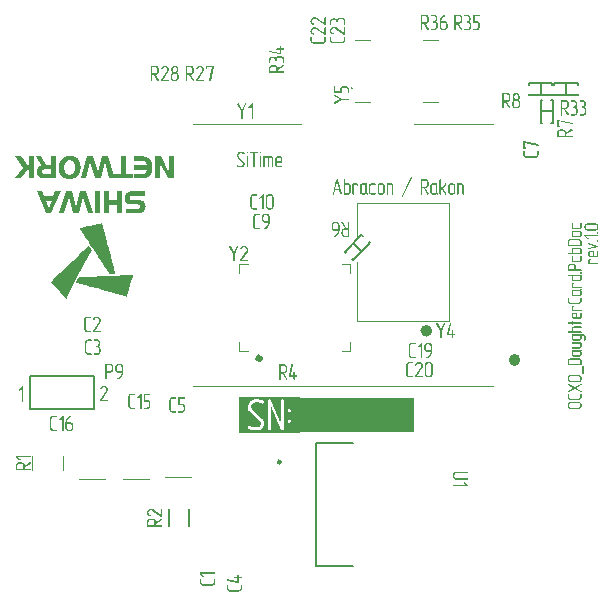
<source format=gto>
G04*
G04 #@! TF.GenerationSoftware,Altium Limited,Altium Designer,24.4.1 (13)*
G04*
G04 Layer_Color=65535*
%FSLAX44Y44*%
%MOMM*%
G71*
G04*
G04 #@! TF.SameCoordinates,AA0413A5-1E47-4C41-8310-78C86749A844*
G04*
G04*
G04 #@! TF.FilePolarity,Positive*
G04*
G01*
G75*
%ADD10C,0.2500*%
%ADD11C,0.4500*%
%ADD12C,0.5000*%
%ADD13C,0.1500*%
%ADD14C,0.2000*%
%ADD15C,0.1000*%
%ADD16C,0.1270*%
%ADD17R,10.0000X3.0000*%
G36*
X80817Y321841D02*
X81077Y320929D01*
X81468Y319366D01*
X81728Y318454D01*
X82119Y316891D01*
X82380Y315979D01*
X82771Y314416D01*
X83031Y313505D01*
X83422Y311942D01*
X83682Y311030D01*
X84073Y309467D01*
X84333Y308555D01*
X84594Y307513D01*
X84854Y306601D01*
X85245Y305038D01*
X85506Y304126D01*
X85897Y302563D01*
X86157Y301651D01*
X86548Y300088D01*
X86808Y299177D01*
X87199Y297614D01*
X87460Y296702D01*
X87850Y295139D01*
X88111Y294227D01*
X88502Y292664D01*
X88762Y291752D01*
X89153Y290189D01*
X89413Y289277D01*
X89804Y287714D01*
X90065Y286802D01*
X90456Y285239D01*
X90716Y284328D01*
X91107Y282764D01*
X91367Y281853D01*
X91888Y279769D01*
X91367Y279638D01*
X89935Y279508D01*
X88632Y279378D01*
X87134Y279313D01*
X86939Y279508D01*
X86808Y279769D01*
X86157Y280680D01*
X86027Y280941D01*
X85506Y281722D01*
X85375Y281983D01*
X84724Y282895D01*
X84594Y283155D01*
X83943Y284067D01*
X83813Y284328D01*
X83161Y285239D01*
X83031Y285500D01*
X82640Y286021D01*
Y286151D01*
X81989Y287063D01*
X81859Y287323D01*
X81207Y288235D01*
X81077Y288496D01*
X80426Y289408D01*
X80296Y289668D01*
X79775Y290450D01*
X79644Y290710D01*
X78993Y291622D01*
X78863Y291882D01*
X78212Y292794D01*
X78081Y293055D01*
X77430Y293966D01*
X77300Y294227D01*
X75541Y296897D01*
X74499Y298460D01*
X73587Y299893D01*
X71503Y303019D01*
X70852Y304061D01*
X69289Y306406D01*
X68377Y307838D01*
X66293Y310965D01*
X65642Y312007D01*
X63558Y315133D01*
X62646Y316566D01*
X62125Y317347D01*
X61800Y317933D01*
X62386Y318129D01*
X63232Y318324D01*
X64274Y318584D01*
X64926Y318715D01*
X65968Y318975D01*
X66619Y319105D01*
X68182Y319496D01*
X68833Y319627D01*
X70396Y320017D01*
X71048Y320148D01*
X72611Y320538D01*
X73262Y320669D01*
X74304Y320929D01*
X74955Y321059D01*
X76518Y321450D01*
X77169Y321580D01*
X78733Y321971D01*
X79384Y322101D01*
X80426Y322362D01*
X80621Y322427D01*
X80817Y321841D01*
D02*
G37*
G36*
X107258Y278336D02*
X106998Y277685D01*
X106802Y276968D01*
X106347Y275470D01*
X101788Y260882D01*
X101462Y260035D01*
X97815Y261077D01*
X97294Y261207D01*
X93647Y262249D01*
X93126Y262380D01*
X88567Y263682D01*
X88046Y263812D01*
X84399Y264855D01*
X83878Y264985D01*
X80231Y266027D01*
X79710Y266157D01*
X76062Y267199D01*
X75541Y267329D01*
X71894Y268371D01*
X71373Y268502D01*
X68638Y269283D01*
X68052Y269478D01*
X67987Y269544D01*
X67010Y269739D01*
X66293Y269934D01*
X63558Y270716D01*
X63037Y270846D01*
X59390Y271888D01*
X58934Y272084D01*
X61083Y276317D01*
X61604Y276447D01*
X66619Y276642D01*
X85766Y277554D01*
X93842Y277945D01*
X96838Y278075D01*
X105044Y278466D01*
X107193Y278531D01*
X107258Y278336D01*
D02*
G37*
G36*
X69289Y303019D02*
X69485Y302824D01*
X69615Y302563D01*
X70917Y300740D01*
X71048Y300479D01*
X71308Y300219D01*
X71438Y299958D01*
X71829Y299307D01*
X65577Y287454D01*
X58022Y273126D01*
X51770Y261273D01*
X51379Y260621D01*
Y260491D01*
X50598Y259058D01*
X50272Y258472D01*
X49035Y259709D01*
X48904Y259970D01*
X47862Y261012D01*
X47732Y261273D01*
X46560Y262445D01*
X46429Y262705D01*
X45257Y263878D01*
X45127Y264138D01*
X43955Y265310D01*
X43824Y265571D01*
X42652Y266743D01*
X42522Y267004D01*
X41480Y268046D01*
X41350Y268306D01*
X40177Y269478D01*
X40047Y269739D01*
X38875Y270911D01*
X38744Y271172D01*
X37572Y272344D01*
X37312Y272865D01*
X38940Y274493D01*
X39200Y274624D01*
X41675Y277098D01*
X41936Y277229D01*
X44411Y279704D01*
X44671Y279834D01*
X47276Y282439D01*
X47537Y282569D01*
X50011Y285044D01*
X50272Y285174D01*
X52877Y287779D01*
X53137Y287910D01*
X55612Y290384D01*
X55873Y290515D01*
X58348Y292990D01*
X58608Y293120D01*
X61213Y295725D01*
X61474Y295855D01*
X63949Y298330D01*
X64209Y298460D01*
X66814Y301065D01*
X67075Y301196D01*
X69029Y303149D01*
X69289Y303019D01*
D02*
G37*
G36*
X248000Y145000D02*
X197000D01*
Y175000D01*
X248000D01*
Y145000D01*
D02*
G37*
G36*
X41819Y360130D02*
X31943D01*
X31850Y360143D01*
X31717D01*
X31583Y360157D01*
X31424Y360170D01*
X31251Y360183D01*
X31078Y360197D01*
X30665Y360250D01*
X30239Y360330D01*
X29773Y360423D01*
X29308Y360543D01*
X28828Y360702D01*
X28363Y360889D01*
X27923Y361128D01*
X27524Y361395D01*
X27338Y361541D01*
X27151Y361714D01*
X26992Y361887D01*
X26859Y362073D01*
X26725Y362273D01*
X26619Y362486D01*
X26606Y362499D01*
X26566Y362552D01*
X26512Y362632D01*
X26446Y362739D01*
X26366Y362872D01*
X26273Y363032D01*
X26167Y363218D01*
X26060Y363431D01*
X25967Y363670D01*
X25860Y363923D01*
X25767Y364203D01*
X25687Y364496D01*
X25621Y364815D01*
X25568Y365148D01*
X25528Y365507D01*
X25514Y365867D01*
Y365880D01*
Y365920D01*
Y365973D01*
X25528Y366066D01*
Y366159D01*
X25541Y366292D01*
X25554Y366426D01*
X25568Y366585D01*
X25594Y366745D01*
X25621Y366931D01*
X25714Y367331D01*
X25820Y367756D01*
X25980Y368209D01*
X26167Y368675D01*
X26286Y368901D01*
X26419Y369127D01*
X26553Y369354D01*
X26712Y369580D01*
X26885Y369793D01*
X27071Y369992D01*
X27271Y370192D01*
X27497Y370365D01*
X27724Y370538D01*
X27990Y370698D01*
X28256Y370844D01*
X28549Y370964D01*
X28868Y371071D01*
X29201Y371150D01*
X24676Y378830D01*
X29387D01*
X33394Y371683D01*
X37480D01*
Y378830D01*
X41819D01*
Y360130D01*
D02*
G37*
G36*
X22812D02*
X18474D01*
Y368888D01*
X11686Y360130D01*
X6721D01*
X14028Y369287D01*
X6655Y378830D01*
X11939D01*
X18474Y369793D01*
Y378830D01*
X22812D01*
Y360130D01*
D02*
G37*
G36*
X142000D02*
X136769D01*
X129728Y373213D01*
X129902Y360130D01*
X125483D01*
Y378830D01*
X130327D01*
X137741Y365081D01*
X137568Y378830D01*
X142000D01*
Y360130D01*
D02*
G37*
G36*
X101166Y363830D02*
X107036D01*
Y360157D01*
X91468D01*
X91477Y360130D01*
X86938D01*
X82945Y374132D01*
X79578Y360130D01*
X74667D01*
X70794Y374132D01*
X67054Y360130D01*
X62675D01*
X68358Y378830D01*
X73442D01*
X77089Y365254D01*
X80310Y378830D01*
X85368D01*
X90798Y362208D01*
Y363830D01*
X96694D01*
Y378830D01*
X101166D01*
Y363830D01*
D02*
G37*
G36*
X115168Y378817D02*
X115367D01*
X115567Y378803D01*
X115793D01*
X116286Y378764D01*
X116805Y378724D01*
X117297Y378657D01*
X117537Y378617D01*
X117750Y378577D01*
X117763D01*
X117816Y378564D01*
X117896Y378537D01*
X118003Y378511D01*
X118123Y378471D01*
X118282Y378417D01*
X118442Y378351D01*
X118628Y378284D01*
X118828Y378191D01*
X119041Y378098D01*
X119480Y377872D01*
X119706Y377739D01*
X119933Y377592D01*
X120159Y377419D01*
X120385Y377246D01*
X120399Y377233D01*
X120425Y377220D01*
X120465Y377180D01*
X120518Y377140D01*
X120585Y377073D01*
X120665Y376993D01*
X120758Y376900D01*
X120851Y376794D01*
X120971Y376687D01*
X121077Y376541D01*
X121210Y376394D01*
X121330Y376235D01*
X121476Y376062D01*
X121610Y375862D01*
X121743Y375662D01*
X121889Y375436D01*
X122036Y375196D01*
X122169Y374957D01*
X122302Y374691D01*
X122435Y374398D01*
X122568Y374105D01*
X122701Y373799D01*
X122808Y373466D01*
X122927Y373120D01*
X123020Y372761D01*
X123114Y372388D01*
X123194Y372002D01*
X123260Y371603D01*
X123313Y371177D01*
X123353Y370738D01*
X123380Y370285D01*
X123393Y369819D01*
Y369806D01*
Y369740D01*
Y369660D01*
X123380Y369527D01*
Y369380D01*
X123366Y369194D01*
X123353Y368994D01*
X123327Y368755D01*
X123300Y368502D01*
X123273Y368236D01*
X123233Y367943D01*
X123194Y367637D01*
X123127Y367317D01*
X123074Y366971D01*
X122914Y366279D01*
X122701Y365560D01*
X122581Y365188D01*
X122448Y364828D01*
X122302Y364469D01*
X122129Y364110D01*
X121956Y363750D01*
X121756Y363404D01*
X121543Y363072D01*
X121317Y362752D01*
X121064Y362446D01*
X120798Y362153D01*
X120505Y361874D01*
X120199Y361621D01*
X119866Y361395D01*
X119520Y361181D01*
X119493Y361168D01*
X119427Y361142D01*
X119320Y361088D01*
X119161Y361022D01*
X118974Y360942D01*
X118748Y360849D01*
X118469Y360756D01*
X118162Y360649D01*
X117830Y360556D01*
X117457Y360463D01*
X117044Y360370D01*
X116605Y360290D01*
X116139Y360223D01*
X115647Y360170D01*
X115128Y360143D01*
X114582Y360130D01*
X107967D01*
Y363803D01*
X114649D01*
X114729Y363817D01*
X114808D01*
X114995Y363843D01*
X115234Y363870D01*
X115487Y363923D01*
X115780Y363990D01*
X116086Y364083D01*
X116406Y364203D01*
X116725Y364349D01*
X117044Y364522D01*
X117337Y364735D01*
X117630Y365001D01*
X117883Y365294D01*
X118109Y365640D01*
X118295Y366026D01*
Y366040D01*
X118309Y366053D01*
X118322Y366106D01*
X118336Y366159D01*
X118389Y366306D01*
X118429Y366492D01*
X118482Y366718D01*
X118535Y366971D01*
X118562Y367251D01*
X118575Y367530D01*
X107967D01*
Y371204D01*
X118575D01*
Y371217D01*
Y371230D01*
Y371270D01*
Y371323D01*
X118562Y371456D01*
X118548Y371643D01*
X118522Y371869D01*
X118482Y372122D01*
X118429Y372388D01*
X118362Y372681D01*
X118269Y372974D01*
X118162Y373280D01*
X118016Y373573D01*
X117856Y373866D01*
X117657Y374132D01*
X117430Y374371D01*
X117164Y374571D01*
X116871Y374744D01*
X116858D01*
X116832Y374757D01*
X116778Y374784D01*
X116698Y374810D01*
X116605Y374837D01*
X116499Y374877D01*
X116379Y374917D01*
X116233Y374944D01*
X116060Y374984D01*
X115886Y375023D01*
X115687Y375063D01*
X115487Y375090D01*
X115261Y375117D01*
X115021Y375143D01*
X114516Y375157D01*
X107967D01*
Y378830D01*
X115008D01*
X115168Y378817D01*
D02*
G37*
G36*
X53584Y379203D02*
X53717D01*
X53877Y379189D01*
X54050Y379176D01*
X54250Y379163D01*
X54463Y379136D01*
X54676Y379109D01*
X54915Y379083D01*
X55434Y379003D01*
X55980Y378897D01*
X56566Y378764D01*
X57151Y378591D01*
X57750Y378377D01*
X58349Y378138D01*
X58921Y377832D01*
X59467Y377499D01*
X59720Y377299D01*
X59973Y377100D01*
X60199Y376887D01*
X60425Y376647D01*
Y376634D01*
X60452Y376621D01*
X60479Y376581D01*
X60519Y376527D01*
X60572Y376474D01*
X60625Y376394D01*
X60692Y376301D01*
X60758Y376195D01*
X60838Y376075D01*
X60918Y375942D01*
X61011Y375782D01*
X61104Y375622D01*
X61197Y375449D01*
X61290Y375250D01*
X61397Y375050D01*
X61490Y374824D01*
X61597Y374598D01*
X61690Y374345D01*
X61796Y374078D01*
X61890Y373799D01*
X61983Y373506D01*
X62076Y373200D01*
X62156Y372867D01*
X62235Y372535D01*
X62302Y372188D01*
X62369Y371816D01*
X62422Y371443D01*
X62475Y371044D01*
X62515Y370631D01*
X62542Y370205D01*
X62568Y369766D01*
Y369314D01*
Y369300D01*
Y369287D01*
Y369207D01*
X62555Y369074D01*
Y368901D01*
X62528Y368688D01*
X62502Y368435D01*
X62475Y368142D01*
X62422Y367823D01*
X62355Y367477D01*
X62289Y367104D01*
X62196Y366705D01*
X62076Y366292D01*
X61943Y365867D01*
X61783Y365441D01*
X61610Y364988D01*
X61397Y364549D01*
X61171Y364096D01*
X60905Y363657D01*
X60612Y363218D01*
X60292Y362805D01*
X59933Y362393D01*
X59547Y361993D01*
X59108Y361621D01*
X58642Y361275D01*
X58123Y360955D01*
X57577Y360662D01*
X56965Y360410D01*
X56326Y360197D01*
X55634Y360024D01*
X54889Y359891D01*
X54103Y359811D01*
X53677Y359784D01*
X53039D01*
X52932Y359797D01*
X52799D01*
X52639Y359811D01*
X52466Y359824D01*
X52280Y359837D01*
X52067Y359864D01*
X51841Y359891D01*
X51614Y359917D01*
X51109Y359997D01*
X50563Y360090D01*
X49991Y360223D01*
X49405Y360396D01*
X48806Y360596D01*
X48221Y360835D01*
X47648Y361115D01*
X47116Y361448D01*
X46850Y361634D01*
X46597Y361834D01*
X46371Y362047D01*
X46144Y362273D01*
X46131D01*
X46118Y362299D01*
X46091Y362339D01*
X46051Y362379D01*
X45998Y362446D01*
X45945Y362526D01*
X45865Y362619D01*
X45798Y362725D01*
X45718Y362845D01*
X45625Y362978D01*
X45532Y363125D01*
X45439Y363284D01*
X45346Y363457D01*
X45239Y363657D01*
X45133Y363857D01*
X45026Y364070D01*
X44933Y364309D01*
X44827Y364549D01*
X44720Y364815D01*
X44627Y365094D01*
X44534Y365374D01*
X44441Y365680D01*
X44347Y366000D01*
X44268Y366332D01*
X44188Y366678D01*
X44121Y367038D01*
X44068Y367410D01*
X44015Y367796D01*
X43975Y368209D01*
X43948Y368622D01*
X43921Y369048D01*
Y369500D01*
Y369527D01*
Y369566D01*
Y369607D01*
X43935Y369740D01*
Y369913D01*
X43961Y370139D01*
X43988Y370392D01*
X44015Y370685D01*
X44068Y371017D01*
X44134Y371377D01*
X44201Y371749D01*
X44294Y372149D01*
X44414Y372575D01*
X44547Y373014D01*
X44707Y373453D01*
X44880Y373905D01*
X45093Y374358D01*
X45319Y374810D01*
X45585Y375263D01*
X45878Y375702D01*
X46197Y376142D01*
X46557Y376554D01*
X46956Y376967D01*
X47382Y377339D01*
X47861Y377699D01*
X48367Y378018D01*
X48926Y378324D01*
X49525Y378577D01*
X50177Y378803D01*
X50869Y378976D01*
X51614Y379109D01*
X52000Y379150D01*
X52400Y379189D01*
X52826Y379203D01*
X53252Y379216D01*
X53464D01*
X53584Y379203D01*
D02*
G37*
G36*
X37775Y330650D02*
X33397D01*
X25544Y349350D01*
X30242D01*
X31906Y345024D01*
X39453D01*
X41076Y349350D01*
X45562D01*
X37775Y330650D01*
D02*
G37*
G36*
X97363D02*
X93024D01*
Y338023D01*
X86529D01*
Y330650D01*
X82176D01*
Y349350D01*
X86529D01*
Y341750D01*
X93024D01*
Y349350D01*
X97363D01*
Y330650D01*
D02*
G37*
G36*
X73152D02*
X68614D01*
X64621Y344652D01*
X61254Y330650D01*
X56342D01*
X52469Y344652D01*
X48729Y330650D01*
X44350D01*
X50034Y349350D01*
X55118D01*
X58765Y335774D01*
X61986Y349350D01*
X67043D01*
X73152Y330650D01*
D02*
G37*
G36*
X116781Y345610D02*
X106719D01*
X106613Y345597D01*
X106493D01*
X106200Y345570D01*
X105881Y345543D01*
X105561Y345490D01*
X105255Y345410D01*
X105122Y345370D01*
X105002Y345317D01*
X104989D01*
X104962Y345304D01*
X104936Y345277D01*
X104882Y345237D01*
X104763Y345131D01*
X104616Y344984D01*
X104550Y344878D01*
X104470Y344771D01*
X104403Y344652D01*
X104350Y344519D01*
X104297Y344359D01*
X104257Y344199D01*
X104244Y344013D01*
X104230Y343813D01*
Y343800D01*
Y343760D01*
Y343707D01*
X104244Y343627D01*
Y343547D01*
X104270Y343441D01*
X104310Y343201D01*
X104390Y342948D01*
X104510Y342695D01*
X104576Y342589D01*
X104670Y342469D01*
X104763Y342376D01*
X104882Y342296D01*
X104909Y342283D01*
X104936Y342269D01*
X104989Y342243D01*
X105042Y342216D01*
X105122Y342189D01*
X105215Y342150D01*
X105308Y342123D01*
X105428Y342096D01*
X105561Y342056D01*
X105708Y342030D01*
X105881Y342003D01*
X106054Y341976D01*
X106253Y341963D01*
X106466Y341950D01*
X111404D01*
X111497Y341936D01*
X111710D01*
X111963Y341910D01*
X112243Y341883D01*
X112575Y341857D01*
X112921Y341803D01*
X113281Y341750D01*
X113653Y341670D01*
X114039Y341577D01*
X114412Y341471D01*
X114771Y341338D01*
X115131Y341178D01*
X115464Y341005D01*
X115756Y340805D01*
X115770Y340792D01*
X115836Y340739D01*
X115916Y340659D01*
X116023Y340552D01*
X116156Y340406D01*
X116302Y340220D01*
X116462Y340007D01*
X116622Y339767D01*
X116795Y339487D01*
X116954Y339168D01*
X117101Y338809D01*
X117220Y338423D01*
X117340Y337997D01*
X117420Y337531D01*
X117473Y337025D01*
X117500Y336480D01*
Y336466D01*
Y336426D01*
Y336373D01*
X117487Y336280D01*
Y336187D01*
X117473Y336054D01*
X117460Y335921D01*
X117447Y335761D01*
X117420Y335588D01*
X117380Y335401D01*
X117300Y335002D01*
X117194Y334563D01*
X117034Y334110D01*
X116834Y333631D01*
X116728Y333405D01*
X116595Y333166D01*
X116448Y332926D01*
X116289Y332700D01*
X116116Y332487D01*
X115929Y332274D01*
X115730Y332061D01*
X115504Y331861D01*
X115264Y331688D01*
X115011Y331515D01*
X114732Y331355D01*
X114439Y331222D01*
X114119Y331102D01*
X113787Y330996D01*
X113773D01*
X113733Y330983D01*
X113653Y330969D01*
X113560Y330943D01*
X113441Y330916D01*
X113294Y330890D01*
X113134Y330850D01*
X112948Y330823D01*
X112748Y330796D01*
X112522Y330756D01*
X112283Y330730D01*
X112016Y330703D01*
X111750Y330677D01*
X111471Y330663D01*
X110872Y330650D01*
X100597D01*
Y334390D01*
X110433D01*
X110566Y334403D01*
X110725Y334417D01*
X110938Y334456D01*
X111165Y334496D01*
X111404Y334563D01*
X111644Y334656D01*
X111897Y334776D01*
X112136Y334909D01*
X112362Y335082D01*
X112575Y335295D01*
X112735Y335535D01*
X112868Y335827D01*
X112921Y335987D01*
X112961Y336160D01*
X112975Y336333D01*
X112988Y336533D01*
Y336546D01*
Y336613D01*
X112975Y336693D01*
X112948Y336799D01*
X112921Y336932D01*
X112868Y337079D01*
X112802Y337225D01*
X112722Y337385D01*
X112602Y337544D01*
X112469Y337704D01*
X112296Y337850D01*
X112083Y337984D01*
X111843Y338090D01*
X111551Y338170D01*
X111218Y338236D01*
X110845Y338250D01*
X105588D01*
X105495Y338263D01*
X105375D01*
X105242Y338276D01*
X105095Y338290D01*
X104936Y338303D01*
X104763Y338316D01*
X104377Y338369D01*
X103951Y338436D01*
X103512Y338529D01*
X103059Y338649D01*
X102593Y338809D01*
X102141Y338995D01*
X101715Y339208D01*
X101302Y339474D01*
X100929Y339780D01*
X100770Y339940D01*
X100610Y340126D01*
X100477Y340313D01*
X100357Y340526D01*
X100344Y340539D01*
X100331Y340579D01*
X100291Y340645D01*
X100251Y340739D01*
X100211Y340858D01*
X100144Y341005D01*
X100091Y341178D01*
X100024Y341364D01*
X99971Y341577D01*
X99905Y341817D01*
X99852Y342070D01*
X99811Y342349D01*
X99758Y342642D01*
X99732Y342961D01*
X99718Y343294D01*
X99705Y343640D01*
Y343653D01*
Y343707D01*
Y343787D01*
X99718Y343880D01*
X99732Y344013D01*
X99745Y344173D01*
X99772Y344346D01*
X99811Y344532D01*
X99852Y344745D01*
X99905Y344958D01*
X99971Y345197D01*
X100051Y345450D01*
X100144Y345703D01*
X100264Y345956D01*
X100384Y346222D01*
X100530Y346488D01*
X100703Y346768D01*
X100890Y347021D01*
X101089Y347287D01*
X101329Y347540D01*
X101582Y347793D01*
X101861Y348019D01*
X102167Y348245D01*
X102500Y348458D01*
X102859Y348644D01*
X103259Y348818D01*
X103685Y348977D01*
X104150Y349110D01*
X104643Y349203D01*
X105162Y349283D01*
X105734Y349337D01*
X106333Y349350D01*
X116781D01*
Y345610D01*
D02*
G37*
G36*
X78902Y330650D02*
X74390D01*
Y349350D01*
X78902D01*
Y330650D01*
D02*
G37*
G36*
X498379Y322095D02*
X498454Y322088D01*
X498552Y322080D01*
X498657Y322065D01*
X498776Y322035D01*
X498911Y322005D01*
X499054Y321968D01*
X499203Y321915D01*
X499353Y321848D01*
X499511Y321773D01*
X499668Y321683D01*
X499826Y321578D01*
X499983Y321458D01*
X500133Y321323D01*
X500140Y321316D01*
X500163Y321286D01*
X500200Y321249D01*
X500253Y321189D01*
X500312Y321114D01*
X500380Y321024D01*
X500447Y320919D01*
X500515Y320799D01*
X500590Y320672D01*
X500657Y320529D01*
X500725Y320372D01*
X500785Y320214D01*
X500830Y320035D01*
X500874Y319855D01*
X500897Y319660D01*
X500905Y319458D01*
Y318588D01*
X500897Y318536D01*
X500890Y318461D01*
X500882Y318371D01*
X500867Y318274D01*
X500844Y318154D01*
X500807Y318027D01*
X500770Y317892D01*
X500717Y317742D01*
X500657Y317592D01*
X500582Y317442D01*
X500500Y317285D01*
X500395Y317120D01*
X500283Y316970D01*
X500148Y316813D01*
X500140Y316805D01*
X500110Y316775D01*
X500073Y316738D01*
X500013Y316685D01*
X499938Y316625D01*
X499848Y316558D01*
X499743Y316483D01*
X499623Y316408D01*
X499496Y316333D01*
X499353Y316258D01*
X499203Y316191D01*
X499031Y316131D01*
X498859Y316078D01*
X498671Y316041D01*
X498477Y316011D01*
X498274Y316003D01*
X491711D01*
X491696D01*
X491666D01*
X491606Y316011D01*
X491531Y316018D01*
X491441Y316026D01*
X491336Y316041D01*
X491216Y316063D01*
X491089Y316101D01*
X490946Y316138D01*
X490804Y316191D01*
X490647Y316251D01*
X490497Y316326D01*
X490339Y316408D01*
X490182Y316513D01*
X490025Y316625D01*
X489875Y316760D01*
X489867Y316768D01*
X489837Y316798D01*
X489800Y316835D01*
X489747Y316895D01*
X489687Y316970D01*
X489620Y317060D01*
X489553Y317165D01*
X489478Y317285D01*
X489403Y317412D01*
X489335Y317554D01*
X489268Y317704D01*
X489208Y317877D01*
X489155Y318049D01*
X489118Y318236D01*
X489088Y318431D01*
X489081Y318633D01*
Y319503D01*
X489088Y319562D01*
X489095Y319638D01*
X489103Y319735D01*
X489118Y319840D01*
X489148Y319960D01*
X489178Y320094D01*
X489215Y320237D01*
X489268Y320387D01*
X489328Y320537D01*
X489403Y320694D01*
X489493Y320859D01*
X489598Y321016D01*
X489717Y321166D01*
X489852Y321316D01*
X489860Y321323D01*
X489890Y321353D01*
X489927Y321391D01*
X489987Y321436D01*
X490062Y321496D01*
X490152Y321563D01*
X490257Y321638D01*
X490377Y321713D01*
X490504Y321781D01*
X490647Y321855D01*
X490796Y321923D01*
X490961Y321983D01*
X491134Y322028D01*
X491321Y322073D01*
X491508Y322095D01*
X491711Y322103D01*
X498274D01*
X498289D01*
X498319D01*
X498379Y322095D01*
D02*
G37*
G36*
X500223Y315067D02*
X500290Y315052D01*
X500373Y315022D01*
X500462Y314984D01*
X500560Y314932D01*
X500657Y314864D01*
X500665Y314857D01*
X500695Y314827D01*
X500732Y314782D01*
X500777Y314715D01*
X500830Y314632D01*
X500867Y314535D01*
X500897Y314415D01*
X500905Y314280D01*
Y314220D01*
X500890Y314153D01*
X500874Y314078D01*
X500852Y313980D01*
X500815Y313890D01*
X500762Y313793D01*
X500695Y313710D01*
X500680Y313703D01*
X500650Y313680D01*
X500597Y313643D01*
X500522Y313606D01*
X500440Y313561D01*
X500342Y313531D01*
X500230Y313501D01*
X500118Y313493D01*
X500110D01*
X500080D01*
X500043Y313501D01*
X499990Y313516D01*
X499915Y313538D01*
X499833Y313576D01*
X499743Y313621D01*
X499638Y313688D01*
X499623Y313696D01*
X499593Y313725D01*
X499541Y313770D01*
X499488Y313838D01*
X499436Y313920D01*
X499383Y314018D01*
X499353Y314138D01*
X499338Y314280D01*
Y314332D01*
X499353Y314385D01*
X499368Y314460D01*
X499398Y314542D01*
X499443Y314640D01*
X499503Y314729D01*
X499586Y314827D01*
X499593Y314834D01*
X499631Y314864D01*
X499676Y314902D01*
X499743Y314954D01*
X499826Y314999D01*
X499915Y315037D01*
X500013Y315067D01*
X500118Y315074D01*
X500133D01*
X500163D01*
X500223Y315067D01*
D02*
G37*
G36*
X500417Y312497D02*
X500485Y312482D01*
X500552Y312467D01*
X500620Y312437D01*
X500687Y312392D01*
X500755Y312339D01*
X500762Y312332D01*
X500777Y312309D01*
X500800Y312272D01*
X500830Y312219D01*
X500859Y312159D01*
X500882Y312085D01*
X500897Y312010D01*
X500905Y311920D01*
Y311897D01*
X500897Y311867D01*
X500890Y311830D01*
X500874Y311777D01*
X500859Y311710D01*
X500830Y311627D01*
X500792Y311537D01*
X500785Y311530D01*
X500762Y311508D01*
X500725Y311470D01*
X500672Y311440D01*
X500605Y311403D01*
X500530Y311365D01*
X500432Y311343D01*
X500327Y311335D01*
X490811D01*
X492527Y309874D01*
X492535Y309867D01*
X492557Y309844D01*
X492580Y309807D01*
X492610Y309762D01*
X492647Y309702D01*
X492670Y309634D01*
X492692Y309552D01*
X492700Y309470D01*
Y309432D01*
X492692Y309380D01*
X492677Y309327D01*
X492655Y309260D01*
X492625Y309185D01*
X492587Y309117D01*
X492527Y309050D01*
X492520Y309042D01*
X492497Y309027D01*
X492460Y308997D01*
X492407Y308967D01*
X492347Y308937D01*
X492280Y308908D01*
X492198Y308892D01*
X492108Y308885D01*
X492100D01*
X492085D01*
X492063Y308892D01*
X492018Y308908D01*
X491965Y308923D01*
X491905Y308945D01*
X491823Y308982D01*
X491726Y309035D01*
X489245Y311508D01*
X489238Y311515D01*
X489223Y311537D01*
X489193Y311575D01*
X489163Y311620D01*
X489133Y311680D01*
X489103Y311747D01*
X489088Y311830D01*
X489081Y311912D01*
Y311950D01*
X489088Y311995D01*
X489103Y312047D01*
X489118Y312107D01*
X489148Y312174D01*
X489185Y312249D01*
X489238Y312317D01*
X489245Y312324D01*
X489268Y312347D01*
X489298Y312377D01*
X489350Y312414D01*
X489410Y312444D01*
X489478Y312474D01*
X489560Y312497D01*
X489650Y312504D01*
X500327D01*
X500342D01*
X500373D01*
X500417Y312497D01*
D02*
G37*
G36*
X500223Y307941D02*
X500290Y307926D01*
X500373Y307896D01*
X500462Y307859D01*
X500560Y307806D01*
X500657Y307739D01*
X500665Y307731D01*
X500695Y307701D01*
X500732Y307656D01*
X500777Y307589D01*
X500830Y307506D01*
X500867Y307409D01*
X500897Y307289D01*
X500905Y307154D01*
Y307094D01*
X500890Y307027D01*
X500874Y306952D01*
X500852Y306854D01*
X500815Y306765D01*
X500762Y306667D01*
X500695Y306585D01*
X500680Y306577D01*
X500650Y306555D01*
X500597Y306517D01*
X500522Y306480D01*
X500440Y306435D01*
X500342Y306405D01*
X500230Y306375D01*
X500118Y306367D01*
X500110D01*
X500080D01*
X500043Y306375D01*
X499990Y306390D01*
X499915Y306412D01*
X499833Y306450D01*
X499743Y306495D01*
X499638Y306562D01*
X499623Y306570D01*
X499593Y306600D01*
X499541Y306645D01*
X499488Y306712D01*
X499436Y306794D01*
X499383Y306892D01*
X499353Y307012D01*
X499338Y307154D01*
Y307207D01*
X499353Y307259D01*
X499368Y307334D01*
X499398Y307416D01*
X499443Y307514D01*
X499503Y307604D01*
X499586Y307701D01*
X499593Y307709D01*
X499631Y307739D01*
X499676Y307776D01*
X499743Y307829D01*
X499826Y307873D01*
X499915Y307911D01*
X500013Y307941D01*
X500118Y307948D01*
X500133D01*
X500163D01*
X500223Y307941D01*
D02*
G37*
G36*
X493022Y305326D02*
X493089Y305318D01*
X493119Y305311D01*
X493142Y305296D01*
X500537Y303228D01*
X500545D01*
X500552Y303220D01*
X500597Y303205D01*
X500657Y303175D01*
X500725Y303123D01*
X500800Y303055D01*
X500859Y302966D01*
X500905Y302846D01*
X500912Y302778D01*
X500919Y302703D01*
Y302673D01*
X500912Y302636D01*
X500905Y302591D01*
X500874Y302486D01*
X500852Y302426D01*
X500815Y302374D01*
X500807Y302366D01*
X500792Y302351D01*
X500770Y302321D01*
X500725Y302291D01*
X500680Y302254D01*
X500612Y302216D01*
X500530Y302179D01*
X500440Y302141D01*
X493082Y300081D01*
X492939Y300066D01*
X492932D01*
X492909D01*
X492872Y300073D01*
X492827Y300088D01*
X492767Y300103D01*
X492707Y300133D01*
X492640Y300178D01*
X492565Y300231D01*
X492557Y300238D01*
X492535Y300261D01*
X492497Y300298D01*
X492460Y300350D01*
X492430Y300410D01*
X492392Y300485D01*
X492370Y300568D01*
X492362Y300658D01*
Y300680D01*
X492370Y300710D01*
Y300748D01*
X492400Y300837D01*
X492422Y300882D01*
X492452Y300927D01*
Y300935D01*
X492467Y300950D01*
X492490Y300980D01*
X492520Y301017D01*
X492565Y301062D01*
X492617Y301107D01*
X492692Y301160D01*
X492782Y301205D01*
X498582Y302696D01*
X492812Y304187D01*
X492804D01*
X492782Y304194D01*
X492752Y304209D01*
X492715Y304224D01*
X492662Y304247D01*
X492610Y304277D01*
X492557Y304314D01*
X492505Y304359D01*
X492497Y304367D01*
X492490Y304389D01*
X492467Y304419D01*
X492445Y304464D01*
X492422Y304517D01*
X492400Y304584D01*
X492377Y304652D01*
X492362Y304734D01*
Y304779D01*
X492370Y304824D01*
X492377Y304884D01*
X492400Y304951D01*
X492422Y305019D01*
X492460Y305093D01*
X492512Y305161D01*
X492520Y305168D01*
X492542Y305191D01*
X492572Y305213D01*
X492617Y305251D01*
X492677Y305281D01*
X492752Y305303D01*
X492835Y305326D01*
X492924Y305333D01*
X492932D01*
X492954D01*
X492984D01*
X493022Y305326D01*
D02*
G37*
G36*
X500395Y298627D02*
X500447Y298612D01*
X500507Y298597D01*
X500575Y298567D01*
X500650Y298530D01*
X500717Y298477D01*
X500725Y298470D01*
X500747Y298447D01*
X500777Y298417D01*
X500807Y298365D01*
X500844Y298305D01*
X500874Y298237D01*
X500897Y298148D01*
X500905Y298050D01*
Y295098D01*
X500897Y295045D01*
X500890Y294978D01*
X500874Y294903D01*
X500859Y294821D01*
X500837Y294731D01*
X500815Y294633D01*
X500777Y294528D01*
X500732Y294424D01*
X500680Y294311D01*
X500620Y294206D01*
X500552Y294094D01*
X500470Y293989D01*
X500380Y293892D01*
X500373Y293884D01*
X500358Y293869D01*
X500327Y293847D01*
X500283Y293809D01*
X500238Y293772D01*
X500170Y293727D01*
X500103Y293682D01*
X500020Y293629D01*
X499930Y293584D01*
X499833Y293532D01*
X499728Y293487D01*
X499616Y293449D01*
X499496Y293412D01*
X499368Y293389D01*
X499234Y293375D01*
X499091Y293367D01*
X494176D01*
X494168D01*
X494146D01*
X494108D01*
X494063Y293375D01*
X494003Y293382D01*
X493928Y293397D01*
X493853Y293412D01*
X493764Y293434D01*
X493569Y293494D01*
X493471Y293532D01*
X493367Y293584D01*
X493254Y293644D01*
X493149Y293712D01*
X493037Y293787D01*
X492932Y293876D01*
X492924Y293884D01*
X492909Y293899D01*
X492879Y293929D01*
X492842Y293966D01*
X492797Y294019D01*
X492752Y294079D01*
X492700Y294154D01*
X492647Y294229D01*
X492595Y294319D01*
X492542Y294416D01*
X492497Y294521D01*
X492452Y294641D01*
X492415Y294761D01*
X492385Y294888D01*
X492370Y295023D01*
X492362Y295165D01*
Y296896D01*
X492370Y296949D01*
X492377Y297016D01*
X492392Y297091D01*
X492407Y297173D01*
X492430Y297263D01*
X492460Y297361D01*
X492490Y297466D01*
X492535Y297571D01*
X492587Y297683D01*
X492647Y297788D01*
X492722Y297900D01*
X492797Y298005D01*
X492894Y298103D01*
X492902Y298110D01*
X492917Y298125D01*
X492947Y298155D01*
X492984Y298185D01*
X493037Y298223D01*
X493097Y298267D01*
X493172Y298320D01*
X493254Y298372D01*
X493336Y298417D01*
X493434Y298470D01*
X493546Y298515D01*
X493659Y298552D01*
X493779Y298582D01*
X493906Y298612D01*
X494033Y298627D01*
X494176Y298635D01*
X496633D01*
X496641D01*
X496656D01*
X496686D01*
X496723Y298627D01*
X496813Y298605D01*
X496918Y298560D01*
X496978Y298530D01*
X497031Y298492D01*
X497076Y298440D01*
X497121Y298387D01*
X497158Y298320D01*
X497188Y298237D01*
X497203Y298148D01*
X497210Y298043D01*
Y294536D01*
X499091D01*
X499106D01*
X499136D01*
X499189Y294543D01*
X499256Y294558D01*
X499323Y294581D01*
X499406Y294618D01*
X499481Y294663D01*
X499556Y294723D01*
X499563Y294731D01*
X499586Y294753D01*
X499616Y294798D01*
X499646Y294851D01*
X499683Y294918D01*
X499713Y294993D01*
X499736Y295075D01*
X499743Y295173D01*
Y298088D01*
X499751Y298125D01*
X499766Y298185D01*
X499788Y298245D01*
X499826Y298312D01*
X499870Y298380D01*
X499930Y298447D01*
X499938Y298455D01*
X499960Y298477D01*
X499998Y298507D01*
X500043Y298545D01*
X500103Y298575D01*
X500170Y298605D01*
X500245Y298627D01*
X500320Y298635D01*
X500327D01*
X500358D01*
X500395Y298627D01*
D02*
G37*
G36*
X493884Y291913D02*
X493936Y291898D01*
X494003Y291876D01*
X494078Y291838D01*
X494153Y291793D01*
X494228Y291733D01*
X494236Y291726D01*
X494251Y291704D01*
X494273Y291666D01*
X494303Y291614D01*
X494333Y291554D01*
X494356Y291486D01*
X494371Y291411D01*
X494378Y291329D01*
Y291314D01*
X494371Y291276D01*
X494356Y291224D01*
X494333Y291149D01*
X494288Y291067D01*
X494221Y290977D01*
X494176Y290932D01*
X494123Y290879D01*
X494071Y290834D01*
X494003Y290789D01*
X493996D01*
X493966Y290774D01*
X493928Y290759D01*
X493876Y290737D01*
X493824Y290700D01*
X493764Y290655D01*
X493711Y290602D01*
X493659Y290535D01*
X493651Y290527D01*
X493636Y290505D01*
X493614Y290460D01*
X493591Y290415D01*
X493569Y290347D01*
X493546Y290280D01*
X493531Y290205D01*
X493524Y290130D01*
Y288669D01*
X500327D01*
X500342D01*
X500373D01*
X500417Y288661D01*
X500485Y288646D01*
X500552Y288631D01*
X500620Y288601D01*
X500687Y288556D01*
X500755Y288504D01*
X500762Y288497D01*
X500777Y288474D01*
X500800Y288437D01*
X500830Y288384D01*
X500859Y288324D01*
X500882Y288249D01*
X500897Y288174D01*
X500905Y288084D01*
Y288062D01*
X500897Y288032D01*
X500890Y287994D01*
X500874Y287942D01*
X500852Y287875D01*
X500822Y287792D01*
X500785Y287702D01*
X500777Y287695D01*
X500755Y287672D01*
X500717Y287635D01*
X500665Y287605D01*
X500605Y287567D01*
X500522Y287530D01*
X500432Y287507D01*
X500327Y287500D01*
X492939D01*
X492932D01*
X492917D01*
X492887Y287507D01*
X492850D01*
X492760Y287530D01*
X492647Y287575D01*
X492595Y287605D01*
X492542Y287642D01*
X492497Y287687D01*
X492452Y287747D01*
X492415Y287807D01*
X492385Y287890D01*
X492370Y287972D01*
X492362Y288077D01*
Y290190D01*
X492370Y290235D01*
Y290287D01*
X492377Y290347D01*
X492392Y290415D01*
X492407Y290497D01*
X492445Y290662D01*
X492505Y290842D01*
X492595Y291029D01*
X492647Y291127D01*
X492707Y291217D01*
X492715Y291224D01*
X492722Y291239D01*
X492745Y291262D01*
X492767Y291291D01*
X492850Y291381D01*
X492954Y291479D01*
X493082Y291591D01*
X493239Y291704D01*
X493426Y291808D01*
X493629Y291898D01*
X493801Y291921D01*
X493809D01*
X493839D01*
X493884Y291913D01*
D02*
G37*
G36*
X486273Y322398D02*
X486325Y322391D01*
X486385Y322368D01*
X486452Y322346D01*
X486527Y322308D01*
X486595Y322256D01*
X486602Y322248D01*
X486625Y322226D01*
X486655Y322196D01*
X486685Y322143D01*
X486722Y322083D01*
X486752Y322008D01*
X486775Y321918D01*
X486782Y321821D01*
Y318876D01*
X486775Y318824D01*
X486767Y318756D01*
X486752Y318681D01*
X486737Y318599D01*
X486715Y318502D01*
X486692Y318404D01*
X486655Y318299D01*
X486617Y318194D01*
X486565Y318082D01*
X486505Y317977D01*
X486438Y317872D01*
X486355Y317760D01*
X486265Y317662D01*
X486258Y317655D01*
X486243Y317640D01*
X486213Y317617D01*
X486168Y317580D01*
X486123Y317542D01*
X486055Y317498D01*
X485988Y317453D01*
X485906Y317408D01*
X485816Y317355D01*
X485718Y317310D01*
X485613Y317265D01*
X485493Y317228D01*
X485374Y317190D01*
X485246Y317168D01*
X485111Y317153D01*
X484969Y317145D01*
X480046D01*
X480038D01*
X480016D01*
X479979D01*
X479934Y317153D01*
X479874Y317160D01*
X479806Y317175D01*
X479724Y317190D01*
X479641Y317213D01*
X479447Y317273D01*
X479342Y317310D01*
X479237Y317363D01*
X479132Y317423D01*
X479027Y317490D01*
X478915Y317565D01*
X478810Y317655D01*
X478802Y317662D01*
X478787Y317677D01*
X478757Y317707D01*
X478720Y317745D01*
X478675Y317797D01*
X478630Y317857D01*
X478577Y317932D01*
X478525Y318015D01*
X478473Y318097D01*
X478420Y318202D01*
X478375Y318307D01*
X478330Y318419D01*
X478293Y318539D01*
X478263Y318674D01*
X478248Y318809D01*
X478240Y318951D01*
Y321858D01*
X478248Y321903D01*
X478263Y321956D01*
X478285Y322016D01*
X478323Y322083D01*
X478368Y322158D01*
X478428Y322226D01*
X478435Y322233D01*
X478457Y322256D01*
X478495Y322286D01*
X478540Y322315D01*
X478600Y322346D01*
X478667Y322375D01*
X478742Y322398D01*
X478817Y322406D01*
X478825D01*
X478855D01*
X478892Y322398D01*
X478945Y322391D01*
X479005Y322368D01*
X479072Y322346D01*
X479147Y322308D01*
X479214Y322256D01*
X479222Y322248D01*
X479244Y322226D01*
X479274Y322196D01*
X479304Y322143D01*
X479342Y322083D01*
X479372Y322008D01*
X479394Y321918D01*
X479402Y321821D01*
Y318914D01*
X479409Y318861D01*
X479424Y318801D01*
X479447Y318726D01*
X479484Y318652D01*
X479529Y318577D01*
X479596Y318502D01*
X479604Y318494D01*
X479626Y318472D01*
X479671Y318442D01*
X479724Y318412D01*
X479791Y318374D01*
X479866Y318344D01*
X479956Y318322D01*
X480053Y318314D01*
X484969D01*
X484984D01*
X485014D01*
X485066Y318322D01*
X485134Y318337D01*
X485201Y318359D01*
X485284Y318397D01*
X485359Y318442D01*
X485434Y318502D01*
X485441Y318509D01*
X485463Y318539D01*
X485493Y318577D01*
X485523Y318629D01*
X485561Y318696D01*
X485591Y318771D01*
X485613Y318861D01*
X485621Y318959D01*
Y321858D01*
X485628Y321903D01*
X485643Y321956D01*
X485666Y322016D01*
X485703Y322083D01*
X485748Y322158D01*
X485808Y322226D01*
X485816Y322233D01*
X485838Y322256D01*
X485876Y322286D01*
X485920Y322315D01*
X485980Y322346D01*
X486048Y322375D01*
X486123Y322398D01*
X486198Y322406D01*
X486205D01*
X486235D01*
X486273Y322398D01*
D02*
G37*
G36*
X485096Y315699D02*
X485164Y315692D01*
X485239Y315677D01*
X485321Y315662D01*
X485419Y315639D01*
X485516Y315609D01*
X485621Y315579D01*
X485726Y315534D01*
X485838Y315482D01*
X485943Y315422D01*
X486048Y315347D01*
X486160Y315272D01*
X486258Y315175D01*
X486265Y315167D01*
X486280Y315152D01*
X486303Y315122D01*
X486340Y315085D01*
X486378Y315032D01*
X486423Y314972D01*
X486468Y314897D01*
X486520Y314815D01*
X486565Y314733D01*
X486617Y314635D01*
X486662Y314523D01*
X486700Y314410D01*
X486737Y314291D01*
X486760Y314163D01*
X486775Y314036D01*
X486782Y313893D01*
Y312178D01*
X486775Y312125D01*
X486767Y312058D01*
X486752Y311983D01*
X486737Y311893D01*
X486715Y311803D01*
X486692Y311698D01*
X486655Y311600D01*
X486617Y311488D01*
X486565Y311383D01*
X486505Y311271D01*
X486438Y311166D01*
X486355Y311061D01*
X486265Y310956D01*
X486258Y310949D01*
X486243Y310934D01*
X486213Y310911D01*
X486168Y310874D01*
X486123Y310836D01*
X486055Y310791D01*
X485988Y310746D01*
X485906Y310701D01*
X485816Y310649D01*
X485718Y310604D01*
X485613Y310559D01*
X485493Y310522D01*
X485374Y310484D01*
X485246Y310462D01*
X485111Y310447D01*
X484969Y310439D01*
X480046D01*
X480038D01*
X480016D01*
X479979D01*
X479934Y310447D01*
X479874Y310454D01*
X479806Y310469D01*
X479724Y310484D01*
X479641Y310507D01*
X479447Y310567D01*
X479342Y310604D01*
X479237Y310656D01*
X479132Y310716D01*
X479027Y310784D01*
X478915Y310859D01*
X478810Y310949D01*
X478802Y310956D01*
X478787Y310971D01*
X478757Y311001D01*
X478720Y311039D01*
X478675Y311091D01*
X478630Y311151D01*
X478577Y311226D01*
X478525Y311308D01*
X478473Y311398D01*
X478420Y311496D01*
X478375Y311600D01*
X478330Y311720D01*
X478293Y311840D01*
X478263Y311968D01*
X478248Y312110D01*
X478240Y312252D01*
Y313968D01*
X478248Y314021D01*
X478255Y314081D01*
X478270Y314156D01*
X478285Y314246D01*
X478308Y314335D01*
X478330Y314433D01*
X478368Y314538D01*
X478413Y314643D01*
X478457Y314748D01*
X478525Y314860D01*
X478592Y314965D01*
X478675Y315070D01*
X478765Y315175D01*
X478772Y315182D01*
X478787Y315197D01*
X478817Y315227D01*
X478855Y315257D01*
X478907Y315295D01*
X478967Y315340D01*
X479042Y315392D01*
X479124Y315445D01*
X479207Y315489D01*
X479304Y315542D01*
X479417Y315587D01*
X479529Y315624D01*
X479649Y315654D01*
X479776Y315684D01*
X479904Y315699D01*
X480046Y315707D01*
X484969D01*
X484976D01*
X484999D01*
X485044D01*
X485096Y315699D01*
D02*
G37*
G36*
X484257Y308986D02*
X484332Y308978D01*
X484429Y308971D01*
X484534Y308955D01*
X484654Y308925D01*
X484789Y308896D01*
X484931Y308858D01*
X485081Y308806D01*
X485231Y308738D01*
X485388Y308663D01*
X485546Y308573D01*
X485703Y308468D01*
X485861Y308349D01*
X486011Y308214D01*
X486018Y308206D01*
X486040Y308176D01*
X486078Y308139D01*
X486130Y308079D01*
X486190Y308004D01*
X486258Y307914D01*
X486325Y307809D01*
X486393Y307689D01*
X486468Y307562D01*
X486535Y307419D01*
X486602Y307262D01*
X486662Y307105D01*
X486707Y306925D01*
X486752Y306745D01*
X486775Y306550D01*
X486782Y306348D01*
Y303448D01*
X486775Y303418D01*
Y303381D01*
X486752Y303291D01*
X486707Y303186D01*
X486677Y303126D01*
X486640Y303074D01*
X486595Y303029D01*
X486535Y302984D01*
X486475Y302946D01*
X486393Y302916D01*
X486310Y302901D01*
X486205Y302894D01*
X475535D01*
X475528D01*
X475513D01*
X475483Y302901D01*
X475445D01*
X475355Y302924D01*
X475243Y302969D01*
X475191Y302999D01*
X475138Y303036D01*
X475093Y303081D01*
X475048Y303141D01*
X475011Y303201D01*
X474981Y303283D01*
X474966Y303366D01*
X474958Y303471D01*
Y306393D01*
X474966Y306453D01*
X474973Y306528D01*
X474981Y306625D01*
X474996Y306730D01*
X475026Y306850D01*
X475056Y306985D01*
X475093Y307127D01*
X475146Y307277D01*
X475206Y307427D01*
X475280Y307584D01*
X475370Y307749D01*
X475475Y307906D01*
X475595Y308056D01*
X475730Y308206D01*
X475738Y308214D01*
X475768Y308244D01*
X475805Y308281D01*
X475865Y308326D01*
X475940Y308386D01*
X476030Y308454D01*
X476135Y308528D01*
X476255Y308603D01*
X476382Y308671D01*
X476524Y308746D01*
X476674Y308813D01*
X476839Y308873D01*
X477011Y308918D01*
X477199Y308963D01*
X477386Y308986D01*
X477588Y308993D01*
X484152D01*
X484167D01*
X484197D01*
X484257Y308986D01*
D02*
G37*
G36*
X485096Y301448D02*
X485156Y301440D01*
X485231Y301425D01*
X485314Y301410D01*
X485404Y301388D01*
X485508Y301365D01*
X485606Y301328D01*
X485711Y301283D01*
X485823Y301238D01*
X485928Y301170D01*
X486040Y301103D01*
X486145Y301020D01*
X486250Y300931D01*
X486258Y300923D01*
X486273Y300908D01*
X486303Y300878D01*
X486333Y300833D01*
X486370Y300788D01*
X486415Y300721D01*
X486468Y300653D01*
X486512Y300571D01*
X486565Y300481D01*
X486617Y300383D01*
X486662Y300271D01*
X486700Y300159D01*
X486730Y300039D01*
X486760Y299904D01*
X486775Y299769D01*
X486782Y299627D01*
Y296742D01*
X486775Y296712D01*
Y296674D01*
X486752Y296585D01*
X486707Y296480D01*
X486677Y296420D01*
X486640Y296367D01*
X486595Y296322D01*
X486535Y296277D01*
X486475Y296240D01*
X486393Y296210D01*
X486310Y296195D01*
X486205Y296187D01*
X475535D01*
X475528D01*
X475505D01*
X475468Y296195D01*
X475415Y296210D01*
X475363Y296225D01*
X475295Y296255D01*
X475228Y296300D01*
X475153Y296352D01*
X475146Y296360D01*
X475123Y296382D01*
X475093Y296420D01*
X475056Y296472D01*
X475018Y296532D01*
X474988Y296600D01*
X474966Y296682D01*
X474958Y296772D01*
Y296809D01*
X474966Y296847D01*
X474981Y296899D01*
X474996Y296959D01*
X475026Y297019D01*
X475063Y297094D01*
X475116Y297162D01*
X475123Y297169D01*
X475146Y297192D01*
X475176Y297222D01*
X475220Y297259D01*
X475280Y297296D01*
X475355Y297326D01*
X475438Y297349D01*
X475535Y297356D01*
X478240D01*
Y299709D01*
X478248Y299762D01*
X478255Y299829D01*
X478270Y299904D01*
X478285Y299986D01*
X478308Y300076D01*
X478330Y300181D01*
X478368Y300279D01*
X478413Y300391D01*
X478457Y300496D01*
X478525Y300608D01*
X478592Y300713D01*
X478675Y300818D01*
X478765Y300923D01*
X478772Y300931D01*
X478787Y300945D01*
X478817Y300975D01*
X478855Y301005D01*
X478907Y301043D01*
X478967Y301088D01*
X479042Y301140D01*
X479124Y301193D01*
X479207Y301238D01*
X479304Y301290D01*
X479417Y301335D01*
X479529Y301373D01*
X479649Y301403D01*
X479776Y301432D01*
X479904Y301448D01*
X480046Y301455D01*
X484969D01*
X484976D01*
X484999D01*
X485044D01*
X485096Y301448D01*
D02*
G37*
G36*
X486273Y294734D02*
X486325Y294726D01*
X486385Y294704D01*
X486452Y294681D01*
X486527Y294644D01*
X486595Y294591D01*
X486602Y294584D01*
X486625Y294562D01*
X486655Y294531D01*
X486685Y294479D01*
X486722Y294419D01*
X486752Y294344D01*
X486775Y294254D01*
X486782Y294157D01*
Y291212D01*
X486775Y291160D01*
X486767Y291092D01*
X486752Y291017D01*
X486737Y290935D01*
X486715Y290837D01*
X486692Y290740D01*
X486655Y290635D01*
X486617Y290530D01*
X486565Y290418D01*
X486505Y290313D01*
X486438Y290208D01*
X486355Y290096D01*
X486265Y289998D01*
X486258Y289991D01*
X486243Y289976D01*
X486213Y289953D01*
X486168Y289916D01*
X486123Y289878D01*
X486055Y289833D01*
X485988Y289788D01*
X485906Y289743D01*
X485816Y289691D01*
X485718Y289646D01*
X485613Y289601D01*
X485493Y289564D01*
X485374Y289526D01*
X485246Y289504D01*
X485111Y289489D01*
X484969Y289481D01*
X480046D01*
X480038D01*
X480016D01*
X479979D01*
X479934Y289489D01*
X479874Y289496D01*
X479806Y289511D01*
X479724Y289526D01*
X479641Y289549D01*
X479447Y289609D01*
X479342Y289646D01*
X479237Y289699D01*
X479132Y289758D01*
X479027Y289826D01*
X478915Y289901D01*
X478810Y289991D01*
X478802Y289998D01*
X478787Y290013D01*
X478757Y290043D01*
X478720Y290081D01*
X478675Y290133D01*
X478630Y290193D01*
X478577Y290268D01*
X478525Y290350D01*
X478473Y290433D01*
X478420Y290538D01*
X478375Y290643D01*
X478330Y290755D01*
X478293Y290875D01*
X478263Y291010D01*
X478248Y291145D01*
X478240Y291287D01*
Y294194D01*
X478248Y294239D01*
X478263Y294292D01*
X478285Y294352D01*
X478323Y294419D01*
X478368Y294494D01*
X478428Y294562D01*
X478435Y294569D01*
X478457Y294591D01*
X478495Y294621D01*
X478540Y294651D01*
X478600Y294681D01*
X478667Y294711D01*
X478742Y294734D01*
X478817Y294741D01*
X478825D01*
X478855D01*
X478892Y294734D01*
X478945Y294726D01*
X479005Y294704D01*
X479072Y294681D01*
X479147Y294644D01*
X479214Y294591D01*
X479222Y294584D01*
X479244Y294562D01*
X479274Y294531D01*
X479304Y294479D01*
X479342Y294419D01*
X479372Y294344D01*
X479394Y294254D01*
X479402Y294157D01*
Y291250D01*
X479409Y291197D01*
X479424Y291137D01*
X479447Y291062D01*
X479484Y290987D01*
X479529Y290912D01*
X479596Y290837D01*
X479604Y290830D01*
X479626Y290807D01*
X479671Y290777D01*
X479724Y290748D01*
X479791Y290710D01*
X479866Y290680D01*
X479956Y290658D01*
X480053Y290650D01*
X484969D01*
X484984D01*
X485014D01*
X485066Y290658D01*
X485134Y290673D01*
X485201Y290695D01*
X485284Y290732D01*
X485359Y290777D01*
X485434Y290837D01*
X485441Y290845D01*
X485463Y290875D01*
X485493Y290912D01*
X485523Y290965D01*
X485561Y291032D01*
X485591Y291107D01*
X485613Y291197D01*
X485621Y291294D01*
Y294194D01*
X485628Y294239D01*
X485643Y294292D01*
X485666Y294352D01*
X485703Y294419D01*
X485748Y294494D01*
X485808Y294562D01*
X485816Y294569D01*
X485838Y294591D01*
X485876Y294621D01*
X485920Y294651D01*
X485980Y294681D01*
X486048Y294711D01*
X486123Y294734D01*
X486198Y294741D01*
X486205D01*
X486235D01*
X486273Y294734D01*
D02*
G37*
G36*
X479342Y288028D02*
X479417Y288020D01*
X479514Y288013D01*
X479619Y287998D01*
X479739Y287968D01*
X479874Y287938D01*
X480016Y287900D01*
X480166Y287848D01*
X480316Y287788D01*
X480473Y287713D01*
X480630Y287623D01*
X480788Y287518D01*
X480938Y287398D01*
X481088Y287263D01*
X481095Y287256D01*
X481118Y287226D01*
X481155Y287188D01*
X481207Y287128D01*
X481267Y287054D01*
X481327Y286964D01*
X481395Y286859D01*
X481470Y286746D01*
X481537Y286611D01*
X481612Y286469D01*
X481672Y286319D01*
X481732Y286154D01*
X481784Y285975D01*
X481822Y285787D01*
X481844Y285592D01*
X481852Y285390D01*
Y283105D01*
X486198D01*
X486213D01*
X486243D01*
X486288Y283097D01*
X486355Y283082D01*
X486423Y283067D01*
X486490Y283037D01*
X486557Y282992D01*
X486625Y282940D01*
X486632Y282932D01*
X486647Y282910D01*
X486677Y282872D01*
X486700Y282820D01*
X486730Y282760D01*
X486760Y282685D01*
X486775Y282610D01*
X486782Y282520D01*
Y282498D01*
X486775Y282468D01*
X486767Y282430D01*
X486752Y282378D01*
X486730Y282310D01*
X486700Y282228D01*
X486662Y282138D01*
X486655Y282131D01*
X486632Y282108D01*
X486595Y282071D01*
X486543Y282041D01*
X486475Y282003D01*
X486400Y281966D01*
X486303Y281943D01*
X486198Y281936D01*
X475535D01*
X475528D01*
X475513D01*
X475483Y281943D01*
X475445D01*
X475355Y281966D01*
X475243Y282011D01*
X475191Y282041D01*
X475138Y282078D01*
X475093Y282123D01*
X475048Y282183D01*
X475011Y282243D01*
X474981Y282325D01*
X474966Y282408D01*
X474958Y282513D01*
Y285443D01*
X474966Y285502D01*
X474973Y285577D01*
X474981Y285675D01*
X474996Y285780D01*
X475026Y285907D01*
X475056Y286042D01*
X475093Y286184D01*
X475146Y286334D01*
X475206Y286492D01*
X475280Y286649D01*
X475370Y286806D01*
X475468Y286964D01*
X475588Y287121D01*
X475723Y287271D01*
X475730Y287278D01*
X475738Y287286D01*
X475760Y287308D01*
X475790Y287338D01*
X475865Y287406D01*
X475970Y287488D01*
X476097Y287586D01*
X476240Y287683D01*
X476397Y287773D01*
X476569Y287855D01*
X477041Y287990D01*
X477326Y288035D01*
X477581D01*
X479237D01*
X479252D01*
X479282D01*
X479342Y288028D01*
D02*
G37*
G36*
X486100Y280999D02*
X486168Y280984D01*
X486250Y280954D01*
X486340Y280917D01*
X486438Y280864D01*
X486535Y280797D01*
X486543Y280789D01*
X486572Y280759D01*
X486610Y280714D01*
X486655Y280647D01*
X486707Y280564D01*
X486745Y280467D01*
X486775Y280347D01*
X486782Y280212D01*
Y280152D01*
X486767Y280085D01*
X486752Y280010D01*
X486730Y279913D01*
X486692Y279823D01*
X486640Y279725D01*
X486572Y279643D01*
X486557Y279635D01*
X486527Y279613D01*
X486475Y279576D01*
X486400Y279538D01*
X486318Y279493D01*
X486220Y279463D01*
X486108Y279433D01*
X485995Y279426D01*
X485988D01*
X485958D01*
X485920Y279433D01*
X485868Y279448D01*
X485793Y279471D01*
X485711Y279508D01*
X485621Y279553D01*
X485516Y279620D01*
X485501Y279628D01*
X485471Y279658D01*
X485419Y279703D01*
X485366Y279770D01*
X485314Y279853D01*
X485261Y279950D01*
X485231Y280070D01*
X485216Y280212D01*
Y280265D01*
X485231Y280317D01*
X485246Y280392D01*
X485276Y280475D01*
X485321Y280572D01*
X485381Y280662D01*
X485463Y280759D01*
X485471Y280767D01*
X485508Y280797D01*
X485553Y280834D01*
X485621Y280887D01*
X485703Y280932D01*
X485793Y280969D01*
X485891Y280999D01*
X485995Y281007D01*
X486011D01*
X486040D01*
X486100Y280999D01*
D02*
G37*
G36*
X486295Y278392D02*
X486385Y278369D01*
X486490Y278324D01*
X486550Y278294D01*
X486602Y278257D01*
X486647Y278212D01*
X486692Y278152D01*
X486730Y278084D01*
X486760Y278009D01*
X486775Y277920D01*
X486782Y277815D01*
Y274877D01*
X486775Y274825D01*
X486767Y274757D01*
X486752Y274683D01*
X486737Y274600D01*
X486715Y274510D01*
X486685Y274405D01*
X486655Y274308D01*
X486610Y274195D01*
X486557Y274091D01*
X486497Y273978D01*
X486423Y273873D01*
X486340Y273768D01*
X486250Y273664D01*
X486243Y273656D01*
X486228Y273641D01*
X486198Y273611D01*
X486153Y273581D01*
X486100Y273544D01*
X486040Y273499D01*
X485973Y273446D01*
X485891Y273401D01*
X485801Y273349D01*
X485703Y273296D01*
X485598Y273251D01*
X485486Y273214D01*
X485366Y273184D01*
X485239Y273154D01*
X485104Y273139D01*
X484969Y273132D01*
X480046D01*
X480038D01*
X480016D01*
X479971D01*
X479919Y273139D01*
X479859Y273146D01*
X479784Y273162D01*
X479694Y273176D01*
X479604Y273199D01*
X479506Y273221D01*
X479409Y273259D01*
X479297Y273296D01*
X479192Y273349D01*
X479087Y273409D01*
X478974Y273476D01*
X478870Y273559D01*
X478772Y273648D01*
X478765Y273656D01*
X478750Y273671D01*
X478720Y273701D01*
X478690Y273746D01*
X478652Y273791D01*
X478607Y273858D01*
X478555Y273926D01*
X478503Y274008D01*
X478457Y274098D01*
X478405Y274195D01*
X478360Y274300D01*
X478323Y274420D01*
X478293Y274540D01*
X478263Y274667D01*
X478248Y274802D01*
X478240Y274945D01*
Y277230D01*
X475535D01*
X475528D01*
X475505D01*
X475468Y277238D01*
X475415Y277253D01*
X475363Y277268D01*
X475295Y277298D01*
X475228Y277342D01*
X475153Y277395D01*
X475146Y277402D01*
X475123Y277425D01*
X475093Y277462D01*
X475056Y277515D01*
X475018Y277575D01*
X474988Y277642D01*
X474966Y277725D01*
X474958Y277815D01*
Y277852D01*
X474966Y277889D01*
X474981Y277942D01*
X474996Y278002D01*
X475026Y278062D01*
X475063Y278137D01*
X475116Y278204D01*
X475123Y278212D01*
X475146Y278234D01*
X475176Y278264D01*
X475220Y278302D01*
X475280Y278339D01*
X475355Y278369D01*
X475438Y278392D01*
X475535Y278399D01*
X486205D01*
X486213D01*
X486228D01*
X486258D01*
X486295Y278392D01*
D02*
G37*
G36*
X479761Y271678D02*
X479814Y271663D01*
X479881Y271640D01*
X479956Y271603D01*
X480031Y271558D01*
X480106Y271498D01*
X480113Y271490D01*
X480129Y271468D01*
X480151Y271431D01*
X480181Y271378D01*
X480211Y271318D01*
X480233Y271251D01*
X480248Y271176D01*
X480256Y271093D01*
Y271078D01*
X480248Y271041D01*
X480233Y270989D01*
X480211Y270914D01*
X480166Y270831D01*
X480098Y270741D01*
X480053Y270696D01*
X480001Y270644D01*
X479949Y270599D01*
X479881Y270554D01*
X479874D01*
X479844Y270539D01*
X479806Y270524D01*
X479754Y270501D01*
X479701Y270464D01*
X479641Y270419D01*
X479589Y270367D01*
X479537Y270299D01*
X479529Y270292D01*
X479514Y270269D01*
X479492Y270224D01*
X479469Y270179D01*
X479447Y270112D01*
X479424Y270044D01*
X479409Y269969D01*
X479402Y269895D01*
Y268433D01*
X486205D01*
X486220D01*
X486250D01*
X486295Y268426D01*
X486363Y268411D01*
X486430Y268396D01*
X486497Y268366D01*
X486565Y268321D01*
X486632Y268269D01*
X486640Y268261D01*
X486655Y268239D01*
X486677Y268201D01*
X486707Y268149D01*
X486737Y268089D01*
X486760Y268014D01*
X486775Y267939D01*
X486782Y267849D01*
Y267826D01*
X486775Y267796D01*
X486767Y267759D01*
X486752Y267707D01*
X486730Y267639D01*
X486700Y267557D01*
X486662Y267467D01*
X486655Y267459D01*
X486632Y267437D01*
X486595Y267399D01*
X486543Y267369D01*
X486483Y267332D01*
X486400Y267294D01*
X486310Y267272D01*
X486205Y267264D01*
X478817D01*
X478810D01*
X478795D01*
X478765Y267272D01*
X478727D01*
X478637Y267294D01*
X478525Y267339D01*
X478473Y267369D01*
X478420Y267407D01*
X478375Y267452D01*
X478330Y267512D01*
X478293Y267572D01*
X478263Y267654D01*
X478248Y267736D01*
X478240Y267841D01*
Y269954D01*
X478248Y269999D01*
Y270052D01*
X478255Y270112D01*
X478270Y270179D01*
X478285Y270262D01*
X478323Y270427D01*
X478383Y270606D01*
X478473Y270794D01*
X478525Y270891D01*
X478585Y270981D01*
X478592Y270989D01*
X478600Y271003D01*
X478622Y271026D01*
X478645Y271056D01*
X478727Y271146D01*
X478832Y271243D01*
X478960Y271356D01*
X479117Y271468D01*
X479304Y271573D01*
X479506Y271663D01*
X479679Y271685D01*
X479686D01*
X479716D01*
X479761Y271678D01*
D02*
G37*
G36*
X486303Y266583D02*
X486355Y266568D01*
X486423Y266553D01*
X486490Y266523D01*
X486557Y266485D01*
X486617Y266433D01*
X486625Y266425D01*
X486647Y266403D01*
X486677Y266373D01*
X486707Y266320D01*
X486745Y266260D01*
X486775Y266185D01*
X486797Y266096D01*
X486805Y265991D01*
X486782Y265848D01*
Y265841D01*
X486767Y265803D01*
X486752Y265758D01*
X486730Y265698D01*
X486692Y265623D01*
X486647Y265541D01*
X486595Y265459D01*
X486527Y265369D01*
X486520Y265354D01*
X486497Y265339D01*
X486475Y265316D01*
X486438Y265279D01*
X486385Y265241D01*
X486318Y265196D01*
X486235Y265144D01*
X486243Y265137D01*
X486258Y265121D01*
X486288Y265099D01*
X486318Y265069D01*
X486363Y265024D01*
X486408Y264972D01*
X486460Y264912D01*
X486505Y264837D01*
X486557Y264754D01*
X486610Y264664D01*
X486655Y264567D01*
X486700Y264455D01*
X486730Y264335D01*
X486760Y264207D01*
X486775Y264065D01*
X486782Y263915D01*
Y262199D01*
X486775Y262147D01*
X486767Y262079D01*
X486752Y262004D01*
X486737Y261922D01*
X486715Y261824D01*
X486692Y261727D01*
X486655Y261622D01*
X486617Y261517D01*
X486565Y261405D01*
X486505Y261300D01*
X486438Y261195D01*
X486355Y261083D01*
X486265Y260985D01*
X486258Y260978D01*
X486243Y260963D01*
X486213Y260940D01*
X486168Y260903D01*
X486123Y260865D01*
X486055Y260821D01*
X485988Y260776D01*
X485906Y260731D01*
X485816Y260678D01*
X485718Y260633D01*
X485613Y260588D01*
X485493Y260551D01*
X485374Y260513D01*
X485246Y260491D01*
X485111Y260476D01*
X484969Y260468D01*
X480046D01*
X480038D01*
X480016D01*
X479979D01*
X479934Y260476D01*
X479874Y260483D01*
X479806Y260498D01*
X479724Y260513D01*
X479641Y260536D01*
X479447Y260596D01*
X479342Y260633D01*
X479237Y260686D01*
X479132Y260746D01*
X479027Y260813D01*
X478915Y260888D01*
X478810Y260978D01*
X478802Y260985D01*
X478787Y261000D01*
X478757Y261030D01*
X478720Y261068D01*
X478675Y261120D01*
X478630Y261180D01*
X478577Y261255D01*
X478525Y261338D01*
X478473Y261427D01*
X478420Y261525D01*
X478375Y261630D01*
X478330Y261750D01*
X478293Y261870D01*
X478263Y261997D01*
X478248Y262139D01*
X478240Y262282D01*
Y265204D01*
X478248Y265241D01*
X478270Y265339D01*
X478315Y265444D01*
X478345Y265496D01*
X478383Y265549D01*
X478428Y265601D01*
X478480Y265646D01*
X478547Y265683D01*
X478630Y265713D01*
X478712Y265728D01*
X478817Y265736D01*
X484969D01*
X484976D01*
X485006D01*
X485044Y265743D01*
X485104Y265751D01*
X485171Y265766D01*
X485246Y265788D01*
X485329Y265818D01*
X485411Y265856D01*
X485419Y265863D01*
X485434Y265878D01*
X485463Y265901D01*
X485493Y265931D01*
X485538Y265976D01*
X485583Y266036D01*
X485628Y266103D01*
X485673Y266185D01*
Y266193D01*
X485681Y266201D01*
X485703Y266245D01*
X485741Y266313D01*
X485793Y266388D01*
X485861Y266463D01*
X485958Y266530D01*
X486070Y266575D01*
X486138Y266583D01*
X486213Y266590D01*
X486220D01*
X486250D01*
X486303Y266583D01*
D02*
G37*
G36*
X486273Y259105D02*
X486325Y259097D01*
X486385Y259075D01*
X486452Y259052D01*
X486527Y259015D01*
X486595Y258962D01*
X486602Y258955D01*
X486625Y258932D01*
X486655Y258902D01*
X486685Y258850D01*
X486722Y258790D01*
X486752Y258715D01*
X486775Y258625D01*
X486782Y258528D01*
Y256445D01*
X486775Y256392D01*
X486767Y256317D01*
X486760Y256227D01*
X486745Y256122D01*
X486715Y256003D01*
X486685Y255875D01*
X486647Y255733D01*
X486595Y255590D01*
X486535Y255433D01*
X486460Y255276D01*
X486370Y255118D01*
X486273Y254961D01*
X486153Y254804D01*
X486018Y254654D01*
X486011Y254646D01*
X485980Y254616D01*
X485943Y254579D01*
X485883Y254526D01*
X485808Y254466D01*
X485718Y254399D01*
X485613Y254331D01*
X485501Y254257D01*
X485366Y254182D01*
X485224Y254107D01*
X485074Y254039D01*
X484909Y253979D01*
X484737Y253927D01*
X484549Y253890D01*
X484355Y253860D01*
X484152Y253852D01*
X477588D01*
X477573D01*
X477543D01*
X477483Y253860D01*
X477408Y253867D01*
X477319Y253874D01*
X477214Y253890D01*
X477094Y253912D01*
X476966Y253949D01*
X476824Y253987D01*
X476682Y254039D01*
X476524Y254099D01*
X476375Y254174D01*
X476217Y254257D01*
X476060Y254361D01*
X475902Y254474D01*
X475752Y254609D01*
X475745Y254616D01*
X475715Y254646D01*
X475678Y254684D01*
X475625Y254744D01*
X475565Y254819D01*
X475498Y254909D01*
X475430Y255013D01*
X475355Y255133D01*
X475280Y255261D01*
X475213Y255403D01*
X475146Y255560D01*
X475086Y255725D01*
X475033Y255905D01*
X474996Y256085D01*
X474966Y256287D01*
X474958Y256490D01*
Y258565D01*
X474966Y258610D01*
X474981Y258662D01*
X475003Y258722D01*
X475041Y258790D01*
X475086Y258865D01*
X475146Y258932D01*
X475153Y258940D01*
X475176Y258962D01*
X475213Y258992D01*
X475258Y259022D01*
X475318Y259052D01*
X475385Y259082D01*
X475460Y259105D01*
X475535Y259112D01*
X475543D01*
X475573D01*
X475610Y259105D01*
X475663Y259097D01*
X475723Y259075D01*
X475790Y259052D01*
X475865Y259015D01*
X475932Y258962D01*
X475940Y258955D01*
X475962Y258932D01*
X475992Y258902D01*
X476022Y258850D01*
X476060Y258790D01*
X476090Y258715D01*
X476112Y258625D01*
X476120Y258528D01*
Y256430D01*
X476127Y256385D01*
X476135Y256332D01*
X476142Y256272D01*
X476172Y256130D01*
X476225Y255972D01*
X476255Y255883D01*
X476300Y255793D01*
X476352Y255703D01*
X476404Y255620D01*
X476472Y255530D01*
X476547Y255448D01*
X476554Y255441D01*
X476569Y255433D01*
X476592Y255410D01*
X476622Y255381D01*
X476659Y255351D01*
X476712Y255313D01*
X476772Y255276D01*
X476832Y255238D01*
X476989Y255156D01*
X477161Y255088D01*
X477259Y255058D01*
X477364Y255036D01*
X477476Y255028D01*
X477588Y255021D01*
X484152D01*
X484160D01*
X484182D01*
X484212D01*
X484257Y255028D01*
X484310Y255036D01*
X484370Y255043D01*
X484512Y255073D01*
X484669Y255126D01*
X484759Y255163D01*
X484849Y255201D01*
X484939Y255253D01*
X485021Y255306D01*
X485111Y255373D01*
X485194Y255448D01*
X485201Y255455D01*
X485209Y255471D01*
X485231Y255493D01*
X485261Y255523D01*
X485291Y255568D01*
X485329Y255620D01*
X485366Y255673D01*
X485404Y255740D01*
X485486Y255890D01*
X485553Y256070D01*
X485583Y256167D01*
X485606Y256272D01*
X485613Y256377D01*
X485621Y256490D01*
Y258565D01*
X485628Y258610D01*
X485643Y258662D01*
X485666Y258722D01*
X485703Y258790D01*
X485748Y258865D01*
X485808Y258932D01*
X485816Y258940D01*
X485838Y258962D01*
X485876Y258992D01*
X485920Y259022D01*
X485980Y259052D01*
X486048Y259082D01*
X486123Y259105D01*
X486198Y259112D01*
X486205D01*
X486235D01*
X486273Y259105D01*
D02*
G37*
G36*
X479761Y252398D02*
X479814Y252383D01*
X479881Y252361D01*
X479956Y252323D01*
X480031Y252278D01*
X480106Y252218D01*
X480113Y252211D01*
X480129Y252188D01*
X480151Y252151D01*
X480181Y252099D01*
X480211Y252039D01*
X480233Y251971D01*
X480248Y251896D01*
X480256Y251814D01*
Y251799D01*
X480248Y251761D01*
X480233Y251709D01*
X480211Y251634D01*
X480166Y251552D01*
X480098Y251462D01*
X480053Y251417D01*
X480001Y251364D01*
X479949Y251319D01*
X479881Y251274D01*
X479874D01*
X479844Y251259D01*
X479806Y251244D01*
X479754Y251222D01*
X479701Y251185D01*
X479641Y251140D01*
X479589Y251087D01*
X479537Y251020D01*
X479529Y251012D01*
X479514Y250990D01*
X479492Y250945D01*
X479469Y250900D01*
X479447Y250832D01*
X479424Y250765D01*
X479409Y250690D01*
X479402Y250615D01*
Y249154D01*
X486205D01*
X486220D01*
X486250D01*
X486295Y249146D01*
X486363Y249131D01*
X486430Y249116D01*
X486497Y249086D01*
X486565Y249042D01*
X486632Y248989D01*
X486640Y248981D01*
X486655Y248959D01*
X486677Y248922D01*
X486707Y248869D01*
X486737Y248809D01*
X486760Y248734D01*
X486775Y248659D01*
X486782Y248569D01*
Y248547D01*
X486775Y248517D01*
X486767Y248479D01*
X486752Y248427D01*
X486730Y248360D01*
X486700Y248277D01*
X486662Y248187D01*
X486655Y248180D01*
X486632Y248157D01*
X486595Y248120D01*
X486543Y248090D01*
X486483Y248052D01*
X486400Y248015D01*
X486310Y247992D01*
X486205Y247985D01*
X478817D01*
X478810D01*
X478795D01*
X478765Y247992D01*
X478727D01*
X478637Y248015D01*
X478525Y248060D01*
X478473Y248090D01*
X478420Y248127D01*
X478375Y248172D01*
X478330Y248232D01*
X478293Y248292D01*
X478263Y248375D01*
X478248Y248457D01*
X478240Y248562D01*
Y250675D01*
X478248Y250720D01*
Y250772D01*
X478255Y250832D01*
X478270Y250900D01*
X478285Y250982D01*
X478323Y251147D01*
X478383Y251327D01*
X478473Y251514D01*
X478525Y251612D01*
X478585Y251702D01*
X478592Y251709D01*
X478600Y251724D01*
X478622Y251747D01*
X478645Y251776D01*
X478727Y251866D01*
X478832Y251964D01*
X478960Y252076D01*
X479117Y252188D01*
X479304Y252293D01*
X479506Y252383D01*
X479679Y252406D01*
X479686D01*
X479716D01*
X479761Y252398D01*
D02*
G37*
G36*
X486273Y246539D02*
X486325Y246524D01*
X486385Y246509D01*
X486452Y246479D01*
X486527Y246441D01*
X486595Y246389D01*
X486602Y246381D01*
X486625Y246359D01*
X486655Y246329D01*
X486685Y246277D01*
X486722Y246217D01*
X486752Y246149D01*
X486775Y246059D01*
X486782Y245962D01*
Y243010D01*
X486775Y242957D01*
X486767Y242890D01*
X486752Y242815D01*
X486737Y242732D01*
X486715Y242642D01*
X486692Y242545D01*
X486655Y242440D01*
X486610Y242335D01*
X486557Y242223D01*
X486497Y242118D01*
X486430Y242006D01*
X486348Y241901D01*
X486258Y241803D01*
X486250Y241796D01*
X486235Y241781D01*
X486205Y241758D01*
X486160Y241721D01*
X486115Y241683D01*
X486048Y241638D01*
X485980Y241593D01*
X485898Y241541D01*
X485808Y241496D01*
X485711Y241444D01*
X485606Y241399D01*
X485493Y241361D01*
X485374Y241324D01*
X485246Y241301D01*
X485111Y241286D01*
X484969Y241279D01*
X480053D01*
X480046D01*
X480024D01*
X479986D01*
X479941Y241286D01*
X479881Y241294D01*
X479806Y241309D01*
X479731Y241324D01*
X479641Y241346D01*
X479447Y241406D01*
X479349Y241444D01*
X479244Y241496D01*
X479132Y241556D01*
X479027Y241623D01*
X478915Y241698D01*
X478810Y241788D01*
X478802Y241796D01*
X478787Y241811D01*
X478757Y241841D01*
X478720Y241878D01*
X478675Y241931D01*
X478630Y241991D01*
X478577Y242066D01*
X478525Y242140D01*
X478473Y242230D01*
X478420Y242328D01*
X478375Y242433D01*
X478330Y242553D01*
X478293Y242672D01*
X478263Y242800D01*
X478248Y242935D01*
X478240Y243077D01*
Y244808D01*
X478248Y244860D01*
X478255Y244928D01*
X478270Y245003D01*
X478285Y245085D01*
X478308Y245175D01*
X478338Y245273D01*
X478368Y245377D01*
X478413Y245482D01*
X478465Y245595D01*
X478525Y245700D01*
X478600Y245812D01*
X478675Y245917D01*
X478772Y246014D01*
X478780Y246022D01*
X478795Y246037D01*
X478825Y246067D01*
X478862Y246097D01*
X478915Y246134D01*
X478974Y246179D01*
X479049Y246232D01*
X479132Y246284D01*
X479214Y246329D01*
X479312Y246381D01*
X479424Y246426D01*
X479537Y246464D01*
X479656Y246494D01*
X479784Y246524D01*
X479911Y246539D01*
X480053Y246546D01*
X482511D01*
X482519D01*
X482534D01*
X482564D01*
X482601Y246539D01*
X482691Y246516D01*
X482796Y246471D01*
X482856Y246441D01*
X482908Y246404D01*
X482953Y246352D01*
X482998Y246299D01*
X483036Y246232D01*
X483066Y246149D01*
X483081Y246059D01*
X483088Y245954D01*
Y242448D01*
X484969D01*
X484984D01*
X485014D01*
X485066Y242455D01*
X485134Y242470D01*
X485201Y242493D01*
X485284Y242530D01*
X485359Y242575D01*
X485434Y242635D01*
X485441Y242642D01*
X485463Y242665D01*
X485493Y242710D01*
X485523Y242762D01*
X485561Y242830D01*
X485591Y242905D01*
X485613Y242987D01*
X485621Y243085D01*
Y245999D01*
X485628Y246037D01*
X485643Y246097D01*
X485666Y246157D01*
X485703Y246224D01*
X485748Y246292D01*
X485808Y246359D01*
X485816Y246367D01*
X485838Y246389D01*
X485876Y246419D01*
X485920Y246456D01*
X485980Y246486D01*
X486048Y246516D01*
X486123Y246539D01*
X486198Y246546D01*
X486205D01*
X486235D01*
X486273Y246539D01*
D02*
G37*
G36*
X478892Y239877D02*
X478945Y239863D01*
X479005Y239848D01*
X479072Y239818D01*
X479147Y239780D01*
X479214Y239728D01*
X479222Y239720D01*
X479244Y239698D01*
X479274Y239668D01*
X479304Y239615D01*
X479342Y239555D01*
X479372Y239488D01*
X479394Y239398D01*
X479402Y239301D01*
Y238237D01*
X486205D01*
X486220D01*
X486250D01*
X486295Y238229D01*
X486363Y238214D01*
X486430Y238199D01*
X486497Y238169D01*
X486565Y238124D01*
X486632Y238072D01*
X486640Y238064D01*
X486655Y238042D01*
X486677Y238004D01*
X486707Y237952D01*
X486737Y237892D01*
X486760Y237817D01*
X486775Y237742D01*
X486782Y237652D01*
Y237630D01*
X486775Y237600D01*
X486767Y237562D01*
X486752Y237510D01*
X486737Y237442D01*
X486707Y237360D01*
X486670Y237270D01*
X486662Y237262D01*
X486640Y237240D01*
X486602Y237202D01*
X486550Y237173D01*
X486483Y237135D01*
X486408Y237098D01*
X486310Y237075D01*
X486205Y237068D01*
X479402D01*
Y236798D01*
X479394Y236753D01*
X479379Y236693D01*
X479364Y236626D01*
X479334Y236551D01*
X479297Y236483D01*
X479244Y236416D01*
X479237Y236408D01*
X479207Y236393D01*
X479169Y236371D01*
X479117Y236341D01*
X479057Y236311D01*
X478982Y236288D01*
X478900Y236273D01*
X478817Y236266D01*
X478810D01*
X478795D01*
X478765Y236273D01*
X478720Y236281D01*
X478675Y236296D01*
X478615Y236326D01*
X478540Y236356D01*
X478465Y236401D01*
X478457Y236408D01*
X478428Y236431D01*
X478390Y236461D01*
X478353Y236513D01*
X478308Y236573D01*
X478278Y236648D01*
X478248Y236738D01*
X478240Y236843D01*
Y237068D01*
X475535D01*
X475528D01*
X475505D01*
X475468Y237075D01*
X475415Y237090D01*
X475363Y237105D01*
X475295Y237135D01*
X475228Y237180D01*
X475153Y237232D01*
X475146Y237240D01*
X475123Y237262D01*
X475093Y237300D01*
X475056Y237352D01*
X475018Y237412D01*
X474988Y237480D01*
X474966Y237562D01*
X474958Y237652D01*
Y237690D01*
X474966Y237727D01*
X474981Y237780D01*
X474996Y237840D01*
X475026Y237899D01*
X475063Y237974D01*
X475116Y238042D01*
X475123Y238049D01*
X475146Y238072D01*
X475176Y238102D01*
X475220Y238139D01*
X475280Y238177D01*
X475355Y238207D01*
X475438Y238229D01*
X475535Y238237D01*
X478240D01*
Y239338D01*
X478248Y239375D01*
X478263Y239436D01*
X478285Y239495D01*
X478323Y239563D01*
X478368Y239630D01*
X478428Y239698D01*
X478435Y239705D01*
X478457Y239728D01*
X478495Y239758D01*
X478540Y239795D01*
X478600Y239825D01*
X478667Y239855D01*
X478742Y239877D01*
X478817Y239885D01*
X478825D01*
X478855D01*
X478892Y239877D01*
D02*
G37*
G36*
X486295Y234805D02*
X486363Y234790D01*
X486430Y234775D01*
X486497Y234745D01*
X486565Y234700D01*
X486632Y234647D01*
X486640Y234640D01*
X486655Y234618D01*
X486677Y234580D01*
X486707Y234527D01*
X486737Y234468D01*
X486760Y234393D01*
X486775Y234318D01*
X486782Y234228D01*
Y234205D01*
X486775Y234175D01*
X486767Y234138D01*
X486752Y234086D01*
X486737Y234018D01*
X486707Y233936D01*
X486670Y233846D01*
X486662Y233838D01*
X486640Y233816D01*
X486602Y233778D01*
X486550Y233748D01*
X486483Y233711D01*
X486408Y233673D01*
X486310Y233651D01*
X486205Y233643D01*
X480053D01*
X480038D01*
X480009D01*
X479956Y233636D01*
X479896Y233621D01*
X479821Y233598D01*
X479746Y233561D01*
X479671Y233516D01*
X479596Y233449D01*
X479589Y233441D01*
X479566Y233419D01*
X479537Y233374D01*
X479499Y233321D01*
X479462Y233254D01*
X479432Y233171D01*
X479409Y233081D01*
X479402Y232984D01*
Y230714D01*
X486205D01*
X486220D01*
X486250D01*
X486295Y230706D01*
X486363Y230691D01*
X486430Y230676D01*
X486497Y230646D01*
X486565Y230601D01*
X486632Y230549D01*
X486640Y230541D01*
X486655Y230519D01*
X486677Y230481D01*
X486707Y230429D01*
X486737Y230369D01*
X486760Y230294D01*
X486775Y230219D01*
X486782Y230129D01*
Y230107D01*
X486775Y230077D01*
X486767Y230039D01*
X486752Y229987D01*
X486737Y229919D01*
X486707Y229837D01*
X486670Y229747D01*
X486662Y229739D01*
X486640Y229717D01*
X486602Y229680D01*
X486550Y229650D01*
X486483Y229612D01*
X486408Y229575D01*
X486310Y229552D01*
X486205Y229545D01*
X475535D01*
X475528D01*
X475505D01*
X475468Y229552D01*
X475415Y229567D01*
X475363Y229582D01*
X475295Y229612D01*
X475228Y229657D01*
X475153Y229709D01*
X475146Y229717D01*
X475123Y229739D01*
X475093Y229777D01*
X475056Y229829D01*
X475018Y229889D01*
X474988Y229957D01*
X474966Y230039D01*
X474958Y230129D01*
Y230167D01*
X474966Y230204D01*
X474981Y230257D01*
X474996Y230317D01*
X475026Y230376D01*
X475063Y230451D01*
X475116Y230519D01*
X475123Y230526D01*
X475146Y230549D01*
X475176Y230579D01*
X475220Y230616D01*
X475280Y230654D01*
X475355Y230684D01*
X475438Y230706D01*
X475535Y230714D01*
X478240D01*
Y233066D01*
X478248Y233119D01*
X478255Y233186D01*
X478270Y233261D01*
X478285Y233344D01*
X478308Y233434D01*
X478330Y233538D01*
X478368Y233636D01*
X478413Y233748D01*
X478457Y233853D01*
X478525Y233966D01*
X478592Y234070D01*
X478675Y234175D01*
X478765Y234280D01*
X478772Y234288D01*
X478787Y234303D01*
X478817Y234333D01*
X478855Y234363D01*
X478907Y234400D01*
X478967Y234445D01*
X479042Y234498D01*
X479124Y234550D01*
X479214Y234595D01*
X479312Y234647D01*
X479417Y234692D01*
X479529Y234730D01*
X479649Y234760D01*
X479776Y234790D01*
X479911Y234805D01*
X480053Y234812D01*
X486205D01*
X486220D01*
X486250D01*
X486295Y234805D01*
D02*
G37*
G36*
X488363Y228099D02*
X488431Y228091D01*
X488506Y228076D01*
X488588Y228061D01*
X488678Y228039D01*
X488775Y228016D01*
X488880Y227979D01*
X488985Y227934D01*
X489090Y227889D01*
X489202Y227821D01*
X489307Y227754D01*
X489412Y227672D01*
X489517Y227582D01*
X489525Y227574D01*
X489540Y227559D01*
X489570Y227529D01*
X489600Y227492D01*
X489645Y227439D01*
X489689Y227379D01*
X489734Y227304D01*
X489787Y227222D01*
X489839Y227139D01*
X489884Y227042D01*
X489929Y226930D01*
X489974Y226817D01*
X490004Y226697D01*
X490034Y226570D01*
X490049Y226443D01*
X490057Y226300D01*
Y223386D01*
X490049Y223356D01*
X490034Y223303D01*
X490019Y223243D01*
X489989Y223176D01*
X489944Y223086D01*
X489892Y222996D01*
X489884Y222988D01*
X489854Y222973D01*
X489817Y222943D01*
X489765Y222921D01*
X489697Y222891D01*
X489630Y222861D01*
X489555Y222846D01*
X489472Y222838D01*
X489465D01*
X489450D01*
X489420Y222846D01*
X489382Y222854D01*
X489330Y222868D01*
X489270Y222883D01*
X489188Y222913D01*
X489098Y222951D01*
X489090Y222958D01*
X489068Y222981D01*
X489030Y223018D01*
X488993Y223071D01*
X488963Y223138D01*
X488925Y223213D01*
X488903Y223311D01*
X488895Y223415D01*
Y226338D01*
X488888Y226383D01*
X488873Y226450D01*
X488850Y226518D01*
X488813Y226593D01*
X488768Y226667D01*
X488700Y226742D01*
X488693Y226750D01*
X488663Y226772D01*
X488625Y226802D01*
X488573Y226840D01*
X488506Y226877D01*
X488423Y226907D01*
X488333Y226930D01*
X488236Y226937D01*
X486782D01*
Y224577D01*
X486775Y224524D01*
X486767Y224464D01*
X486752Y224389D01*
X486737Y224300D01*
X486715Y224210D01*
X486685Y224112D01*
X486655Y224007D01*
X486610Y223902D01*
X486557Y223798D01*
X486497Y223685D01*
X486423Y223580D01*
X486340Y223475D01*
X486250Y223370D01*
X486243Y223363D01*
X486228Y223348D01*
X486198Y223318D01*
X486153Y223288D01*
X486100Y223251D01*
X486040Y223206D01*
X485973Y223153D01*
X485891Y223108D01*
X485801Y223056D01*
X485703Y223003D01*
X485598Y222958D01*
X485479Y222921D01*
X485359Y222891D01*
X485231Y222861D01*
X485104Y222846D01*
X484961Y222838D01*
X480031D01*
X480024D01*
X480001D01*
X479964D01*
X479911Y222846D01*
X479844Y222854D01*
X479776Y222868D01*
X479694Y222883D01*
X479604Y222906D01*
X479506Y222928D01*
X479402Y222966D01*
X479297Y223011D01*
X479192Y223063D01*
X479087Y223123D01*
X478982Y223191D01*
X478877Y223273D01*
X478772Y223363D01*
X478765Y223370D01*
X478750Y223386D01*
X478720Y223415D01*
X478690Y223460D01*
X478645Y223513D01*
X478600Y223573D01*
X478555Y223640D01*
X478503Y223723D01*
X478450Y223813D01*
X478405Y223910D01*
X478360Y224022D01*
X478315Y224135D01*
X478285Y224255D01*
X478255Y224382D01*
X478240Y224517D01*
X478233Y224659D01*
Y227574D01*
X478240Y227612D01*
X478263Y227709D01*
X478308Y227814D01*
X478338Y227866D01*
X478375Y227919D01*
X478420Y227971D01*
X478473Y228016D01*
X478540Y228054D01*
X478622Y228084D01*
X478705Y228099D01*
X478810Y228106D01*
X488243D01*
X488251D01*
X488273D01*
X488311D01*
X488363Y228099D01*
D02*
G37*
G36*
X486295Y221392D02*
X486385Y221370D01*
X486490Y221325D01*
X486550Y221295D01*
X486602Y221257D01*
X486647Y221213D01*
X486692Y221152D01*
X486730Y221085D01*
X486760Y221010D01*
X486775Y220920D01*
X486782Y220815D01*
Y217871D01*
X486775Y217818D01*
X486767Y217751D01*
X486752Y217676D01*
X486737Y217586D01*
X486715Y217496D01*
X486692Y217391D01*
X486655Y217294D01*
X486617Y217181D01*
X486565Y217076D01*
X486505Y216964D01*
X486438Y216859D01*
X486355Y216754D01*
X486265Y216649D01*
X486258Y216642D01*
X486243Y216627D01*
X486213Y216604D01*
X486168Y216567D01*
X486123Y216529D01*
X486055Y216484D01*
X485988Y216439D01*
X485906Y216395D01*
X485816Y216342D01*
X485718Y216297D01*
X485613Y216252D01*
X485493Y216215D01*
X485374Y216177D01*
X485246Y216155D01*
X485111Y216140D01*
X484969Y216132D01*
X478817D01*
X478810D01*
X478787D01*
X478750Y216140D01*
X478697Y216155D01*
X478645Y216170D01*
X478577Y216200D01*
X478510Y216245D01*
X478435Y216297D01*
X478428Y216305D01*
X478405Y216327D01*
X478375Y216364D01*
X478338Y216417D01*
X478300Y216477D01*
X478270Y216544D01*
X478248Y216627D01*
X478240Y216717D01*
Y216754D01*
X478248Y216792D01*
X478263Y216844D01*
X478278Y216904D01*
X478308Y216964D01*
X478345Y217039D01*
X478398Y217106D01*
X478405Y217114D01*
X478428Y217136D01*
X478457Y217166D01*
X478503Y217204D01*
X478562Y217241D01*
X478637Y217271D01*
X478720Y217294D01*
X478817Y217301D01*
X484969D01*
X484984D01*
X485014D01*
X485066Y217309D01*
X485134Y217324D01*
X485201Y217346D01*
X485284Y217384D01*
X485359Y217428D01*
X485434Y217488D01*
X485441Y217496D01*
X485463Y217526D01*
X485493Y217563D01*
X485523Y217616D01*
X485561Y217683D01*
X485591Y217758D01*
X485613Y217848D01*
X485621Y217945D01*
Y220231D01*
X478817D01*
X478810D01*
X478787D01*
X478750Y220238D01*
X478697Y220253D01*
X478645Y220268D01*
X478577Y220298D01*
X478510Y220343D01*
X478435Y220396D01*
X478428Y220403D01*
X478405Y220426D01*
X478375Y220463D01*
X478338Y220516D01*
X478300Y220576D01*
X478270Y220643D01*
X478248Y220725D01*
X478240Y220815D01*
Y220853D01*
X478248Y220890D01*
X478263Y220943D01*
X478278Y221003D01*
X478308Y221063D01*
X478345Y221138D01*
X478398Y221205D01*
X478405Y221213D01*
X478428Y221235D01*
X478457Y221265D01*
X478503Y221302D01*
X478562Y221340D01*
X478637Y221370D01*
X478720Y221392D01*
X478817Y221400D01*
X486205D01*
X486213D01*
X486228D01*
X486258D01*
X486295Y221392D01*
D02*
G37*
G36*
X486303Y215450D02*
X486355Y215435D01*
X486423Y215420D01*
X486490Y215390D01*
X486557Y215353D01*
X486617Y215301D01*
X486625Y215293D01*
X486647Y215271D01*
X486677Y215241D01*
X486707Y215188D01*
X486745Y215128D01*
X486775Y215053D01*
X486797Y214963D01*
X486805Y214858D01*
X486782Y214716D01*
Y214709D01*
X486767Y214671D01*
X486752Y214626D01*
X486730Y214566D01*
X486692Y214491D01*
X486647Y214409D01*
X486595Y214326D01*
X486527Y214237D01*
X486520Y214221D01*
X486497Y214207D01*
X486475Y214184D01*
X486438Y214147D01*
X486385Y214109D01*
X486318Y214064D01*
X486235Y214012D01*
X486243Y214004D01*
X486258Y213989D01*
X486288Y213967D01*
X486318Y213937D01*
X486363Y213892D01*
X486408Y213839D01*
X486460Y213779D01*
X486505Y213704D01*
X486557Y213622D01*
X486610Y213532D01*
X486655Y213435D01*
X486700Y213322D01*
X486730Y213202D01*
X486760Y213075D01*
X486775Y212933D01*
X486782Y212783D01*
Y211067D01*
X486775Y211014D01*
X486767Y210947D01*
X486752Y210872D01*
X486737Y210790D01*
X486715Y210692D01*
X486692Y210595D01*
X486655Y210490D01*
X486617Y210385D01*
X486565Y210273D01*
X486505Y210168D01*
X486438Y210063D01*
X486355Y209951D01*
X486265Y209853D01*
X486258Y209846D01*
X486243Y209831D01*
X486213Y209808D01*
X486168Y209771D01*
X486123Y209733D01*
X486055Y209688D01*
X485988Y209643D01*
X485906Y209598D01*
X485816Y209546D01*
X485718Y209501D01*
X485613Y209456D01*
X485493Y209419D01*
X485374Y209381D01*
X485246Y209359D01*
X485111Y209344D01*
X484969Y209336D01*
X480046D01*
X480038D01*
X480016D01*
X479979D01*
X479934Y209344D01*
X479874Y209351D01*
X479806Y209366D01*
X479724Y209381D01*
X479641Y209403D01*
X479447Y209464D01*
X479342Y209501D01*
X479237Y209553D01*
X479132Y209613D01*
X479027Y209681D01*
X478915Y209756D01*
X478810Y209846D01*
X478802Y209853D01*
X478787Y209868D01*
X478757Y209898D01*
X478720Y209935D01*
X478675Y209988D01*
X478630Y210048D01*
X478577Y210123D01*
X478525Y210205D01*
X478473Y210295D01*
X478420Y210393D01*
X478375Y210497D01*
X478330Y210617D01*
X478293Y210737D01*
X478263Y210865D01*
X478248Y211007D01*
X478240Y211149D01*
Y214072D01*
X478248Y214109D01*
X478270Y214207D01*
X478315Y214311D01*
X478345Y214364D01*
X478383Y214416D01*
X478428Y214469D01*
X478480Y214514D01*
X478547Y214551D01*
X478630Y214581D01*
X478712Y214596D01*
X478817Y214604D01*
X484969D01*
X484976D01*
X485006D01*
X485044Y214611D01*
X485104Y214619D01*
X485171Y214634D01*
X485246Y214656D01*
X485329Y214686D01*
X485411Y214723D01*
X485419Y214731D01*
X485434Y214746D01*
X485463Y214769D01*
X485493Y214799D01*
X485538Y214843D01*
X485583Y214903D01*
X485628Y214971D01*
X485673Y215053D01*
Y215061D01*
X485681Y215068D01*
X485703Y215113D01*
X485741Y215181D01*
X485793Y215256D01*
X485861Y215331D01*
X485958Y215398D01*
X486070Y215443D01*
X486138Y215450D01*
X486213Y215458D01*
X486220D01*
X486250D01*
X486303Y215450D01*
D02*
G37*
G36*
X484257Y207972D02*
X484332Y207965D01*
X484429Y207957D01*
X484534Y207942D01*
X484654Y207912D01*
X484789Y207882D01*
X484931Y207845D01*
X485081Y207792D01*
X485231Y207725D01*
X485388Y207650D01*
X485546Y207560D01*
X485703Y207455D01*
X485861Y207335D01*
X486011Y207201D01*
X486018Y207193D01*
X486040Y207163D01*
X486078Y207126D01*
X486130Y207066D01*
X486190Y206991D01*
X486258Y206901D01*
X486325Y206796D01*
X486393Y206676D01*
X486468Y206549D01*
X486535Y206406D01*
X486602Y206249D01*
X486662Y206092D01*
X486707Y205912D01*
X486752Y205732D01*
X486775Y205537D01*
X486782Y205335D01*
Y202435D01*
X486775Y202405D01*
Y202368D01*
X486752Y202278D01*
X486707Y202173D01*
X486677Y202113D01*
X486640Y202060D01*
X486595Y202015D01*
X486535Y201971D01*
X486475Y201933D01*
X486393Y201903D01*
X486310Y201888D01*
X486205Y201880D01*
X475535D01*
X475528D01*
X475513D01*
X475483Y201888D01*
X475445D01*
X475355Y201910D01*
X475243Y201956D01*
X475191Y201985D01*
X475138Y202023D01*
X475093Y202068D01*
X475048Y202128D01*
X475011Y202188D01*
X474981Y202270D01*
X474966Y202353D01*
X474958Y202458D01*
Y205380D01*
X474966Y205440D01*
X474973Y205515D01*
X474981Y205612D01*
X474996Y205717D01*
X475026Y205837D01*
X475056Y205972D01*
X475093Y206114D01*
X475146Y206264D01*
X475206Y206414D01*
X475280Y206571D01*
X475370Y206736D01*
X475475Y206893D01*
X475595Y207043D01*
X475730Y207193D01*
X475738Y207201D01*
X475768Y207230D01*
X475805Y207268D01*
X475865Y207313D01*
X475940Y207373D01*
X476030Y207440D01*
X476135Y207515D01*
X476255Y207590D01*
X476382Y207658D01*
X476524Y207733D01*
X476674Y207800D01*
X476839Y207860D01*
X477011Y207905D01*
X477199Y207950D01*
X477386Y207972D01*
X477588Y207980D01*
X484152D01*
X484167D01*
X484197D01*
X484257Y207972D01*
D02*
G37*
G36*
X488423Y194358D02*
X487262D01*
Y201266D01*
X488423D01*
Y194358D01*
D02*
G37*
G36*
X484257Y193721D02*
X484332Y193713D01*
X484429Y193706D01*
X484534Y193691D01*
X484654Y193661D01*
X484789Y193631D01*
X484931Y193593D01*
X485081Y193541D01*
X485231Y193473D01*
X485388Y193398D01*
X485546Y193309D01*
X485703Y193204D01*
X485861Y193084D01*
X486011Y192949D01*
X486018Y192941D01*
X486040Y192911D01*
X486078Y192874D01*
X486130Y192814D01*
X486190Y192739D01*
X486258Y192649D01*
X486325Y192544D01*
X486393Y192424D01*
X486468Y192297D01*
X486535Y192155D01*
X486602Y191997D01*
X486662Y191840D01*
X486707Y191660D01*
X486752Y191480D01*
X486775Y191285D01*
X486782Y191083D01*
Y190214D01*
X486775Y190161D01*
X486767Y190087D01*
X486760Y189997D01*
X486745Y189899D01*
X486722Y189779D01*
X486685Y189652D01*
X486647Y189517D01*
X486595Y189367D01*
X486535Y189217D01*
X486460Y189067D01*
X486378Y188910D01*
X486273Y188745D01*
X486160Y188596D01*
X486025Y188438D01*
X486018Y188431D01*
X485988Y188401D01*
X485951Y188363D01*
X485891Y188311D01*
X485816Y188251D01*
X485726Y188183D01*
X485621Y188108D01*
X485501Y188034D01*
X485374Y187959D01*
X485231Y187884D01*
X485081Y187816D01*
X484909Y187756D01*
X484737Y187704D01*
X484549Y187666D01*
X484355Y187636D01*
X484152Y187629D01*
X477588D01*
X477573D01*
X477543D01*
X477483Y187636D01*
X477408Y187644D01*
X477319Y187651D01*
X477214Y187666D01*
X477094Y187689D01*
X476966Y187726D01*
X476824Y187764D01*
X476682Y187816D01*
X476524Y187876D01*
X476375Y187951D01*
X476217Y188034D01*
X476060Y188138D01*
X475902Y188251D01*
X475752Y188386D01*
X475745Y188393D01*
X475715Y188423D01*
X475678Y188461D01*
X475625Y188521D01*
X475565Y188596D01*
X475498Y188685D01*
X475430Y188790D01*
X475355Y188910D01*
X475280Y189037D01*
X475213Y189180D01*
X475146Y189330D01*
X475086Y189502D01*
X475033Y189674D01*
X474996Y189862D01*
X474966Y190057D01*
X474958Y190259D01*
Y191128D01*
X474966Y191188D01*
X474973Y191263D01*
X474981Y191360D01*
X474996Y191465D01*
X475026Y191585D01*
X475056Y191720D01*
X475093Y191862D01*
X475146Y192012D01*
X475206Y192162D01*
X475280Y192320D01*
X475370Y192484D01*
X475475Y192642D01*
X475595Y192792D01*
X475730Y192941D01*
X475738Y192949D01*
X475768Y192979D01*
X475805Y193016D01*
X475865Y193061D01*
X475940Y193121D01*
X476030Y193189D01*
X476135Y193264D01*
X476255Y193339D01*
X476382Y193406D01*
X476524Y193481D01*
X476674Y193548D01*
X476839Y193608D01*
X477011Y193653D01*
X477199Y193698D01*
X477386Y193721D01*
X477588Y193728D01*
X484152D01*
X484167D01*
X484197D01*
X484257Y193721D01*
D02*
G37*
G36*
X486288Y186175D02*
X486348Y186160D01*
X486408Y186130D01*
X486483Y186100D01*
X486557Y186048D01*
X486640Y185980D01*
X486647Y185973D01*
X486662Y185950D01*
X486685Y185913D01*
X486707Y185868D01*
X486737Y185801D01*
X486760Y185733D01*
X486775Y185658D01*
X486782Y185568D01*
Y185553D01*
X486775Y185516D01*
X486760Y185456D01*
X486737Y185381D01*
X486692Y185299D01*
X486625Y185216D01*
X486580Y185171D01*
X486527Y185126D01*
X486475Y185089D01*
X486408Y185051D01*
X481897Y182714D01*
X486543Y180316D01*
X486550Y180308D01*
X486580Y180293D01*
X486617Y180256D01*
X486662Y180211D01*
X486707Y180143D01*
X486745Y180068D01*
X486775Y179971D01*
X486782Y179851D01*
Y179806D01*
X486775Y179761D01*
X486760Y179701D01*
X486745Y179634D01*
X486715Y179566D01*
X486677Y179492D01*
X486625Y179424D01*
X486617Y179417D01*
X486595Y179394D01*
X486557Y179372D01*
X486512Y179342D01*
X486452Y179304D01*
X486378Y179282D01*
X486303Y179259D01*
X486213Y179252D01*
X486205D01*
X486190D01*
X486160Y179259D01*
X486123D01*
X486025Y179282D01*
X485920Y179319D01*
X480863Y182076D01*
X475798Y179319D01*
X475543Y179252D01*
X475535D01*
X475513D01*
X475475Y179259D01*
X475430Y179274D01*
X475370Y179289D01*
X475311Y179319D01*
X475235Y179364D01*
X475161Y179417D01*
X475153Y179424D01*
X475123Y179447D01*
X475093Y179484D01*
X475048Y179536D01*
X475011Y179596D01*
X474973Y179671D01*
X474951Y179761D01*
X474943Y179859D01*
Y179874D01*
X474951Y179911D01*
X474966Y179971D01*
X474988Y180046D01*
X475041Y180128D01*
X475108Y180211D01*
X475153Y180256D01*
X475206Y180301D01*
X475266Y180338D01*
X475333Y180376D01*
X479814Y182714D01*
X475191Y185111D01*
X475183Y185119D01*
X475153Y185134D01*
X475116Y185171D01*
X475063Y185216D01*
X475018Y185276D01*
X474981Y185359D01*
X474951Y185463D01*
X474943Y185583D01*
Y185621D01*
X474951Y185666D01*
X474966Y185726D01*
X474981Y185793D01*
X475011Y185861D01*
X475056Y185935D01*
X475108Y186003D01*
X475116Y186010D01*
X475138Y186033D01*
X475176Y186063D01*
X475220Y186093D01*
X475280Y186123D01*
X475348Y186153D01*
X475423Y186175D01*
X475513Y186183D01*
X475520D01*
X475535D01*
X475565Y186175D01*
X475603D01*
X475700Y186145D01*
X475752Y186130D01*
X475812Y186100D01*
X480863Y183358D01*
X485906Y186093D01*
X485913Y186100D01*
X485928Y186108D01*
X485958Y186123D01*
X485995Y186138D01*
X486040Y186153D01*
X486093Y186168D01*
X486153Y186183D01*
X486213D01*
X486220D01*
X486250D01*
X486288Y186175D01*
D02*
G37*
G36*
X486273Y177798D02*
X486325Y177791D01*
X486385Y177768D01*
X486452Y177746D01*
X486527Y177708D01*
X486595Y177656D01*
X486602Y177648D01*
X486625Y177626D01*
X486655Y177596D01*
X486685Y177543D01*
X486722Y177483D01*
X486752Y177408D01*
X486775Y177318D01*
X486782Y177221D01*
Y175138D01*
X486775Y175086D01*
X486767Y175011D01*
X486760Y174921D01*
X486745Y174816D01*
X486715Y174696D01*
X486685Y174569D01*
X486647Y174426D01*
X486595Y174284D01*
X486535Y174126D01*
X486460Y173969D01*
X486370Y173812D01*
X486273Y173654D01*
X486153Y173497D01*
X486018Y173347D01*
X486011Y173340D01*
X485980Y173310D01*
X485943Y173272D01*
X485883Y173220D01*
X485808Y173160D01*
X485718Y173092D01*
X485613Y173025D01*
X485501Y172950D01*
X485366Y172875D01*
X485224Y172800D01*
X485074Y172733D01*
X484909Y172673D01*
X484737Y172620D01*
X484549Y172583D01*
X484355Y172553D01*
X484152Y172546D01*
X477588D01*
X477573D01*
X477543D01*
X477483Y172553D01*
X477408Y172560D01*
X477319Y172568D01*
X477214Y172583D01*
X477094Y172605D01*
X476966Y172643D01*
X476824Y172680D01*
X476682Y172733D01*
X476524Y172793D01*
X476375Y172868D01*
X476217Y172950D01*
X476060Y173055D01*
X475902Y173167D01*
X475752Y173302D01*
X475745Y173310D01*
X475715Y173340D01*
X475678Y173377D01*
X475625Y173437D01*
X475565Y173512D01*
X475498Y173602D01*
X475430Y173707D01*
X475355Y173827D01*
X475280Y173954D01*
X475213Y174097D01*
X475146Y174254D01*
X475086Y174419D01*
X475033Y174599D01*
X474996Y174778D01*
X474966Y174981D01*
X474958Y175183D01*
Y177258D01*
X474966Y177304D01*
X474981Y177356D01*
X475003Y177416D01*
X475041Y177483D01*
X475086Y177558D01*
X475146Y177626D01*
X475153Y177633D01*
X475176Y177656D01*
X475213Y177686D01*
X475258Y177716D01*
X475318Y177746D01*
X475385Y177776D01*
X475460Y177798D01*
X475535Y177806D01*
X475543D01*
X475573D01*
X475610Y177798D01*
X475663Y177791D01*
X475723Y177768D01*
X475790Y177746D01*
X475865Y177708D01*
X475932Y177656D01*
X475940Y177648D01*
X475962Y177626D01*
X475992Y177596D01*
X476022Y177543D01*
X476060Y177483D01*
X476090Y177408D01*
X476112Y177318D01*
X476120Y177221D01*
Y175123D01*
X476127Y175078D01*
X476135Y175026D01*
X476142Y174966D01*
X476172Y174823D01*
X476225Y174666D01*
X476255Y174576D01*
X476300Y174486D01*
X476352Y174396D01*
X476404Y174314D01*
X476472Y174224D01*
X476547Y174142D01*
X476554Y174134D01*
X476569Y174126D01*
X476592Y174104D01*
X476622Y174074D01*
X476659Y174044D01*
X476712Y174007D01*
X476772Y173969D01*
X476832Y173932D01*
X476989Y173849D01*
X477161Y173782D01*
X477259Y173752D01*
X477364Y173729D01*
X477476Y173722D01*
X477588Y173714D01*
X484152D01*
X484160D01*
X484182D01*
X484212D01*
X484257Y173722D01*
X484310Y173729D01*
X484370Y173737D01*
X484512Y173767D01*
X484669Y173819D01*
X484759Y173857D01*
X484849Y173894D01*
X484939Y173947D01*
X485021Y173999D01*
X485111Y174067D01*
X485194Y174142D01*
X485201Y174149D01*
X485209Y174164D01*
X485231Y174186D01*
X485261Y174216D01*
X485291Y174261D01*
X485329Y174314D01*
X485366Y174366D01*
X485404Y174434D01*
X485486Y174583D01*
X485553Y174763D01*
X485583Y174861D01*
X485606Y174966D01*
X485613Y175071D01*
X485621Y175183D01*
Y177258D01*
X485628Y177304D01*
X485643Y177356D01*
X485666Y177416D01*
X485703Y177483D01*
X485748Y177558D01*
X485808Y177626D01*
X485816Y177633D01*
X485838Y177656D01*
X485876Y177686D01*
X485920Y177716D01*
X485980Y177746D01*
X486048Y177776D01*
X486123Y177798D01*
X486198Y177806D01*
X486205D01*
X486235D01*
X486273Y177798D01*
D02*
G37*
G36*
X484257Y171092D02*
X484332Y171084D01*
X484429Y171077D01*
X484534Y171062D01*
X484654Y171032D01*
X484789Y171002D01*
X484931Y170964D01*
X485081Y170912D01*
X485231Y170844D01*
X485388Y170770D01*
X485546Y170680D01*
X485703Y170575D01*
X485861Y170455D01*
X486011Y170320D01*
X486018Y170312D01*
X486040Y170283D01*
X486078Y170245D01*
X486130Y170185D01*
X486190Y170110D01*
X486258Y170020D01*
X486325Y169915D01*
X486393Y169795D01*
X486468Y169668D01*
X486535Y169526D01*
X486602Y169368D01*
X486662Y169211D01*
X486707Y169031D01*
X486752Y168851D01*
X486775Y168657D01*
X486782Y168454D01*
Y167585D01*
X486775Y167533D01*
X486767Y167458D01*
X486760Y167368D01*
X486745Y167270D01*
X486722Y167150D01*
X486685Y167023D01*
X486647Y166888D01*
X486595Y166738D01*
X486535Y166588D01*
X486460Y166439D01*
X486378Y166281D01*
X486273Y166117D01*
X486160Y165967D01*
X486025Y165809D01*
X486018Y165802D01*
X485988Y165772D01*
X485951Y165734D01*
X485891Y165682D01*
X485816Y165622D01*
X485726Y165555D01*
X485621Y165480D01*
X485501Y165405D01*
X485374Y165330D01*
X485231Y165255D01*
X485081Y165187D01*
X484909Y165127D01*
X484737Y165075D01*
X484549Y165037D01*
X484355Y165007D01*
X484152Y165000D01*
X477588D01*
X477573D01*
X477543D01*
X477483Y165007D01*
X477408Y165015D01*
X477319Y165023D01*
X477214Y165037D01*
X477094Y165060D01*
X476966Y165097D01*
X476824Y165135D01*
X476682Y165187D01*
X476524Y165247D01*
X476375Y165322D01*
X476217Y165405D01*
X476060Y165509D01*
X475902Y165622D01*
X475752Y165757D01*
X475745Y165764D01*
X475715Y165794D01*
X475678Y165832D01*
X475625Y165892D01*
X475565Y165967D01*
X475498Y166056D01*
X475430Y166161D01*
X475355Y166281D01*
X475280Y166409D01*
X475213Y166551D01*
X475146Y166701D01*
X475086Y166873D01*
X475033Y167046D01*
X474996Y167233D01*
X474966Y167428D01*
X474958Y167630D01*
Y168499D01*
X474966Y168559D01*
X474973Y168634D01*
X474981Y168731D01*
X474996Y168836D01*
X475026Y168956D01*
X475056Y169091D01*
X475093Y169233D01*
X475146Y169383D01*
X475206Y169533D01*
X475280Y169691D01*
X475370Y169855D01*
X475475Y170013D01*
X475595Y170163D01*
X475730Y170312D01*
X475738Y170320D01*
X475768Y170350D01*
X475805Y170387D01*
X475865Y170432D01*
X475940Y170492D01*
X476030Y170560D01*
X476135Y170635D01*
X476255Y170710D01*
X476382Y170777D01*
X476524Y170852D01*
X476674Y170919D01*
X476839Y170979D01*
X477011Y171024D01*
X477199Y171069D01*
X477386Y171092D01*
X477588Y171099D01*
X484152D01*
X484167D01*
X484197D01*
X484257Y171092D01*
D02*
G37*
G36*
X292218Y437421D02*
X292293Y437404D01*
X292384Y437371D01*
X292484Y437329D01*
X292593Y437271D01*
X292701Y437196D01*
X292709Y437187D01*
X292743Y437154D01*
X292784Y437104D01*
X292834Y437029D01*
X292893Y436937D01*
X292934Y436829D01*
X292968Y436696D01*
X292976Y436546D01*
Y436479D01*
X292959Y436404D01*
X292943Y436321D01*
X292918Y436213D01*
X292876Y436113D01*
X292818Y436004D01*
X292743Y435913D01*
X292726Y435904D01*
X292693Y435879D01*
X292634Y435838D01*
X292551Y435796D01*
X292460Y435746D01*
X292351Y435713D01*
X292226Y435679D01*
X292101Y435671D01*
X292093D01*
X292060D01*
X292018Y435679D01*
X291960Y435696D01*
X291876Y435721D01*
X291785Y435763D01*
X291685Y435813D01*
X291568Y435888D01*
X291551Y435896D01*
X291518Y435929D01*
X291460Y435979D01*
X291401Y436054D01*
X291343Y436146D01*
X291285Y436254D01*
X291251Y436388D01*
X291235Y436546D01*
Y436604D01*
X291251Y436662D01*
X291268Y436746D01*
X291301Y436838D01*
X291351Y436946D01*
X291418Y437046D01*
X291510Y437154D01*
X291518Y437162D01*
X291560Y437196D01*
X291610Y437237D01*
X291685Y437296D01*
X291776Y437346D01*
X291876Y437387D01*
X291985Y437421D01*
X292101Y437429D01*
X292118D01*
X292151D01*
X292218Y437421D01*
D02*
G37*
G36*
X13457Y184377D02*
X13516Y184361D01*
X13582Y184344D01*
X13657Y184310D01*
X13741Y184269D01*
X13816Y184210D01*
X13824Y184202D01*
X13849Y184177D01*
X13882Y184144D01*
X13924Y184086D01*
X13957Y184019D01*
X13991Y183944D01*
X14016Y183852D01*
X14024Y183752D01*
Y171880D01*
Y171864D01*
Y171830D01*
X14016Y171780D01*
X13999Y171705D01*
X13982Y171630D01*
X13949Y171555D01*
X13899Y171481D01*
X13841Y171406D01*
X13832Y171397D01*
X13807Y171381D01*
X13766Y171355D01*
X13707Y171322D01*
X13641Y171289D01*
X13557Y171264D01*
X13474Y171247D01*
X13374Y171239D01*
X13349D01*
X13316Y171247D01*
X13274Y171255D01*
X13216Y171272D01*
X13141Y171289D01*
X13049Y171322D01*
X12949Y171364D01*
X12941Y171372D01*
X12916Y171397D01*
X12874Y171439D01*
X12841Y171497D01*
X12799Y171572D01*
X12758Y171655D01*
X12733Y171764D01*
X12724Y171880D01*
Y182461D01*
X11100Y180553D01*
X11091Y180545D01*
X11066Y180520D01*
X11025Y180495D01*
X10975Y180462D01*
X10908Y180420D01*
X10833Y180395D01*
X10741Y180370D01*
X10650Y180361D01*
X10608D01*
X10550Y180370D01*
X10491Y180387D01*
X10417Y180411D01*
X10333Y180445D01*
X10258Y180487D01*
X10183Y180553D01*
X10175Y180562D01*
X10158Y180586D01*
X10125Y180628D01*
X10092Y180686D01*
X10058Y180753D01*
X10025Y180828D01*
X10008Y180920D01*
X10000Y181020D01*
Y181028D01*
Y181045D01*
X10008Y181070D01*
X10025Y181120D01*
X10042Y181178D01*
X10067Y181245D01*
X10108Y181336D01*
X10167Y181445D01*
X12916Y184202D01*
X12924Y184210D01*
X12949Y184227D01*
X12991Y184261D01*
X13041Y184294D01*
X13108Y184327D01*
X13182Y184361D01*
X13274Y184377D01*
X13366Y184386D01*
X13407D01*
X13457Y184377D01*
D02*
G37*
G36*
X82152Y184647D02*
X82252Y184638D01*
X82377Y184613D01*
X82519Y184588D01*
X82677Y184547D01*
X82852Y184497D01*
X83035Y184430D01*
X83244Y184347D01*
X83452Y184238D01*
X83660Y184113D01*
X83885Y183972D01*
X84102Y183805D01*
X84327Y183605D01*
X84543Y183380D01*
X84551Y183372D01*
X84593Y183347D01*
X84643Y183314D01*
X84710Y183255D01*
X84793Y183180D01*
X84885Y183097D01*
X84985Y182997D01*
X85085Y182872D01*
X85185Y182739D01*
X85285Y182589D01*
X85376Y182422D01*
X85460Y182239D01*
X85526Y182031D01*
X85576Y181814D01*
X85618Y181581D01*
X85626Y181331D01*
Y181322D01*
Y181314D01*
Y181281D01*
Y181248D01*
X85618Y181156D01*
X85610Y181039D01*
X85593Y180898D01*
X85560Y180739D01*
X85526Y180573D01*
X85476Y180398D01*
Y180389D01*
X85468Y180381D01*
X85460Y180348D01*
X85451Y180314D01*
X85435Y180273D01*
X85410Y180223D01*
X85360Y180098D01*
X85285Y179939D01*
X85201Y179765D01*
X85093Y179565D01*
X84968Y179348D01*
X80478Y172791D01*
X84926D01*
X84968Y172783D01*
X85035Y172766D01*
X85101Y172741D01*
X85176Y172700D01*
X85251Y172650D01*
X85326Y172583D01*
X85335Y172575D01*
X85360Y172550D01*
X85393Y172508D01*
X85426Y172458D01*
X85460Y172391D01*
X85493Y172316D01*
X85518Y172233D01*
X85526Y172150D01*
Y172141D01*
Y172108D01*
X85518Y172066D01*
X85510Y172008D01*
X85485Y171942D01*
X85460Y171867D01*
X85418Y171783D01*
X85360Y171708D01*
X85351Y171700D01*
X85326Y171675D01*
X85293Y171642D01*
X85235Y171608D01*
X85168Y171567D01*
X85093Y171533D01*
X84993Y171508D01*
X84885Y171500D01*
X79386D01*
X79336Y171508D01*
X79278Y171525D01*
X79211Y171550D01*
X79128Y171592D01*
X79045Y171642D01*
X78961Y171708D01*
X78953Y171717D01*
X78936Y171742D01*
X78903Y171792D01*
X78878Y171850D01*
X78845Y171917D01*
X78811Y172000D01*
X78795Y172083D01*
X78786Y172183D01*
Y172192D01*
Y172216D01*
X78795Y172250D01*
Y172292D01*
X78820Y172383D01*
X78861Y172475D01*
X83885Y180065D01*
X84077Y180423D01*
X84202Y180714D01*
X84210Y180731D01*
X84218Y180764D01*
X84235Y180823D01*
X84252Y180906D01*
X84268Y180998D01*
X84285Y181098D01*
X84302Y181214D01*
Y181331D01*
Y181339D01*
Y181364D01*
X84293Y181414D01*
Y181472D01*
X84285Y181539D01*
X84268Y181622D01*
X84243Y181714D01*
X84218Y181814D01*
X84185Y181922D01*
X84135Y182039D01*
X84085Y182147D01*
X84018Y182272D01*
X83943Y182389D01*
X83852Y182505D01*
X83743Y182622D01*
X83627Y182731D01*
X83610Y182747D01*
X83568Y182780D01*
X83502Y182830D01*
X83419Y182897D01*
X83310Y182964D01*
X83185Y183039D01*
X83044Y183114D01*
X82894Y183180D01*
X82885D01*
X82877Y183189D01*
X82852Y183197D01*
X82819Y183205D01*
X82744Y183230D01*
X82635Y183264D01*
X82510Y183297D01*
X82369Y183322D01*
X82219Y183339D01*
X82060Y183347D01*
X82002D01*
X81960Y183339D01*
X81910D01*
X81852Y183330D01*
X81711Y183305D01*
X81544Y183272D01*
X81369Y183214D01*
X81177Y183130D01*
X80994Y183022D01*
X80986D01*
X80969Y183005D01*
X80944Y182989D01*
X80911Y182964D01*
X80869Y182922D01*
X80819Y182880D01*
X80769Y182822D01*
X80711Y182756D01*
X80644Y182689D01*
X80577Y182597D01*
X80511Y182505D01*
X80436Y182397D01*
X80369Y182281D01*
X80303Y182156D01*
X80236Y182014D01*
X80169Y181864D01*
Y181856D01*
X80161Y181839D01*
X80144Y181814D01*
X80119Y181781D01*
X80086Y181739D01*
X80053Y181689D01*
X80003Y181647D01*
X79944Y181597D01*
X79936D01*
X79919Y181589D01*
X79894Y181572D01*
X79853Y181564D01*
X79761Y181531D01*
X79636Y181497D01*
X79586D01*
X79528Y181506D01*
X79461Y181522D01*
X79378Y181539D01*
X79295Y181564D01*
X79211Y181606D01*
X79128Y181664D01*
X79120Y181672D01*
X79095Y181697D01*
X79070Y181739D01*
X79036Y181789D01*
X78995Y181864D01*
X78970Y181947D01*
X78945Y182047D01*
X78936Y182164D01*
X78961Y182331D01*
X78970Y182347D01*
X78978Y182381D01*
X79003Y182447D01*
X79036Y182522D01*
X79086Y182622D01*
X79136Y182739D01*
X79203Y182864D01*
X79278Y182997D01*
X79361Y183147D01*
X79453Y183289D01*
X79553Y183439D01*
X79669Y183589D01*
X79794Y183730D01*
X79936Y183864D01*
X80078Y183997D01*
X80236Y184113D01*
X80244Y184122D01*
X80269Y184138D01*
X80311Y184163D01*
X80369Y184197D01*
X80444Y184238D01*
X80536Y184288D01*
X80636Y184330D01*
X80752Y184388D01*
X80878Y184438D01*
X81011Y184480D01*
X81161Y184530D01*
X81319Y184572D01*
X81477Y184605D01*
X81652Y184630D01*
X81835Y184647D01*
X82019Y184655D01*
X82077D01*
X82152Y184647D01*
D02*
G37*
G36*
X295714Y355977D02*
X295773D01*
X295840Y355969D01*
X295914Y355952D01*
X296006Y355935D01*
X296189Y355894D01*
X296389Y355827D01*
X296598Y355727D01*
X296706Y355669D01*
X296806Y355602D01*
X296814Y355594D01*
X296831Y355586D01*
X296856Y355560D01*
X296889Y355536D01*
X296989Y355444D01*
X297097Y355327D01*
X297222Y355186D01*
X297347Y355011D01*
X297464Y354802D01*
X297564Y354577D01*
X297589Y354386D01*
Y354378D01*
Y354344D01*
X297581Y354294D01*
X297564Y354236D01*
X297539Y354161D01*
X297497Y354078D01*
X297447Y353994D01*
X297381Y353911D01*
X297372Y353903D01*
X297347Y353886D01*
X297306Y353861D01*
X297248Y353828D01*
X297181Y353794D01*
X297106Y353769D01*
X297022Y353753D01*
X296931Y353744D01*
X296914D01*
X296873Y353753D01*
X296814Y353769D01*
X296731Y353794D01*
X296639Y353844D01*
X296539Y353919D01*
X296489Y353969D01*
X296431Y354028D01*
X296381Y354086D01*
X296331Y354161D01*
Y354169D01*
X296314Y354202D01*
X296298Y354244D01*
X296273Y354302D01*
X296231Y354361D01*
X296181Y354427D01*
X296123Y354486D01*
X296048Y354544D01*
X296039Y354552D01*
X296014Y354569D01*
X295965Y354594D01*
X295914Y354619D01*
X295840Y354644D01*
X295765Y354669D01*
X295681Y354686D01*
X295598Y354694D01*
X293973D01*
Y347129D01*
Y347113D01*
Y347079D01*
X293965Y347029D01*
X293948Y346954D01*
X293932Y346879D01*
X293898Y346804D01*
X293848Y346730D01*
X293790Y346655D01*
X293782Y346646D01*
X293757Y346629D01*
X293715Y346604D01*
X293657Y346571D01*
X293590Y346538D01*
X293507Y346513D01*
X293423Y346496D01*
X293323Y346488D01*
X293298D01*
X293265Y346496D01*
X293223Y346505D01*
X293165Y346521D01*
X293090Y346546D01*
X292999Y346580D01*
X292899Y346621D01*
X292890Y346629D01*
X292865Y346655D01*
X292824Y346696D01*
X292790Y346754D01*
X292749Y346821D01*
X292707Y346913D01*
X292682Y347013D01*
X292674Y347129D01*
Y355344D01*
Y355352D01*
Y355369D01*
X292682Y355402D01*
Y355444D01*
X292707Y355544D01*
X292757Y355669D01*
X292790Y355727D01*
X292832Y355785D01*
X292882Y355835D01*
X292949Y355885D01*
X293015Y355927D01*
X293107Y355960D01*
X293199Y355977D01*
X293315Y355985D01*
X295665D01*
X295714Y355977D01*
D02*
G37*
G36*
X279802Y359618D02*
X279885Y359601D01*
X279985Y359560D01*
X280085Y359493D01*
X280135Y359451D01*
X280185Y359393D01*
X280235Y359335D01*
X280277Y359260D01*
X280310Y359176D01*
X280343Y359076D01*
X283543Y347288D01*
X283568Y347121D01*
Y347113D01*
Y347079D01*
X283559Y347038D01*
X283543Y346979D01*
X283518Y346904D01*
X283476Y346829D01*
X283426Y346738D01*
X283351Y346655D01*
X283343Y346646D01*
X283318Y346629D01*
X283276Y346604D01*
X283218Y346580D01*
X283159Y346546D01*
X283084Y346521D01*
X283001Y346505D01*
X282910Y346496D01*
X282876D01*
X282834Y346505D01*
X282785Y346513D01*
X282668Y346546D01*
X282601Y346571D01*
X282535Y346604D01*
X282526Y346613D01*
X282510Y346629D01*
X282476Y346655D01*
X282443Y346688D01*
X282410Y346730D01*
X282368Y346788D01*
X282335Y346846D01*
X282310Y346913D01*
X281443Y350145D01*
X278011D01*
X277161Y347004D01*
Y346996D01*
X277153Y346963D01*
X277136Y346921D01*
X277119Y346863D01*
X277086Y346804D01*
X277053Y346738D01*
X277003Y346679D01*
X276936Y346621D01*
X276928Y346613D01*
X276903Y346604D01*
X276869Y346580D01*
X276819Y346563D01*
X276761Y346538D01*
X276694Y346513D01*
X276628Y346505D01*
X276544Y346496D01*
X276503D01*
X276453Y346505D01*
X276395Y346521D01*
X276320Y346538D01*
X276245Y346563D01*
X276161Y346604D01*
X276086Y346663D01*
X276078Y346671D01*
X276053Y346696D01*
X276020Y346738D01*
X275986Y346788D01*
X275953Y346863D01*
X275920Y346946D01*
X275895Y347046D01*
X275886Y347154D01*
X275903Y347279D01*
X279102Y359076D01*
Y359085D01*
X279110Y359101D01*
X279119Y359126D01*
X279135Y359160D01*
X279177Y359251D01*
X279235Y359351D01*
X279319Y359451D01*
X279427Y359543D01*
X279494Y359576D01*
X279560Y359601D01*
X279644Y359618D01*
X279727Y359626D01*
X279769D01*
X279802Y359618D01*
D02*
G37*
G36*
X385192Y355977D02*
X385258Y355969D01*
X385342Y355952D01*
X385442Y355935D01*
X385541Y355910D01*
X385650Y355885D01*
X385766Y355844D01*
X385883Y355794D01*
X386000Y355744D01*
X386125Y355669D01*
X386241Y355594D01*
X386358Y355502D01*
X386475Y355402D01*
X386483Y355394D01*
X386500Y355377D01*
X386533Y355344D01*
X386566Y355302D01*
X386608Y355244D01*
X386658Y355177D01*
X386716Y355094D01*
X386774Y355002D01*
X386824Y354911D01*
X386883Y354802D01*
X386933Y354677D01*
X386974Y354552D01*
X387008Y354419D01*
X387041Y354277D01*
X387058Y354136D01*
X387066Y353978D01*
Y347129D01*
Y347113D01*
Y347079D01*
X387058Y347029D01*
X387041Y346954D01*
X387024Y346879D01*
X386991Y346804D01*
X386941Y346730D01*
X386883Y346655D01*
X386875Y346646D01*
X386850Y346629D01*
X386808Y346604D01*
X386749Y346571D01*
X386683Y346538D01*
X386600Y346513D01*
X386516Y346496D01*
X386416Y346488D01*
X386391D01*
X386358Y346496D01*
X386316Y346505D01*
X386258Y346521D01*
X386183Y346546D01*
X386091Y346580D01*
X385991Y346621D01*
X385983Y346629D01*
X385958Y346655D01*
X385916Y346696D01*
X385883Y346754D01*
X385841Y346821D01*
X385800Y346913D01*
X385775Y347013D01*
X385766Y347129D01*
Y353969D01*
Y353986D01*
Y354019D01*
X385758Y354078D01*
X385742Y354144D01*
X385717Y354227D01*
X385675Y354311D01*
X385625Y354394D01*
X385550Y354478D01*
X385541Y354486D01*
X385517Y354511D01*
X385466Y354544D01*
X385408Y354586D01*
X385333Y354627D01*
X385250Y354661D01*
X385150Y354686D01*
X385042Y354694D01*
X382509D01*
Y347129D01*
Y347113D01*
Y347079D01*
X382501Y347029D01*
X382484Y346954D01*
X382467Y346879D01*
X382434Y346804D01*
X382384Y346730D01*
X382326Y346655D01*
X382317Y346646D01*
X382292Y346629D01*
X382251Y346604D01*
X382192Y346571D01*
X382126Y346538D01*
X382042Y346513D01*
X381959Y346496D01*
X381859Y346488D01*
X381834D01*
X381801Y346496D01*
X381759Y346505D01*
X381701Y346521D01*
X381626Y346546D01*
X381534Y346580D01*
X381434Y346621D01*
X381426Y346629D01*
X381401Y346655D01*
X381359Y346696D01*
X381326Y346754D01*
X381284Y346821D01*
X381243Y346913D01*
X381218Y347013D01*
X381209Y347129D01*
Y355344D01*
Y355352D01*
Y355369D01*
X381218Y355402D01*
Y355444D01*
X381243Y355544D01*
X381293Y355669D01*
X381326Y355727D01*
X381368Y355785D01*
X381418Y355835D01*
X381484Y355885D01*
X381551Y355927D01*
X381642Y355960D01*
X381734Y355977D01*
X381851Y355985D01*
X385133D01*
X385192Y355977D01*
D02*
G37*
G36*
X377735D02*
X377802Y355969D01*
X377885Y355952D01*
X377985Y355935D01*
X378085Y355910D01*
X378193Y355885D01*
X378310Y355844D01*
X378427Y355794D01*
X378543Y355744D01*
X378668Y355669D01*
X378785Y355594D01*
X378902Y355502D01*
X379018Y355402D01*
X379026Y355394D01*
X379043Y355377D01*
X379076Y355344D01*
X379110Y355302D01*
X379151Y355244D01*
X379202Y355177D01*
X379260Y355094D01*
X379318Y355002D01*
X379368Y354911D01*
X379426Y354802D01*
X379476Y354677D01*
X379518Y354552D01*
X379551Y354419D01*
X379585Y354277D01*
X379601Y354136D01*
X379610Y353978D01*
Y348504D01*
Y348496D01*
Y348471D01*
Y348421D01*
X379601Y348362D01*
X379593Y348287D01*
X379576Y348204D01*
X379560Y348112D01*
X379535Y348004D01*
X379501Y347896D01*
X379468Y347779D01*
X379418Y347663D01*
X379360Y347538D01*
X379293Y347421D01*
X379210Y347304D01*
X379127Y347179D01*
X379018Y347071D01*
X379010Y347063D01*
X378993Y347046D01*
X378960Y347021D01*
X378918Y346979D01*
X378860Y346938D01*
X378793Y346888D01*
X378710Y346838D01*
X378618Y346779D01*
X378527Y346730D01*
X378418Y346671D01*
X378293Y346621D01*
X378168Y346580D01*
X378035Y346538D01*
X377893Y346513D01*
X377752Y346496D01*
X377594Y346488D01*
X375686D01*
X375627Y346496D01*
X375552Y346505D01*
X375469Y346521D01*
X375369Y346538D01*
X375269Y346563D01*
X375153Y346588D01*
X375044Y346629D01*
X374919Y346671D01*
X374803Y346730D01*
X374678Y346796D01*
X374561Y346871D01*
X374444Y346963D01*
X374328Y347063D01*
X374319Y347071D01*
X374303Y347088D01*
X374278Y347121D01*
X374236Y347171D01*
X374194Y347221D01*
X374144Y347296D01*
X374095Y347371D01*
X374044Y347463D01*
X373986Y347563D01*
X373936Y347671D01*
X373886Y347788D01*
X373844Y347921D01*
X373803Y348054D01*
X373778Y348196D01*
X373761Y348346D01*
X373753Y348504D01*
Y353978D01*
Y353986D01*
Y354011D01*
Y354053D01*
X373761Y354103D01*
X373769Y354169D01*
X373786Y354244D01*
X373803Y354336D01*
X373828Y354427D01*
X373895Y354644D01*
X373936Y354761D01*
X373994Y354877D01*
X374061Y354994D01*
X374136Y355111D01*
X374219Y355236D01*
X374319Y355352D01*
X374328Y355361D01*
X374344Y355377D01*
X374378Y355411D01*
X374419Y355452D01*
X374478Y355502D01*
X374544Y355552D01*
X374628Y355611D01*
X374719Y355669D01*
X374819Y355727D01*
X374928Y355785D01*
X375044Y355835D01*
X375177Y355885D01*
X375311Y355927D01*
X375452Y355960D01*
X375611Y355977D01*
X375769Y355985D01*
X377677D01*
X377735Y355977D01*
D02*
G37*
G36*
X367038Y359626D02*
X367096Y359609D01*
X367163Y359593D01*
X367229Y359560D01*
X367313Y359518D01*
X367388Y359459D01*
X367396Y359451D01*
X367421Y359426D01*
X367454Y359393D01*
X367496Y359343D01*
X367538Y359276D01*
X367571Y359193D01*
X367596Y359101D01*
X367604Y358993D01*
Y351653D01*
X371037Y355769D01*
X371045Y355777D01*
X371079Y355802D01*
X371120Y355844D01*
X371179Y355885D01*
X371254Y355927D01*
X371329Y355969D01*
X371420Y355994D01*
X371520Y356002D01*
X371562D01*
X371612Y355994D01*
X371670Y355977D01*
X371737Y355952D01*
X371812Y355919D01*
X371895Y355869D01*
X371970Y355802D01*
X371978Y355794D01*
X372003Y355769D01*
X372037Y355727D01*
X372078Y355677D01*
X372112Y355602D01*
X372145Y355527D01*
X372170Y355444D01*
X372178Y355344D01*
Y355336D01*
Y355302D01*
X372170Y355252D01*
X372153Y355194D01*
X372137Y355127D01*
X372103Y355052D01*
X372062Y354986D01*
X372003Y354911D01*
X369221Y351878D01*
X372070Y347454D01*
X372162Y347138D01*
Y347129D01*
Y347096D01*
X372153Y347046D01*
X372137Y346979D01*
X372103Y346904D01*
X372070Y346821D01*
X372012Y346738D01*
X371937Y346646D01*
X371928Y346638D01*
X371903Y346621D01*
X371862Y346596D01*
X371812Y346571D01*
X371745Y346538D01*
X371670Y346513D01*
X371587Y346496D01*
X371495Y346488D01*
X371437D01*
X371395Y346496D01*
X371295Y346513D01*
X371195Y346554D01*
X371187D01*
X371179Y346571D01*
X371153Y346588D01*
X371120Y346613D01*
X371087Y346646D01*
X371037Y346688D01*
X370995Y346746D01*
X370945Y346813D01*
X368371Y351012D01*
X367604Y350029D01*
Y347129D01*
Y347113D01*
Y347079D01*
X367596Y347029D01*
X367579Y346954D01*
X367563Y346879D01*
X367529Y346804D01*
X367480Y346730D01*
X367421Y346655D01*
X367413Y346646D01*
X367388Y346629D01*
X367346Y346604D01*
X367288Y346571D01*
X367221Y346538D01*
X367138Y346513D01*
X367055Y346496D01*
X366955Y346488D01*
X366930D01*
X366896Y346496D01*
X366855Y346505D01*
X366796Y346521D01*
X366721Y346538D01*
X366630Y346571D01*
X366530Y346613D01*
X366521Y346621D01*
X366496Y346646D01*
X366455Y346688D01*
X366421Y346746D01*
X366380Y346821D01*
X366338Y346904D01*
X366313Y347013D01*
X366305Y347129D01*
Y358993D01*
Y359001D01*
Y359026D01*
X366313Y359068D01*
X366330Y359126D01*
X366346Y359185D01*
X366380Y359260D01*
X366430Y359335D01*
X366488Y359418D01*
X366496Y359426D01*
X366521Y359451D01*
X366563Y359484D01*
X366621Y359526D01*
X366688Y359568D01*
X366763Y359601D01*
X366855Y359626D01*
X366955Y359635D01*
X366996D01*
X367038Y359626D01*
D02*
G37*
G36*
X354408D02*
X354491Y359618D01*
X354599Y359609D01*
X354716Y359593D01*
X354849Y359560D01*
X354999Y359526D01*
X355158Y359484D01*
X355324Y359426D01*
X355491Y359360D01*
X355666Y359276D01*
X355849Y359176D01*
X356024Y359060D01*
X356191Y358926D01*
X356357Y358776D01*
X356366Y358768D01*
X356399Y358735D01*
X356441Y358693D01*
X356491Y358626D01*
X356557Y358543D01*
X356632Y358443D01*
X356716Y358326D01*
X356799Y358193D01*
X356874Y358052D01*
X356957Y357893D01*
X357032Y357727D01*
X357099Y357543D01*
X357149Y357352D01*
X357199Y357144D01*
X357224Y356935D01*
X357232Y356710D01*
Y354886D01*
Y354869D01*
Y354836D01*
X357224Y354769D01*
X357215Y354686D01*
X357207Y354577D01*
X357190Y354461D01*
X357157Y354328D01*
X357124Y354178D01*
X357082Y354019D01*
X357024Y353853D01*
X356949Y353686D01*
X356866Y353511D01*
X356766Y353336D01*
X356649Y353161D01*
X356516Y352994D01*
X356366Y352828D01*
X356357Y352820D01*
X356324Y352795D01*
X356282Y352753D01*
X356216Y352695D01*
X356132Y352628D01*
X356032Y352553D01*
X355916Y352478D01*
X355783Y352403D01*
X355641Y352320D01*
X355483Y352245D01*
X355308Y352170D01*
X355133Y352103D01*
X354933Y352053D01*
X354733Y352003D01*
X354516Y351978D01*
X354291Y351970D01*
X354366D01*
X357165Y347404D01*
Y347396D01*
X357174Y347388D01*
X357190Y347363D01*
X357199Y347329D01*
X357215Y347288D01*
X357224Y347246D01*
X357232Y347121D01*
Y347113D01*
Y347079D01*
X357224Y347029D01*
X357207Y346971D01*
X357174Y346896D01*
X357141Y346821D01*
X357082Y346738D01*
X357007Y346646D01*
X356999Y346638D01*
X356974Y346621D01*
X356932Y346596D01*
X356882Y346571D01*
X356815Y346538D01*
X356741Y346513D01*
X356657Y346496D01*
X356566Y346488D01*
X356507D01*
X356466Y346496D01*
X356366Y346513D01*
X356257Y346546D01*
X356249Y346554D01*
X356232Y346563D01*
X356207Y346588D01*
X356174Y346621D01*
X356132Y346663D01*
X356091Y346713D01*
X356041Y346771D01*
X355999Y346838D01*
X353008Y351970D01*
X351750D01*
Y347129D01*
Y347113D01*
Y347079D01*
X351742Y347029D01*
X351725Y346954D01*
X351708Y346879D01*
X351675Y346804D01*
X351625Y346730D01*
X351567Y346655D01*
X351559Y346646D01*
X351534Y346629D01*
X351492Y346604D01*
X351434Y346571D01*
X351367Y346538D01*
X351284Y346513D01*
X351200Y346496D01*
X351100Y346488D01*
X351075D01*
X351042Y346496D01*
X351000Y346505D01*
X350942Y346521D01*
X350867Y346538D01*
X350775Y346571D01*
X350675Y346613D01*
X350667Y346621D01*
X350642Y346646D01*
X350601Y346688D01*
X350567Y346746D01*
X350526Y346821D01*
X350484Y346904D01*
X350459Y347013D01*
X350451Y347129D01*
Y358993D01*
Y359001D01*
Y359018D01*
X350459Y359051D01*
Y359093D01*
X350484Y359193D01*
X350534Y359318D01*
X350567Y359376D01*
X350609Y359435D01*
X350659Y359484D01*
X350725Y359534D01*
X350792Y359576D01*
X350884Y359609D01*
X350975Y359626D01*
X351092Y359635D01*
X354341D01*
X354408Y359626D01*
D02*
G37*
G36*
X325549Y355977D02*
X325615Y355969D01*
X325699Y355952D01*
X325798Y355935D01*
X325899Y355910D01*
X326007Y355885D01*
X326123Y355844D01*
X326240Y355794D01*
X326357Y355744D01*
X326482Y355669D01*
X326598Y355594D01*
X326715Y355502D01*
X326832Y355402D01*
X326840Y355394D01*
X326856Y355377D01*
X326890Y355344D01*
X326923Y355302D01*
X326965Y355244D01*
X327015Y355177D01*
X327073Y355094D01*
X327132Y355002D01*
X327182Y354911D01*
X327240Y354802D01*
X327290Y354677D01*
X327331Y354552D01*
X327365Y354419D01*
X327398Y354277D01*
X327415Y354136D01*
X327423Y353978D01*
Y347129D01*
Y347113D01*
Y347079D01*
X327415Y347029D01*
X327398Y346954D01*
X327381Y346879D01*
X327348Y346804D01*
X327298Y346730D01*
X327240Y346655D01*
X327231Y346646D01*
X327206Y346629D01*
X327165Y346604D01*
X327107Y346571D01*
X327040Y346538D01*
X326956Y346513D01*
X326873Y346496D01*
X326773Y346488D01*
X326748D01*
X326715Y346496D01*
X326673Y346505D01*
X326615Y346521D01*
X326540Y346546D01*
X326448Y346580D01*
X326348Y346621D01*
X326340Y346629D01*
X326315Y346655D01*
X326273Y346696D01*
X326240Y346754D01*
X326198Y346821D01*
X326157Y346913D01*
X326132Y347013D01*
X326123Y347129D01*
Y353969D01*
Y353986D01*
Y354019D01*
X326115Y354078D01*
X326098Y354144D01*
X326073Y354227D01*
X326032Y354311D01*
X325982Y354394D01*
X325907Y354478D01*
X325899Y354486D01*
X325873Y354511D01*
X325824Y354544D01*
X325765Y354586D01*
X325690Y354627D01*
X325607Y354661D01*
X325507Y354686D01*
X325399Y354694D01*
X322866D01*
Y347129D01*
Y347113D01*
Y347079D01*
X322858Y347029D01*
X322841Y346954D01*
X322824Y346879D01*
X322791Y346804D01*
X322741Y346730D01*
X322683Y346655D01*
X322674Y346646D01*
X322649Y346629D01*
X322608Y346604D01*
X322549Y346571D01*
X322483Y346538D01*
X322399Y346513D01*
X322316Y346496D01*
X322216Y346488D01*
X322191D01*
X322158Y346496D01*
X322116Y346505D01*
X322058Y346521D01*
X321983Y346546D01*
X321891Y346580D01*
X321791Y346621D01*
X321783Y346629D01*
X321758Y346655D01*
X321716Y346696D01*
X321683Y346754D01*
X321641Y346821D01*
X321600Y346913D01*
X321575Y347013D01*
X321566Y347129D01*
Y355344D01*
Y355352D01*
Y355369D01*
X321575Y355402D01*
Y355444D01*
X321600Y355544D01*
X321650Y355669D01*
X321683Y355727D01*
X321725Y355785D01*
X321774Y355835D01*
X321841Y355885D01*
X321908Y355927D01*
X322000Y355960D01*
X322091Y355977D01*
X322208Y355985D01*
X325490D01*
X325549Y355977D01*
D02*
G37*
G36*
X318092D02*
X318159Y355969D01*
X318242Y355952D01*
X318342Y355935D01*
X318442Y355910D01*
X318550Y355885D01*
X318667Y355844D01*
X318784Y355794D01*
X318900Y355744D01*
X319025Y355669D01*
X319142Y355594D01*
X319258Y355502D01*
X319375Y355402D01*
X319384Y355394D01*
X319400Y355377D01*
X319433Y355344D01*
X319467Y355302D01*
X319508Y355244D01*
X319558Y355177D01*
X319617Y355094D01*
X319675Y355002D01*
X319725Y354911D01*
X319783Y354802D01*
X319833Y354677D01*
X319875Y354552D01*
X319908Y354419D01*
X319942Y354277D01*
X319958Y354136D01*
X319967Y353978D01*
Y348504D01*
Y348496D01*
Y348471D01*
Y348421D01*
X319958Y348362D01*
X319950Y348287D01*
X319933Y348204D01*
X319917Y348112D01*
X319892Y348004D01*
X319858Y347896D01*
X319825Y347779D01*
X319775Y347663D01*
X319717Y347538D01*
X319650Y347421D01*
X319567Y347304D01*
X319483Y347179D01*
X319375Y347071D01*
X319367Y347063D01*
X319350Y347046D01*
X319317Y347021D01*
X319275Y346979D01*
X319217Y346938D01*
X319150Y346888D01*
X319067Y346838D01*
X318975Y346779D01*
X318884Y346730D01*
X318775Y346671D01*
X318650Y346621D01*
X318525Y346580D01*
X318392Y346538D01*
X318250Y346513D01*
X318109Y346496D01*
X317950Y346488D01*
X316043D01*
X315984Y346496D01*
X315909Y346505D01*
X315826Y346521D01*
X315726Y346538D01*
X315626Y346563D01*
X315509Y346588D01*
X315401Y346629D01*
X315276Y346671D01*
X315159Y346730D01*
X315035Y346796D01*
X314918Y346871D01*
X314801Y346963D01*
X314685Y347063D01*
X314676Y347071D01*
X314660Y347088D01*
X314635Y347121D01*
X314593Y347171D01*
X314551Y347221D01*
X314501Y347296D01*
X314451Y347371D01*
X314401Y347463D01*
X314343Y347563D01*
X314293Y347671D01*
X314243Y347788D01*
X314202Y347921D01*
X314160Y348054D01*
X314135Y348196D01*
X314118Y348346D01*
X314110Y348504D01*
Y353978D01*
Y353986D01*
Y354011D01*
Y354053D01*
X314118Y354103D01*
X314126Y354169D01*
X314143Y354244D01*
X314160Y354336D01*
X314185Y354427D01*
X314251Y354644D01*
X314293Y354761D01*
X314351Y354877D01*
X314418Y354994D01*
X314493Y355111D01*
X314576Y355236D01*
X314676Y355352D01*
X314685Y355361D01*
X314701Y355377D01*
X314735Y355411D01*
X314776Y355452D01*
X314835Y355502D01*
X314901Y355552D01*
X314985Y355611D01*
X315076Y355669D01*
X315176Y355727D01*
X315285Y355785D01*
X315401Y355835D01*
X315534Y355885D01*
X315668Y355927D01*
X315809Y355960D01*
X315968Y355977D01*
X316126Y355985D01*
X318034D01*
X318092Y355977D01*
D02*
G37*
G36*
X311944D02*
X312002Y355960D01*
X312069Y355935D01*
X312144Y355894D01*
X312227Y355844D01*
X312302Y355777D01*
X312310Y355769D01*
X312335Y355744D01*
X312369Y355702D01*
X312402Y355652D01*
X312435Y355586D01*
X312469Y355510D01*
X312494Y355427D01*
X312502Y355344D01*
Y355336D01*
Y355302D01*
X312494Y355261D01*
X312485Y355202D01*
X312460Y355136D01*
X312435Y355061D01*
X312394Y354977D01*
X312335Y354902D01*
X312327Y354894D01*
X312302Y354869D01*
X312269Y354836D01*
X312210Y354802D01*
X312144Y354761D01*
X312060Y354727D01*
X311960Y354702D01*
X311852Y354694D01*
X308620D01*
X308561Y354686D01*
X308495Y354669D01*
X308411Y354644D01*
X308328Y354602D01*
X308245Y354552D01*
X308161Y354478D01*
X308153Y354469D01*
X308128Y354444D01*
X308095Y354394D01*
X308061Y354336D01*
X308020Y354261D01*
X307986Y354178D01*
X307961Y354078D01*
X307953Y353969D01*
Y348504D01*
Y348487D01*
Y348454D01*
X307961Y348396D01*
X307978Y348321D01*
X308003Y348246D01*
X308045Y348154D01*
X308095Y348071D01*
X308161Y347988D01*
X308170Y347979D01*
X308203Y347954D01*
X308245Y347921D01*
X308303Y347887D01*
X308378Y347846D01*
X308461Y347812D01*
X308561Y347788D01*
X308669Y347779D01*
X311894D01*
X311944Y347771D01*
X312002Y347754D01*
X312069Y347729D01*
X312144Y347687D01*
X312227Y347638D01*
X312302Y347571D01*
X312310Y347563D01*
X312335Y347538D01*
X312369Y347496D01*
X312402Y347446D01*
X312435Y347379D01*
X312469Y347304D01*
X312494Y347221D01*
X312502Y347138D01*
Y347129D01*
Y347096D01*
X312494Y347054D01*
X312485Y346996D01*
X312460Y346929D01*
X312435Y346854D01*
X312394Y346771D01*
X312335Y346696D01*
X312327Y346688D01*
X312302Y346663D01*
X312269Y346629D01*
X312210Y346596D01*
X312144Y346554D01*
X312060Y346521D01*
X311960Y346496D01*
X311852Y346488D01*
X308578D01*
X308520Y346496D01*
X308445Y346505D01*
X308361Y346521D01*
X308270Y346538D01*
X308161Y346563D01*
X308053Y346588D01*
X307936Y346629D01*
X307820Y346671D01*
X307695Y346730D01*
X307578Y346796D01*
X307461Y346871D01*
X307337Y346963D01*
X307228Y347063D01*
X307220Y347071D01*
X307203Y347088D01*
X307178Y347121D01*
X307137Y347171D01*
X307095Y347221D01*
X307045Y347296D01*
X306995Y347371D01*
X306945Y347463D01*
X306887Y347563D01*
X306837Y347671D01*
X306787Y347788D01*
X306745Y347921D01*
X306703Y348054D01*
X306678Y348196D01*
X306662Y348346D01*
X306653Y348504D01*
Y353978D01*
Y353986D01*
Y354011D01*
Y354053D01*
X306662Y354103D01*
X306670Y354169D01*
X306687Y354244D01*
X306703Y354336D01*
X306728Y354427D01*
X306795Y354644D01*
X306837Y354761D01*
X306895Y354877D01*
X306962Y354994D01*
X307037Y355111D01*
X307120Y355236D01*
X307220Y355352D01*
X307228Y355361D01*
X307245Y355377D01*
X307278Y355411D01*
X307320Y355452D01*
X307378Y355502D01*
X307445Y355552D01*
X307528Y355611D01*
X307620Y355669D01*
X307711Y355727D01*
X307828Y355785D01*
X307945Y355835D01*
X308070Y355885D01*
X308203Y355927D01*
X308353Y355960D01*
X308503Y355977D01*
X308661Y355985D01*
X311894D01*
X311944Y355977D01*
D02*
G37*
G36*
X285950Y359626D02*
X286009Y359609D01*
X286075Y359593D01*
X286142Y359560D01*
X286225Y359518D01*
X286300Y359459D01*
X286309Y359451D01*
X286334Y359426D01*
X286367Y359393D01*
X286409Y359343D01*
X286450Y359276D01*
X286484Y359193D01*
X286509Y359101D01*
X286517Y358993D01*
Y355985D01*
X289133D01*
X289191Y355977D01*
X289266Y355969D01*
X289349Y355952D01*
X289441Y355935D01*
X289541Y355910D01*
X289658Y355885D01*
X289766Y355844D01*
X289891Y355794D01*
X290008Y355744D01*
X290133Y355669D01*
X290249Y355594D01*
X290366Y355502D01*
X290483Y355402D01*
X290491Y355394D01*
X290508Y355377D01*
X290541Y355344D01*
X290574Y355302D01*
X290616Y355244D01*
X290666Y355177D01*
X290724Y355094D01*
X290783Y355002D01*
X290832Y354911D01*
X290891Y354802D01*
X290941Y354677D01*
X290982Y354552D01*
X291016Y354419D01*
X291049Y354277D01*
X291066Y354136D01*
X291074Y353978D01*
Y348504D01*
Y348496D01*
Y348471D01*
Y348421D01*
X291066Y348362D01*
X291057Y348296D01*
X291041Y348212D01*
X291024Y348121D01*
X290999Y348021D01*
X290974Y347904D01*
X290932Y347796D01*
X290882Y347679D01*
X290832Y347554D01*
X290758Y347438D01*
X290683Y347313D01*
X290591Y347196D01*
X290491Y347079D01*
X290483Y347071D01*
X290466Y347054D01*
X290432Y347021D01*
X290383Y346988D01*
X290333Y346946D01*
X290258Y346896D01*
X290183Y346838D01*
X290091Y346788D01*
X289991Y346730D01*
X289883Y346671D01*
X289758Y346621D01*
X289633Y346580D01*
X289499Y346546D01*
X289349Y346513D01*
X289200Y346496D01*
X289041Y346488D01*
X285834D01*
X285800Y346496D01*
X285759D01*
X285659Y346521D01*
X285542Y346571D01*
X285476Y346604D01*
X285417Y346646D01*
X285367Y346696D01*
X285317Y346763D01*
X285275Y346829D01*
X285242Y346921D01*
X285226Y347013D01*
X285217Y347129D01*
Y358993D01*
Y359001D01*
Y359026D01*
X285226Y359068D01*
X285242Y359126D01*
X285259Y359185D01*
X285292Y359260D01*
X285342Y359335D01*
X285401Y359418D01*
X285409Y359426D01*
X285434Y359451D01*
X285476Y359484D01*
X285534Y359526D01*
X285600Y359568D01*
X285675Y359601D01*
X285767Y359626D01*
X285867Y359635D01*
X285909D01*
X285950Y359626D01*
D02*
G37*
G36*
X364047Y355977D02*
X364155Y355952D01*
X364272Y355902D01*
X364330Y355869D01*
X364389Y355827D01*
X364447Y355777D01*
X364497Y355719D01*
X364539Y355644D01*
X364572Y355552D01*
X364589Y355461D01*
X364597Y355344D01*
Y348504D01*
Y348496D01*
Y348462D01*
X364605Y348421D01*
X364613Y348354D01*
X364630Y348279D01*
X364655Y348196D01*
X364688Y348104D01*
X364730Y348013D01*
X364739Y348004D01*
X364755Y347988D01*
X364780Y347954D01*
X364813Y347921D01*
X364864Y347871D01*
X364930Y347821D01*
X365005Y347771D01*
X365097Y347721D01*
X365105D01*
X365113Y347713D01*
X365163Y347687D01*
X365238Y347646D01*
X365322Y347588D01*
X365405Y347513D01*
X365480Y347404D01*
X365530Y347279D01*
X365538Y347204D01*
X365547Y347121D01*
Y347113D01*
Y347079D01*
X365538Y347021D01*
X365522Y346963D01*
X365505Y346888D01*
X365472Y346813D01*
X365430Y346738D01*
X365372Y346671D01*
X365363Y346663D01*
X365338Y346638D01*
X365305Y346604D01*
X365247Y346571D01*
X365180Y346530D01*
X365097Y346496D01*
X364997Y346471D01*
X364880Y346463D01*
X364722Y346488D01*
X364714D01*
X364672Y346505D01*
X364622Y346521D01*
X364555Y346546D01*
X364472Y346588D01*
X364380Y346638D01*
X364289Y346696D01*
X364189Y346771D01*
X364172Y346779D01*
X364155Y346804D01*
X364130Y346829D01*
X364089Y346871D01*
X364047Y346929D01*
X363997Y347004D01*
X363939Y347096D01*
X363930Y347088D01*
X363914Y347071D01*
X363889Y347038D01*
X363855Y347004D01*
X363805Y346954D01*
X363747Y346904D01*
X363680Y346846D01*
X363597Y346796D01*
X363506Y346738D01*
X363405Y346679D01*
X363297Y346629D01*
X363172Y346580D01*
X363039Y346546D01*
X362897Y346513D01*
X362739Y346496D01*
X362572Y346488D01*
X360665D01*
X360606Y346496D01*
X360531Y346505D01*
X360448Y346521D01*
X360356Y346538D01*
X360248Y346563D01*
X360140Y346588D01*
X360023Y346629D01*
X359906Y346671D01*
X359781Y346730D01*
X359665Y346796D01*
X359548Y346871D01*
X359423Y346963D01*
X359315Y347063D01*
X359307Y347071D01*
X359290Y347088D01*
X359265Y347121D01*
X359223Y347171D01*
X359182Y347221D01*
X359132Y347296D01*
X359082Y347371D01*
X359032Y347463D01*
X358973Y347563D01*
X358923Y347671D01*
X358873Y347788D01*
X358832Y347921D01*
X358790Y348054D01*
X358765Y348196D01*
X358748Y348346D01*
X358740Y348504D01*
Y353978D01*
Y353986D01*
Y354011D01*
Y354053D01*
X358748Y354103D01*
X358757Y354169D01*
X358773Y354244D01*
X358790Y354336D01*
X358815Y354427D01*
X358882Y354644D01*
X358923Y354761D01*
X358982Y354877D01*
X359048Y354994D01*
X359123Y355111D01*
X359207Y355236D01*
X359307Y355352D01*
X359315Y355361D01*
X359332Y355377D01*
X359365Y355411D01*
X359407Y355452D01*
X359465Y355502D01*
X359532Y355552D01*
X359615Y355611D01*
X359706Y355669D01*
X359806Y355727D01*
X359915Y355785D01*
X360031Y355835D01*
X360165Y355885D01*
X360298Y355927D01*
X360440Y355960D01*
X360598Y355977D01*
X360756Y355985D01*
X364005D01*
X364047Y355977D01*
D02*
G37*
G36*
X304404D02*
X304512Y355952D01*
X304629Y355902D01*
X304687Y355869D01*
X304746Y355827D01*
X304804Y355777D01*
X304854Y355719D01*
X304895Y355644D01*
X304929Y355552D01*
X304946Y355461D01*
X304954Y355344D01*
Y348504D01*
Y348496D01*
Y348462D01*
X304962Y348421D01*
X304970Y348354D01*
X304987Y348279D01*
X305012Y348196D01*
X305046Y348104D01*
X305087Y348013D01*
X305096Y348004D01*
X305112Y347988D01*
X305137Y347954D01*
X305170Y347921D01*
X305220Y347871D01*
X305287Y347821D01*
X305362Y347771D01*
X305454Y347721D01*
X305462D01*
X305470Y347713D01*
X305520Y347687D01*
X305595Y347646D01*
X305679Y347588D01*
X305762Y347513D01*
X305837Y347404D01*
X305887Y347279D01*
X305895Y347204D01*
X305904Y347121D01*
Y347113D01*
Y347079D01*
X305895Y347021D01*
X305879Y346963D01*
X305862Y346888D01*
X305829Y346813D01*
X305787Y346738D01*
X305729Y346671D01*
X305720Y346663D01*
X305695Y346638D01*
X305662Y346604D01*
X305604Y346571D01*
X305537Y346530D01*
X305454Y346496D01*
X305354Y346471D01*
X305237Y346463D01*
X305079Y346488D01*
X305070D01*
X305029Y346505D01*
X304979Y346521D01*
X304912Y346546D01*
X304829Y346588D01*
X304737Y346638D01*
X304646Y346696D01*
X304546Y346771D01*
X304529Y346779D01*
X304512Y346804D01*
X304487Y346829D01*
X304446Y346871D01*
X304404Y346929D01*
X304354Y347004D01*
X304296Y347096D01*
X304287Y347088D01*
X304271Y347071D01*
X304246Y347038D01*
X304212Y347004D01*
X304162Y346954D01*
X304104Y346904D01*
X304037Y346846D01*
X303954Y346796D01*
X303862Y346738D01*
X303762Y346679D01*
X303654Y346629D01*
X303529Y346580D01*
X303396Y346546D01*
X303254Y346513D01*
X303096Y346496D01*
X302929Y346488D01*
X301021D01*
X300963Y346496D01*
X300888Y346505D01*
X300805Y346521D01*
X300713Y346538D01*
X300605Y346563D01*
X300497Y346588D01*
X300380Y346629D01*
X300263Y346671D01*
X300138Y346730D01*
X300022Y346796D01*
X299905Y346871D01*
X299780Y346963D01*
X299672Y347063D01*
X299664Y347071D01*
X299647Y347088D01*
X299622Y347121D01*
X299580Y347171D01*
X299538Y347221D01*
X299489Y347296D01*
X299439Y347371D01*
X299389Y347463D01*
X299330Y347563D01*
X299280Y347671D01*
X299230Y347788D01*
X299189Y347921D01*
X299147Y348054D01*
X299122Y348196D01*
X299105Y348346D01*
X299097Y348504D01*
Y353978D01*
Y353986D01*
Y354011D01*
Y354053D01*
X299105Y354103D01*
X299114Y354169D01*
X299130Y354244D01*
X299147Y354336D01*
X299172Y354427D01*
X299239Y354644D01*
X299280Y354761D01*
X299339Y354877D01*
X299405Y354994D01*
X299480Y355111D01*
X299564Y355236D01*
X299664Y355352D01*
X299672Y355361D01*
X299688Y355377D01*
X299722Y355411D01*
X299764Y355452D01*
X299822Y355502D01*
X299888Y355552D01*
X299972Y355611D01*
X300063Y355669D01*
X300163Y355727D01*
X300272Y355785D01*
X300388Y355835D01*
X300522Y355885D01*
X300655Y355927D01*
X300797Y355960D01*
X300955Y355977D01*
X301113Y355985D01*
X304362D01*
X304404Y355977D01*
D02*
G37*
G36*
X342644Y361359D02*
X342711Y361342D01*
X342794Y361317D01*
X342877Y361284D01*
X342961Y361242D01*
X343036Y361176D01*
X343044Y361167D01*
X343069Y361151D01*
X343102Y361109D01*
X343136Y361059D01*
X343169Y361001D01*
X343202Y360926D01*
X343227Y360843D01*
X343236Y360742D01*
Y360734D01*
Y360718D01*
Y360684D01*
X343227Y360643D01*
X343211Y360551D01*
X343169Y360451D01*
X335854Y344963D01*
Y344955D01*
X335838Y344930D01*
X335821Y344897D01*
X335796Y344855D01*
X335729Y344763D01*
X335679Y344722D01*
X335629Y344688D01*
X335621D01*
X335604Y344680D01*
X335571Y344663D01*
X335529Y344647D01*
X335429Y344613D01*
X335304Y344580D01*
X335254D01*
X335196Y344588D01*
X335129Y344605D01*
X335046Y344622D01*
X334963Y344655D01*
X334879Y344705D01*
X334796Y344763D01*
X334788Y344772D01*
X334763Y344788D01*
X334738Y344830D01*
X334705Y344880D01*
X334663Y344938D01*
X334638Y345013D01*
X334613Y345105D01*
X334605Y345213D01*
Y345221D01*
Y345238D01*
Y345271D01*
X334613Y345313D01*
X334630Y345405D01*
X334671Y345496D01*
X342003Y360993D01*
X342169Y361209D01*
X342528Y361367D01*
X342578D01*
X342644Y361359D01*
D02*
G37*
G36*
X215045Y382638D02*
X215095Y382622D01*
X215161Y382605D01*
X215236Y382572D01*
X215311Y382522D01*
X215395Y382463D01*
X215403Y382455D01*
X215428Y382430D01*
X215470Y382388D01*
X215511Y382338D01*
X215545Y382272D01*
X215586Y382197D01*
X215611Y382105D01*
X215620Y382005D01*
Y381997D01*
Y381964D01*
X215611Y381922D01*
X215603Y381864D01*
X215578Y381797D01*
X215553Y381730D01*
X215511Y381647D01*
X215453Y381572D01*
X215445Y381564D01*
X215420Y381539D01*
X215386Y381505D01*
X215328Y381472D01*
X215261Y381439D01*
X215178Y381405D01*
X215078Y381380D01*
X214970Y381372D01*
X214920D01*
X214862Y381380D01*
X214795Y381397D01*
X214720Y381414D01*
X214637Y381447D01*
X214562Y381497D01*
X214495Y381555D01*
X214487Y381564D01*
X214470Y381589D01*
X214445Y381630D01*
X214420Y381680D01*
X214387Y381747D01*
X214362Y381822D01*
X214345Y381913D01*
X214337Y382005D01*
Y382014D01*
Y382030D01*
X214345Y382063D01*
X214353Y382113D01*
X214370Y382163D01*
X214403Y382230D01*
X214437Y382313D01*
X214487Y382397D01*
X214495Y382405D01*
X214520Y382438D01*
X214553Y382480D01*
X214603Y382522D01*
X214678Y382572D01*
X214762Y382605D01*
X214853Y382638D01*
X214970Y382647D01*
X215003D01*
X215045Y382638D01*
D02*
G37*
G36*
X203856D02*
X203906Y382622D01*
X203973Y382605D01*
X204048Y382572D01*
X204123Y382522D01*
X204206Y382463D01*
X204214Y382455D01*
X204239Y382430D01*
X204281Y382388D01*
X204323Y382338D01*
X204356Y382272D01*
X204398Y382197D01*
X204422Y382105D01*
X204431Y382005D01*
Y381997D01*
Y381964D01*
X204422Y381922D01*
X204414Y381864D01*
X204389Y381797D01*
X204364Y381730D01*
X204323Y381647D01*
X204264Y381572D01*
X204256Y381564D01*
X204231Y381539D01*
X204198Y381505D01*
X204139Y381472D01*
X204073Y381439D01*
X203989Y381405D01*
X203889Y381380D01*
X203781Y381372D01*
X203731D01*
X203673Y381380D01*
X203606Y381397D01*
X203531Y381414D01*
X203448Y381447D01*
X203373Y381497D01*
X203306Y381555D01*
X203298Y381564D01*
X203281Y381589D01*
X203256Y381630D01*
X203231Y381680D01*
X203198Y381747D01*
X203173Y381822D01*
X203156Y381913D01*
X203148Y382005D01*
Y382014D01*
Y382030D01*
X203156Y382063D01*
X203165Y382113D01*
X203181Y382163D01*
X203214Y382230D01*
X203248Y382313D01*
X203298Y382397D01*
X203306Y382405D01*
X203331Y382438D01*
X203365Y382480D01*
X203414Y382522D01*
X203489Y382572D01*
X203573Y382605D01*
X203664Y382638D01*
X203781Y382647D01*
X203814D01*
X203856Y382638D01*
D02*
G37*
G36*
X199157D02*
X199216D01*
X199349Y382622D01*
X199507Y382605D01*
X199699Y382572D01*
X199899Y382530D01*
X200124Y382472D01*
X200132D01*
X200149Y382463D01*
X200182Y382455D01*
X200224Y382438D01*
X200282Y382422D01*
X200340Y382397D01*
X200490Y382347D01*
X200665Y382272D01*
X200848Y382188D01*
X201032Y382088D01*
X201215Y381972D01*
X201223D01*
X201232Y381964D01*
X201273Y381939D01*
X201323Y381889D01*
X201382Y381814D01*
Y381805D01*
X201398Y381788D01*
X201407Y381763D01*
X201423Y381730D01*
X201448Y381680D01*
X201473Y381614D01*
X201490Y381547D01*
X201515Y381464D01*
Y381455D01*
Y381422D01*
X201507Y381372D01*
X201490Y381305D01*
X201465Y381230D01*
X201432Y381147D01*
X201382Y381072D01*
X201315Y380989D01*
X201307Y380980D01*
X201282Y380955D01*
X201240Y380922D01*
X201182Y380889D01*
X201107Y380847D01*
X201023Y380814D01*
X200932Y380789D01*
X200832Y380780D01*
X200515Y380880D01*
X200507Y380889D01*
X200482Y380897D01*
X200448Y380922D01*
X200399Y380955D01*
X200332Y380989D01*
X200257Y381030D01*
X200174Y381072D01*
X200074Y381122D01*
X199974Y381164D01*
X199857Y381205D01*
X199599Y381280D01*
X199466Y381314D01*
X199324Y381339D01*
X199174Y381347D01*
X199024Y381355D01*
X197616D01*
X197566Y381347D01*
X197499Y381339D01*
X197433Y381330D01*
X197266Y381297D01*
X197083Y381239D01*
X196983Y381197D01*
X196883Y381147D01*
X196783Y381089D01*
X196691Y381030D01*
X196600Y380947D01*
X196508Y380864D01*
X196500Y380855D01*
X196491Y380839D01*
X196466Y380814D01*
X196433Y380780D01*
X196400Y380731D01*
X196366Y380672D01*
X196325Y380606D01*
X196283Y380539D01*
X196191Y380364D01*
X196125Y380164D01*
X196066Y379939D01*
X196058Y379814D01*
X196050Y379689D01*
X196066Y379381D01*
X196100Y379231D01*
X196158Y379098D01*
X196166Y379089D01*
X196183Y379056D01*
X196208Y379006D01*
X196250Y378948D01*
X196300Y378864D01*
X196366Y378773D01*
X196441Y378673D01*
X196533Y378556D01*
X200657Y374365D01*
X200665D01*
X200674Y374349D01*
X200715Y374307D01*
X200790Y374240D01*
X200873Y374141D01*
X200965Y374016D01*
X201065Y373866D01*
X201165Y373691D01*
X201248Y373499D01*
X201315Y373316D01*
X201423Y372907D01*
X201465Y372699D01*
Y372424D01*
Y372408D01*
Y372374D01*
X201457Y372308D01*
X201448Y372224D01*
X201440Y372124D01*
X201415Y371999D01*
X201382Y371866D01*
X201348Y371724D01*
X201298Y371566D01*
X201232Y371399D01*
X201157Y371225D01*
X201065Y371050D01*
X200948Y370866D01*
X200823Y370691D01*
X200674Y370516D01*
X200507Y370341D01*
X200499Y370333D01*
X200473Y370308D01*
X200432Y370266D01*
X200382Y370208D01*
X200307Y370150D01*
X200224Y370075D01*
X200115Y370000D01*
X199999Y369925D01*
X199865Y369842D01*
X199724Y369767D01*
X199557Y369692D01*
X199382Y369633D01*
X199191Y369575D01*
X198982Y369533D01*
X198766Y369508D01*
X198532Y369500D01*
X197158D01*
X197091Y369508D01*
X196999D01*
X196900Y369525D01*
X196775Y369533D01*
X196633Y369558D01*
X196475Y369583D01*
X196316Y369625D01*
X196141Y369667D01*
X195958Y369725D01*
X195766Y369792D01*
X195583Y369867D01*
X195392Y369958D01*
X195200Y370066D01*
X195017Y370183D01*
X194808Y370408D01*
X194750Y370666D01*
Y370675D01*
Y370708D01*
X194758Y370750D01*
X194775Y370808D01*
X194792Y370883D01*
X194825Y370958D01*
X194867Y371041D01*
X194925Y371125D01*
X194933Y371133D01*
X194958Y371158D01*
X195000Y371200D01*
X195050Y371241D01*
X195117Y371274D01*
X195200Y371316D01*
X195292Y371341D01*
X195392Y371349D01*
X195716Y371250D01*
X195725Y371241D01*
X195750Y371233D01*
X195783Y371208D01*
X195833Y371175D01*
X195900Y371141D01*
X195975Y371108D01*
X196066Y371066D01*
X196158Y371025D01*
X196266Y370975D01*
X196383Y370933D01*
X196633Y370866D01*
X196908Y370808D01*
X197049Y370800D01*
X197199Y370791D01*
X198599D01*
X198641Y370800D01*
X198699Y370808D01*
X198766Y370816D01*
X198924Y370850D01*
X199099Y370908D01*
X199199Y370950D01*
X199299Y371000D01*
X199391Y371058D01*
X199491Y371125D01*
X199590Y371200D01*
X199682Y371283D01*
X199690Y371291D01*
X199707Y371308D01*
X199732Y371333D01*
X199757Y371366D01*
X199799Y371416D01*
X199840Y371474D01*
X199882Y371533D01*
X199932Y371608D01*
X200024Y371774D01*
X200107Y371966D01*
X200132Y372074D01*
X200157Y372183D01*
X200174Y372299D01*
X200182Y372416D01*
X200157Y372699D01*
Y372707D01*
X200149Y372741D01*
X200132Y372791D01*
X200115Y372849D01*
Y372866D01*
X200099Y372899D01*
X200082Y372941D01*
X200065Y372991D01*
X200057Y373007D01*
X200049Y373041D01*
X200024Y373099D01*
X199982Y373174D01*
X199932Y373266D01*
X199865Y373366D01*
X199790Y373474D01*
X199690Y373591D01*
X195616Y377665D01*
X195600Y377681D01*
X195558Y377723D01*
X195492Y377806D01*
X195408Y377906D01*
X195300Y378040D01*
X195192Y378206D01*
X195075Y378398D01*
X194950Y378614D01*
Y378623D01*
X194942Y378639D01*
X194933Y378664D01*
X194917Y378706D01*
X194900Y378756D01*
X194883Y378814D01*
X194850Y378956D01*
X194817Y379123D01*
X194783Y379306D01*
X194758Y379514D01*
X194750Y379722D01*
Y379739D01*
Y379772D01*
X194758Y379839D01*
X194767Y379922D01*
X194775Y380022D01*
X194800Y380139D01*
X194825Y380281D01*
X194867Y380422D01*
X194917Y380580D01*
X194983Y380747D01*
X195058Y380922D01*
X195150Y381097D01*
X195258Y381272D01*
X195383Y381455D01*
X195525Y381630D01*
X195691Y381805D01*
X195700Y381814D01*
X195725Y381838D01*
X195766Y381880D01*
X195825Y381939D01*
X195891Y381997D01*
X195983Y382072D01*
X196091Y382147D01*
X196208Y382230D01*
X196341Y382305D01*
X196491Y382380D01*
X196649Y382455D01*
X196833Y382513D01*
X197024Y382572D01*
X197233Y382613D01*
X197449Y382638D01*
X197683Y382647D01*
X199107D01*
X199157Y382638D01*
D02*
G37*
G36*
X231357Y378989D02*
X231432Y378981D01*
X231516Y378964D01*
X231607Y378948D01*
X231707Y378923D01*
X231815Y378889D01*
X231932Y378856D01*
X232049Y378806D01*
X232174Y378748D01*
X232290Y378681D01*
X232415Y378598D01*
X232532Y378514D01*
X232640Y378406D01*
X232649Y378398D01*
X232665Y378381D01*
X232699Y378348D01*
X232732Y378306D01*
X232774Y378248D01*
X232824Y378181D01*
X232882Y378098D01*
X232940Y378006D01*
X232990Y377915D01*
X233048Y377806D01*
X233099Y377681D01*
X233140Y377556D01*
X233174Y377423D01*
X233207Y377281D01*
X233223Y377140D01*
X233232Y376981D01*
Y374249D01*
Y374240D01*
Y374224D01*
Y374190D01*
X233223Y374149D01*
X233199Y374049D01*
X233148Y373932D01*
X233115Y373866D01*
X233074Y373807D01*
X233015Y373757D01*
X232957Y373707D01*
X232882Y373666D01*
X232790Y373632D01*
X232690Y373616D01*
X232574Y373607D01*
X228675D01*
Y371516D01*
Y371499D01*
Y371466D01*
X228683Y371408D01*
X228700Y371333D01*
X228725Y371258D01*
X228766Y371166D01*
X228816Y371083D01*
X228883Y371000D01*
X228891Y370991D01*
X228916Y370966D01*
X228966Y370933D01*
X229025Y370900D01*
X229100Y370858D01*
X229183Y370825D01*
X229275Y370800D01*
X229383Y370791D01*
X232624D01*
X232665Y370783D01*
X232732Y370766D01*
X232799Y370741D01*
X232874Y370700D01*
X232949Y370650D01*
X233023Y370583D01*
X233032Y370575D01*
X233057Y370550D01*
X233090Y370508D01*
X233132Y370458D01*
X233165Y370391D01*
X233199Y370317D01*
X233223Y370233D01*
X233232Y370150D01*
Y370141D01*
Y370108D01*
X233223Y370066D01*
X233207Y370008D01*
X233190Y369942D01*
X233157Y369867D01*
X233115Y369783D01*
X233057Y369708D01*
X233048Y369700D01*
X233023Y369675D01*
X232990Y369642D01*
X232932Y369608D01*
X232865Y369567D01*
X232790Y369533D01*
X232690Y369508D01*
X232582Y369500D01*
X229300D01*
X229241Y369508D01*
X229166Y369517D01*
X229083Y369533D01*
X228991Y369550D01*
X228891Y369575D01*
X228783Y369600D01*
X228666Y369642D01*
X228550Y369692D01*
X228425Y369750D01*
X228308Y369817D01*
X228183Y369892D01*
X228067Y369983D01*
X227958Y370083D01*
X227950Y370092D01*
X227933Y370108D01*
X227908Y370141D01*
X227866Y370191D01*
X227825Y370242D01*
X227775Y370317D01*
X227725Y370391D01*
X227667Y370483D01*
X227617Y370583D01*
X227558Y370691D01*
X227508Y370808D01*
X227467Y370933D01*
X227425Y371066D01*
X227400Y371208D01*
X227383Y371358D01*
X227375Y371516D01*
Y376981D01*
Y376990D01*
Y377015D01*
Y377056D01*
X227383Y377106D01*
X227392Y377173D01*
X227408Y377256D01*
X227425Y377340D01*
X227450Y377440D01*
X227517Y377656D01*
X227558Y377765D01*
X227617Y377881D01*
X227683Y378006D01*
X227758Y378123D01*
X227841Y378248D01*
X227941Y378364D01*
X227950Y378373D01*
X227966Y378389D01*
X228000Y378423D01*
X228041Y378464D01*
X228100Y378514D01*
X228166Y378564D01*
X228250Y378623D01*
X228333Y378681D01*
X228433Y378739D01*
X228541Y378798D01*
X228658Y378848D01*
X228791Y378898D01*
X228925Y378939D01*
X229066Y378973D01*
X229216Y378989D01*
X229375Y378998D01*
X231299D01*
X231357Y378989D01*
D02*
G37*
G36*
X223843D02*
X223909Y378981D01*
X223993Y378964D01*
X224093Y378948D01*
X224193Y378923D01*
X224301Y378898D01*
X224417Y378856D01*
X224534Y378806D01*
X224651Y378756D01*
X224776Y378681D01*
X224892Y378606D01*
X225009Y378514D01*
X225126Y378414D01*
X225134Y378406D01*
X225151Y378389D01*
X225184Y378356D01*
X225217Y378314D01*
X225267Y378256D01*
X225317Y378189D01*
X225367Y378106D01*
X225425Y378014D01*
X225484Y377923D01*
X225534Y377814D01*
X225584Y377690D01*
X225634Y377565D01*
X225667Y377431D01*
X225700Y377290D01*
X225717Y377148D01*
X225725Y376990D01*
Y370141D01*
Y370125D01*
Y370092D01*
X225717Y370042D01*
X225700Y369967D01*
X225684Y369892D01*
X225650Y369817D01*
X225600Y369742D01*
X225542Y369667D01*
X225534Y369658D01*
X225509Y369642D01*
X225467Y369617D01*
X225409Y369583D01*
X225342Y369550D01*
X225259Y369525D01*
X225175Y369508D01*
X225076Y369500D01*
X225051D01*
X225017Y369508D01*
X224976Y369517D01*
X224917Y369533D01*
X224842Y369558D01*
X224751Y369592D01*
X224651Y369633D01*
X224642Y369642D01*
X224617Y369667D01*
X224576Y369708D01*
X224542Y369767D01*
X224501Y369833D01*
X224459Y369925D01*
X224434Y370025D01*
X224426Y370141D01*
Y376981D01*
Y376998D01*
Y377031D01*
X224417Y377090D01*
X224401Y377156D01*
X224376Y377240D01*
X224334Y377323D01*
X224284Y377406D01*
X224209Y377490D01*
X224201Y377498D01*
X224176Y377523D01*
X224126Y377556D01*
X224067Y377598D01*
X223993Y377640D01*
X223909Y377673D01*
X223809Y377698D01*
X223701Y377706D01*
X222076D01*
Y370141D01*
Y370125D01*
Y370092D01*
X222068Y370042D01*
X222051Y369967D01*
X222035Y369892D01*
X222001Y369817D01*
X221951Y369742D01*
X221893Y369667D01*
X221885Y369658D01*
X221860Y369642D01*
X221818Y369617D01*
X221760Y369583D01*
X221693Y369550D01*
X221610Y369525D01*
X221527Y369508D01*
X221427Y369500D01*
X221402D01*
X221368Y369508D01*
X221327Y369517D01*
X221268Y369533D01*
X221193Y369558D01*
X221102Y369592D01*
X221002Y369633D01*
X220993Y369642D01*
X220968Y369667D01*
X220927Y369708D01*
X220893Y369767D01*
X220852Y369833D01*
X220810Y369925D01*
X220785Y370025D01*
X220777Y370141D01*
Y377706D01*
X218427D01*
Y370141D01*
Y370125D01*
Y370092D01*
X218419Y370042D01*
X218402Y369967D01*
X218386Y369892D01*
X218352Y369817D01*
X218302Y369742D01*
X218244Y369667D01*
X218236Y369658D01*
X218211Y369642D01*
X218169Y369617D01*
X218111Y369583D01*
X218044Y369550D01*
X217961Y369525D01*
X217877Y369508D01*
X217777Y369500D01*
X217752D01*
X217719Y369508D01*
X217677Y369517D01*
X217619Y369533D01*
X217544Y369558D01*
X217453Y369592D01*
X217353Y369633D01*
X217344Y369642D01*
X217319Y369667D01*
X217278Y369708D01*
X217244Y369767D01*
X217203Y369833D01*
X217161Y369925D01*
X217136Y370025D01*
X217128Y370141D01*
Y378356D01*
Y378364D01*
Y378381D01*
X217136Y378414D01*
Y378456D01*
X217161Y378556D01*
X217211Y378681D01*
X217244Y378739D01*
X217286Y378798D01*
X217336Y378848D01*
X217402Y378898D01*
X217469Y378939D01*
X217561Y378973D01*
X217652Y378989D01*
X217769Y378998D01*
X223784D01*
X223843Y378989D01*
D02*
G37*
G36*
X215061D02*
X215120Y378981D01*
X215186Y378956D01*
X215261Y378931D01*
X215336Y378889D01*
X215411Y378831D01*
X215420Y378823D01*
X215445Y378798D01*
X215478Y378764D01*
X215520Y378714D01*
X215553Y378648D01*
X215586Y378564D01*
X215611Y378473D01*
X215620Y378364D01*
Y370141D01*
Y370133D01*
Y370108D01*
X215611Y370058D01*
X215595Y370008D01*
X215578Y369933D01*
X215545Y369858D01*
X215495Y369767D01*
X215436Y369675D01*
X215428Y369667D01*
X215395Y369650D01*
X215353Y369617D01*
X215295Y369592D01*
X215228Y369558D01*
X215145Y369525D01*
X215061Y369508D01*
X214978Y369500D01*
X214953D01*
X214920Y369508D01*
X214878Y369517D01*
X214820Y369533D01*
X214745Y369550D01*
X214662Y369583D01*
X214562Y369625D01*
X214553Y369633D01*
X214528Y369658D01*
X214487Y369700D01*
X214453Y369758D01*
X214412Y369833D01*
X214370Y369917D01*
X214345Y370025D01*
X214337Y370141D01*
Y378364D01*
Y378373D01*
Y378398D01*
X214345Y378431D01*
X214362Y378481D01*
X214378Y378548D01*
X214412Y378614D01*
X214462Y378689D01*
X214520Y378773D01*
X214528Y378781D01*
X214553Y378806D01*
X214595Y378848D01*
X214645Y378889D01*
X214712Y378923D01*
X214795Y378964D01*
X214878Y378989D01*
X214978Y378998D01*
X215020D01*
X215061Y378989D01*
D02*
G37*
G36*
X212162Y382638D02*
X212229Y382622D01*
X212295Y382597D01*
X212370Y382555D01*
X212446Y382505D01*
X212521Y382438D01*
X212529Y382430D01*
X212554Y382405D01*
X212587Y382363D01*
X212629Y382313D01*
X212662Y382247D01*
X212695Y382172D01*
X212720Y382088D01*
X212729Y382005D01*
Y381997D01*
Y381964D01*
X212720Y381922D01*
X212704Y381864D01*
X212687Y381797D01*
X212654Y381722D01*
X212612Y381639D01*
X212554Y381564D01*
X212545Y381555D01*
X212521Y381530D01*
X212487Y381497D01*
X212429Y381464D01*
X212362Y381422D01*
X212287Y381389D01*
X212187Y381364D01*
X212079Y381355D01*
X209979D01*
Y370141D01*
Y370125D01*
Y370092D01*
X209971Y370042D01*
X209954Y369967D01*
X209938Y369892D01*
X209904Y369817D01*
X209855Y369742D01*
X209796Y369667D01*
X209788Y369658D01*
X209763Y369642D01*
X209721Y369617D01*
X209663Y369583D01*
X209596Y369550D01*
X209513Y369525D01*
X209430Y369508D01*
X209330Y369500D01*
X209305D01*
X209271Y369508D01*
X209230Y369517D01*
X209171Y369533D01*
X209096Y369550D01*
X209005Y369583D01*
X208905Y369625D01*
X208896Y369633D01*
X208871Y369658D01*
X208830Y369700D01*
X208796Y369758D01*
X208755Y369833D01*
X208713Y369917D01*
X208688Y370025D01*
X208680Y370141D01*
Y381355D01*
X206530D01*
X206480Y381364D01*
X206414Y381380D01*
X206339Y381397D01*
X206255Y381430D01*
X206180Y381472D01*
X206105Y381530D01*
X206097Y381539D01*
X206080Y381572D01*
X206055Y381614D01*
X206022Y381672D01*
X205989Y381739D01*
X205964Y381822D01*
X205947Y381913D01*
X205939Y382005D01*
Y382014D01*
Y382030D01*
X205947Y382063D01*
X205956Y382113D01*
X205972Y382163D01*
X206005Y382230D01*
X206039Y382313D01*
X206089Y382397D01*
X206097Y382405D01*
X206122Y382438D01*
X206155Y382480D01*
X206214Y382522D01*
X206280Y382572D01*
X206364Y382605D01*
X206464Y382638D01*
X206580Y382647D01*
X212121D01*
X212162Y382638D01*
D02*
G37*
G36*
X203873Y378989D02*
X203931Y378981D01*
X203998Y378956D01*
X204073Y378931D01*
X204148Y378889D01*
X204223Y378831D01*
X204231Y378823D01*
X204256Y378798D01*
X204289Y378764D01*
X204331Y378714D01*
X204364Y378648D01*
X204398Y378564D01*
X204422Y378473D01*
X204431Y378364D01*
Y370141D01*
Y370133D01*
Y370108D01*
X204422Y370058D01*
X204406Y370008D01*
X204389Y369933D01*
X204356Y369858D01*
X204306Y369767D01*
X204248Y369675D01*
X204239Y369667D01*
X204206Y369650D01*
X204164Y369617D01*
X204106Y369592D01*
X204039Y369558D01*
X203956Y369525D01*
X203873Y369508D01*
X203789Y369500D01*
X203764D01*
X203731Y369508D01*
X203689Y369517D01*
X203631Y369533D01*
X203556Y369550D01*
X203473Y369583D01*
X203373Y369625D01*
X203365Y369633D01*
X203340Y369658D01*
X203298Y369700D01*
X203265Y369758D01*
X203223Y369833D01*
X203181Y369917D01*
X203156Y370025D01*
X203148Y370141D01*
Y378364D01*
Y378373D01*
Y378398D01*
X203156Y378431D01*
X203173Y378481D01*
X203190Y378548D01*
X203223Y378614D01*
X203273Y378689D01*
X203331Y378773D01*
X203340Y378781D01*
X203365Y378806D01*
X203406Y378848D01*
X203456Y378889D01*
X203523Y378923D01*
X203606Y378964D01*
X203689Y378989D01*
X203789Y378998D01*
X203831D01*
X203873Y378989D01*
D02*
G37*
G36*
X370952Y498819D02*
X371010Y498802D01*
X371085Y498778D01*
X371160Y498736D01*
X371235Y498686D01*
X371302Y498619D01*
X371310Y498611D01*
X371327Y498586D01*
X371360Y498544D01*
X371393Y498486D01*
X371418Y498419D01*
X371452Y498344D01*
X371468Y498261D01*
X371477Y498169D01*
Y498161D01*
Y498136D01*
X371468Y498103D01*
Y498061D01*
X371435Y497953D01*
X371418Y497903D01*
X371385Y497844D01*
Y497836D01*
X371368Y497819D01*
X371343Y497794D01*
X371310Y497753D01*
X371269Y497711D01*
X371210Y497669D01*
X371143Y497611D01*
X371060Y497561D01*
X370877Y497495D01*
X370677Y497403D01*
X370352Y497236D01*
X370335Y497228D01*
X370294Y497203D01*
X370219Y497153D01*
X370135Y497103D01*
X370027Y497028D01*
X369927Y496953D01*
X369819Y496870D01*
X369711Y496786D01*
X369702Y496778D01*
X369686Y496770D01*
X369652Y496736D01*
X369611Y496703D01*
X369561Y496661D01*
X369502Y496603D01*
X369436Y496536D01*
X369361Y496461D01*
X369277Y496378D01*
X369194Y496287D01*
X369102Y496178D01*
X369011Y496070D01*
X368919Y495953D01*
X368819Y495820D01*
X368719Y495687D01*
X368619Y495537D01*
Y495528D01*
X368602Y495512D01*
X368586Y495487D01*
X368569Y495445D01*
X368544Y495395D01*
X368511Y495345D01*
X368478Y495278D01*
X368436Y495203D01*
X368353Y495028D01*
X368261Y494828D01*
X368161Y494612D01*
X368069Y494370D01*
Y494362D01*
X368061Y494345D01*
X368044Y494312D01*
X368036Y494262D01*
X368019Y494212D01*
X367994Y494145D01*
X367953Y493995D01*
X367911Y493837D01*
X367869Y493662D01*
X367844Y493495D01*
X367836Y493345D01*
X370427D01*
X370485Y493337D01*
X370577Y493329D01*
X370677Y493321D01*
X370802Y493304D01*
X370944Y493271D01*
X371093Y493237D01*
X371252Y493196D01*
X371418Y493137D01*
X371593Y493071D01*
X371768Y492987D01*
X371943Y492887D01*
X372118Y492779D01*
X372285Y492646D01*
X372452Y492496D01*
X372460Y492487D01*
X372485Y492454D01*
X372535Y492412D01*
X372585Y492346D01*
X372651Y492262D01*
X372726Y492163D01*
X372801Y492046D01*
X372885Y491921D01*
X372960Y491771D01*
X373035Y491613D01*
X373110Y491446D01*
X373176Y491263D01*
X373235Y491071D01*
X373276Y490863D01*
X373301Y490646D01*
X373310Y490421D01*
Y488597D01*
Y488580D01*
Y488547D01*
X373301Y488480D01*
X373293Y488388D01*
X373285Y488288D01*
X373268Y488163D01*
X373235Y488030D01*
X373201Y487880D01*
X373160Y487722D01*
X373101Y487555D01*
X373035Y487380D01*
X372951Y487206D01*
X372851Y487030D01*
X372735Y486856D01*
X372602Y486689D01*
X372452Y486522D01*
X372443Y486514D01*
X372410Y486489D01*
X372368Y486447D01*
X372301Y486389D01*
X372218Y486322D01*
X372118Y486256D01*
X372002Y486181D01*
X371868Y486097D01*
X371727Y486022D01*
X371568Y485939D01*
X371393Y485872D01*
X371218Y485806D01*
X371018Y485747D01*
X370819Y485706D01*
X370602Y485681D01*
X370377Y485672D01*
X369411D01*
X369352Y485681D01*
X369269Y485689D01*
X369169Y485698D01*
X369061Y485714D01*
X368927Y485739D01*
X368786Y485781D01*
X368636Y485822D01*
X368469Y485881D01*
X368303Y485947D01*
X368136Y486031D01*
X367961Y486122D01*
X367778Y486239D01*
X367611Y486364D01*
X367436Y486514D01*
X367428Y486522D01*
X367394Y486556D01*
X367353Y486597D01*
X367295Y486664D01*
X367228Y486747D01*
X367153Y486847D01*
X367070Y486964D01*
X366986Y487097D01*
X366903Y487239D01*
X366820Y487397D01*
X366745Y487564D01*
X366678Y487755D01*
X366620Y487947D01*
X366578Y488155D01*
X366545Y488372D01*
X366536Y488597D01*
Y492654D01*
Y492662D01*
Y492679D01*
Y492704D01*
Y492737D01*
Y492787D01*
X366545Y492846D01*
Y492912D01*
X366553Y492987D01*
X366570Y493154D01*
X366586Y493354D01*
X366620Y493587D01*
X366661Y493837D01*
X366711Y494104D01*
X366778Y494387D01*
X366861Y494678D01*
X366961Y494987D01*
X367070Y495303D01*
X367203Y495612D01*
X367361Y495928D01*
X367536Y496236D01*
Y496245D01*
X367553Y496253D01*
X367561Y496278D01*
X367586Y496311D01*
X367619Y496353D01*
X367653Y496403D01*
X367736Y496528D01*
X367853Y496670D01*
X367986Y496836D01*
X368144Y497020D01*
X368336Y497220D01*
X368536Y497420D01*
X368769Y497636D01*
X369019Y497844D01*
X369294Y498053D01*
X369586Y498253D01*
X369902Y498444D01*
X370244Y498619D01*
X370602Y498778D01*
X370852Y498828D01*
X370902D01*
X370952Y498819D01*
D02*
G37*
G36*
X361663Y498811D02*
X361754Y498802D01*
X361854Y498794D01*
X361979Y498778D01*
X362121Y498744D01*
X362271Y498711D01*
X362429Y498669D01*
X362596Y498611D01*
X362771Y498544D01*
X362946Y498461D01*
X363121Y498361D01*
X363296Y498253D01*
X363462Y498119D01*
X363629Y497969D01*
X363637Y497961D01*
X363662Y497928D01*
X363704Y497886D01*
X363762Y497819D01*
X363829Y497736D01*
X363895Y497636D01*
X363979Y497519D01*
X364054Y497394D01*
X364137Y497244D01*
X364212Y497086D01*
X364279Y496920D01*
X364345Y496736D01*
X364404Y496545D01*
X364445Y496336D01*
X364470Y496120D01*
X364478Y495895D01*
Y494978D01*
Y494678D01*
Y494470D01*
X364412Y494270D01*
Y494262D01*
X364404Y494220D01*
X364395Y494170D01*
X364379Y494104D01*
X364354Y494012D01*
X364312Y493920D01*
X364262Y493812D01*
X364204Y493704D01*
Y493695D01*
X364195Y493679D01*
X364179Y493654D01*
X364154Y493620D01*
X364095Y493529D01*
X364012Y493412D01*
X363912Y493279D01*
X363787Y493146D01*
X363637Y493012D01*
X363470Y492887D01*
X363479D01*
X363495Y492879D01*
X363529Y492862D01*
X363562Y492846D01*
X363612Y492821D01*
X363670Y492787D01*
X363737Y492746D01*
X363804Y492696D01*
X363879Y492637D01*
X363962Y492571D01*
X364045Y492496D01*
X364129Y492404D01*
X364220Y492313D01*
X364304Y492204D01*
X364395Y492088D01*
X364478Y491954D01*
X364487Y491946D01*
X364495Y491921D01*
X364520Y491879D01*
X364553Y491829D01*
X364587Y491763D01*
X364620Y491679D01*
X364662Y491596D01*
X364712Y491488D01*
X364753Y491379D01*
X364795Y491263D01*
X364862Y491004D01*
X364920Y490721D01*
X364928Y490571D01*
X364937Y490421D01*
Y488597D01*
Y488580D01*
Y488547D01*
X364928Y488480D01*
X364920Y488388D01*
X364912Y488288D01*
X364895Y488163D01*
X364862Y488030D01*
X364828Y487880D01*
X364787Y487722D01*
X364729Y487555D01*
X364662Y487380D01*
X364579Y487206D01*
X364478Y487030D01*
X364362Y486856D01*
X364229Y486689D01*
X364079Y486522D01*
X364070Y486514D01*
X364037Y486489D01*
X363995Y486447D01*
X363929Y486389D01*
X363845Y486322D01*
X363745Y486256D01*
X363629Y486181D01*
X363504Y486097D01*
X363354Y486022D01*
X363195Y485939D01*
X363029Y485872D01*
X362846Y485806D01*
X362654Y485747D01*
X362446Y485706D01*
X362229Y485681D01*
X362004Y485672D01*
X359671D01*
X359622Y485681D01*
X359555Y485698D01*
X359480Y485714D01*
X359397Y485747D01*
X359322Y485789D01*
X359247Y485848D01*
X359238Y485856D01*
X359222Y485889D01*
X359197Y485931D01*
X359163Y485989D01*
X359130Y486056D01*
X359105Y486139D01*
X359088Y486231D01*
X359080Y486322D01*
Y486331D01*
Y486347D01*
X359088Y486381D01*
X359097Y486431D01*
X359113Y486481D01*
X359147Y486547D01*
X359180Y486631D01*
X359230Y486714D01*
X359238Y486722D01*
X359263Y486756D01*
X359296Y486797D01*
X359355Y486839D01*
X359422Y486889D01*
X359505Y486922D01*
X359605Y486955D01*
X359721Y486964D01*
X362071D01*
X362121Y486972D01*
X362179Y486981D01*
X362246Y486989D01*
X362404Y487022D01*
X362587Y487080D01*
X362779Y487164D01*
X362879Y487214D01*
X362979Y487280D01*
X363071Y487347D01*
X363162Y487430D01*
X363171Y487439D01*
X363179Y487455D01*
X363204Y487480D01*
X363237Y487514D01*
X363270Y487564D01*
X363312Y487614D01*
X363354Y487680D01*
X363404Y487755D01*
X363487Y487922D01*
X363562Y488122D01*
X363595Y488230D01*
X363620Y488347D01*
X363629Y488472D01*
X363637Y488597D01*
Y490421D01*
Y490430D01*
Y490455D01*
Y490488D01*
X363629Y490538D01*
X363620Y490596D01*
X363612Y490663D01*
X363579Y490821D01*
X363521Y490996D01*
X363487Y491096D01*
X363437Y491188D01*
X363379Y491288D01*
X363321Y491388D01*
X363246Y491479D01*
X363162Y491571D01*
X363154Y491579D01*
X363137Y491596D01*
X363112Y491613D01*
X363079Y491646D01*
X363037Y491679D01*
X362979Y491721D01*
X362912Y491771D01*
X362846Y491813D01*
X362671Y491904D01*
X362479Y491979D01*
X362371Y492013D01*
X362254Y492038D01*
X362129Y492046D01*
X362004Y492054D01*
X361496D01*
X361446Y492062D01*
X361379Y492079D01*
X361304Y492096D01*
X361221Y492129D01*
X361146Y492171D01*
X361071Y492229D01*
X361063Y492238D01*
X361046Y492271D01*
X361021Y492313D01*
X360988Y492371D01*
X360954Y492437D01*
X360929Y492521D01*
X360913Y492612D01*
X360905Y492704D01*
Y492712D01*
Y492729D01*
X360913Y492762D01*
X360921Y492812D01*
X360938Y492862D01*
X360971Y492929D01*
X361004Y493012D01*
X361054Y493096D01*
X361063Y493104D01*
X361088Y493137D01*
X361121Y493179D01*
X361179Y493221D01*
X361246Y493271D01*
X361329Y493304D01*
X361429Y493337D01*
X361546Y493345D01*
X361613D01*
X361663Y493354D01*
X361721Y493362D01*
X361788Y493371D01*
X361946Y493404D01*
X362129Y493462D01*
X362321Y493545D01*
X362421Y493596D01*
X362521Y493662D01*
X362612Y493729D01*
X362704Y493812D01*
X362712Y493820D01*
X362721Y493837D01*
X362746Y493862D01*
X362779Y493895D01*
X362812Y493945D01*
X362854Y493995D01*
X362896Y494062D01*
X362946Y494137D01*
X363029Y494304D01*
X363104Y494504D01*
X363137Y494612D01*
X363162Y494729D01*
X363171Y494854D01*
X363179Y494978D01*
Y495895D01*
Y495903D01*
Y495928D01*
Y495961D01*
X363171Y496012D01*
X363162Y496070D01*
X363154Y496137D01*
X363121Y496295D01*
X363062Y496470D01*
X363029Y496570D01*
X362979Y496661D01*
X362921Y496761D01*
X362862Y496861D01*
X362787Y496953D01*
X362704Y497045D01*
X362696Y497053D01*
X362679Y497070D01*
X362654Y497086D01*
X362621Y497120D01*
X362579Y497153D01*
X362521Y497195D01*
X362454Y497244D01*
X362387Y497286D01*
X362212Y497378D01*
X362021Y497453D01*
X361912Y497486D01*
X361796Y497511D01*
X361671Y497519D01*
X361546Y497528D01*
X359671D01*
X359622Y497536D01*
X359555Y497553D01*
X359480Y497570D01*
X359397Y497603D01*
X359322Y497644D01*
X359247Y497703D01*
X359238Y497711D01*
X359222Y497744D01*
X359197Y497786D01*
X359163Y497844D01*
X359130Y497911D01*
X359105Y497994D01*
X359088Y498086D01*
X359080Y498178D01*
Y498186D01*
Y498203D01*
X359088Y498236D01*
X359097Y498286D01*
X359113Y498336D01*
X359147Y498403D01*
X359180Y498486D01*
X359230Y498569D01*
X359238Y498577D01*
X359263Y498611D01*
X359296Y498652D01*
X359355Y498694D01*
X359422Y498744D01*
X359505Y498778D01*
X359605Y498811D01*
X359721Y498819D01*
X361604D01*
X361663Y498811D01*
D02*
G37*
G36*
X354648D02*
X354731Y498802D01*
X354839Y498794D01*
X354956Y498778D01*
X355089Y498744D01*
X355239Y498711D01*
X355397Y498669D01*
X355564Y498611D01*
X355731Y498544D01*
X355906Y498461D01*
X356089Y498361D01*
X356264Y498244D01*
X356431Y498111D01*
X356597Y497961D01*
X356606Y497953D01*
X356639Y497919D01*
X356680Y497878D01*
X356730Y497811D01*
X356797Y497728D01*
X356872Y497628D01*
X356955Y497511D01*
X357039Y497378D01*
X357114Y497236D01*
X357197Y497078D01*
X357272Y496911D01*
X357339Y496728D01*
X357389Y496536D01*
X357439Y496328D01*
X357464Y496120D01*
X357472Y495895D01*
Y494070D01*
Y494054D01*
Y494020D01*
X357464Y493954D01*
X357455Y493870D01*
X357447Y493762D01*
X357430Y493646D01*
X357397Y493512D01*
X357364Y493362D01*
X357322Y493204D01*
X357264Y493037D01*
X357189Y492871D01*
X357105Y492696D01*
X357006Y492521D01*
X356889Y492346D01*
X356755Y492179D01*
X356606Y492013D01*
X356597Y492004D01*
X356564Y491979D01*
X356522Y491938D01*
X356456Y491879D01*
X356372Y491813D01*
X356272Y491738D01*
X356156Y491663D01*
X356022Y491588D01*
X355881Y491504D01*
X355723Y491429D01*
X355547Y491354D01*
X355373Y491288D01*
X355173Y491238D01*
X354973Y491188D01*
X354756Y491163D01*
X354531Y491154D01*
X354606D01*
X357405Y486589D01*
Y486581D01*
X357414Y486572D01*
X357430Y486547D01*
X357439Y486514D01*
X357455Y486472D01*
X357464Y486431D01*
X357472Y486306D01*
Y486297D01*
Y486264D01*
X357464Y486214D01*
X357447Y486156D01*
X357414Y486081D01*
X357380Y486006D01*
X357322Y485922D01*
X357247Y485831D01*
X357239Y485822D01*
X357214Y485806D01*
X357172Y485781D01*
X357122Y485756D01*
X357055Y485723D01*
X356981Y485698D01*
X356897Y485681D01*
X356805Y485672D01*
X356747D01*
X356706Y485681D01*
X356606Y485698D01*
X356497Y485731D01*
X356489Y485739D01*
X356472Y485747D01*
X356447Y485773D01*
X356414Y485806D01*
X356372Y485848D01*
X356331Y485897D01*
X356281Y485956D01*
X356239Y486022D01*
X353248Y491154D01*
X351990D01*
Y486314D01*
Y486297D01*
Y486264D01*
X351982Y486214D01*
X351965Y486139D01*
X351948Y486064D01*
X351915Y485989D01*
X351865Y485914D01*
X351807Y485839D01*
X351799Y485831D01*
X351773Y485814D01*
X351732Y485789D01*
X351674Y485756D01*
X351607Y485723D01*
X351524Y485698D01*
X351440Y485681D01*
X351340Y485672D01*
X351315D01*
X351282Y485681D01*
X351240Y485689D01*
X351182Y485706D01*
X351107Y485723D01*
X351015Y485756D01*
X350915Y485798D01*
X350907Y485806D01*
X350882Y485831D01*
X350840Y485872D01*
X350807Y485931D01*
X350765Y486006D01*
X350724Y486089D01*
X350699Y486197D01*
X350690Y486314D01*
Y498178D01*
Y498186D01*
Y498203D01*
X350699Y498236D01*
Y498278D01*
X350724Y498378D01*
X350774Y498503D01*
X350807Y498561D01*
X350849Y498619D01*
X350899Y498669D01*
X350965Y498719D01*
X351032Y498761D01*
X351124Y498794D01*
X351215Y498811D01*
X351332Y498819D01*
X354581D01*
X354648Y498811D01*
D02*
G37*
G36*
X400035Y498815D02*
X400102Y498798D01*
X400168Y498773D01*
X400243Y498732D01*
X400318Y498682D01*
X400393Y498615D01*
X400401Y498607D01*
X400426Y498582D01*
X400460Y498540D01*
X400501Y498490D01*
X400535Y498423D01*
X400568Y498348D01*
X400593Y498265D01*
X400601Y498182D01*
Y498173D01*
Y498140D01*
X400593Y498098D01*
X400576Y498040D01*
X400560Y497974D01*
X400526Y497898D01*
X400485Y497815D01*
X400426Y497740D01*
X400418Y497732D01*
X400393Y497707D01*
X400360Y497674D01*
X400302Y497640D01*
X400235Y497599D01*
X400160Y497565D01*
X400060Y497540D01*
X399952Y497532D01*
X396044D01*
Y493341D01*
X397727D01*
X397794Y493333D01*
X397877Y493325D01*
X397985Y493316D01*
X398102Y493300D01*
X398244Y493266D01*
X398385Y493233D01*
X398544Y493191D01*
X398710Y493133D01*
X398885Y493058D01*
X399060Y492975D01*
X399235Y492875D01*
X399410Y492758D01*
X399577Y492625D01*
X399743Y492475D01*
X399752Y492467D01*
X399777Y492433D01*
X399827Y492392D01*
X399877Y492325D01*
X399943Y492242D01*
X400018Y492142D01*
X400093Y492025D01*
X400177Y491900D01*
X400252Y491750D01*
X400326Y491600D01*
X400401Y491425D01*
X400468Y491250D01*
X400526Y491059D01*
X400568Y490859D01*
X400593Y490642D01*
X400601Y490425D01*
Y488601D01*
Y488584D01*
Y488551D01*
X400593Y488484D01*
X400585Y488401D01*
X400576Y488293D01*
X400560Y488176D01*
X400526Y488043D01*
X400493Y487893D01*
X400451Y487734D01*
X400393Y487568D01*
X400326Y487401D01*
X400243Y487226D01*
X400143Y487051D01*
X400027Y486876D01*
X399893Y486701D01*
X399743Y486535D01*
X399735Y486526D01*
X399702Y486502D01*
X399660Y486460D01*
X399593Y486401D01*
X399510Y486335D01*
X399410Y486260D01*
X399293Y486185D01*
X399160Y486110D01*
X399019Y486027D01*
X398860Y485952D01*
X398694Y485877D01*
X398510Y485810D01*
X398319Y485760D01*
X398110Y485710D01*
X397902Y485685D01*
X397677Y485677D01*
X395336D01*
X395286Y485685D01*
X395219Y485702D01*
X395144Y485718D01*
X395061Y485752D01*
X394986Y485793D01*
X394911Y485852D01*
X394903Y485860D01*
X394886Y485893D01*
X394861Y485935D01*
X394828Y485993D01*
X394795Y486060D01*
X394770Y486143D01*
X394753Y486235D01*
X394744Y486326D01*
Y486335D01*
Y486352D01*
X394753Y486385D01*
X394761Y486435D01*
X394778Y486485D01*
X394811Y486552D01*
X394845Y486635D01*
X394894Y486718D01*
X394903Y486726D01*
X394928Y486760D01*
X394961Y486801D01*
X395019Y486843D01*
X395086Y486893D01*
X395169Y486926D01*
X395269Y486960D01*
X395386Y486968D01*
X397744D01*
X397794Y486976D01*
X397852Y486985D01*
X397919Y486993D01*
X398077Y487026D01*
X398252Y487085D01*
X398444Y487168D01*
X398544Y487218D01*
X398644Y487285D01*
X398735Y487351D01*
X398827Y487435D01*
X398835Y487443D01*
X398843Y487460D01*
X398868Y487485D01*
X398902Y487518D01*
X398935Y487568D01*
X398977Y487618D01*
X399019Y487685D01*
X399068Y487760D01*
X399152Y487926D01*
X399227Y488126D01*
X399260Y488234D01*
X399285Y488351D01*
X399293Y488476D01*
X399302Y488601D01*
Y490425D01*
Y490434D01*
Y490459D01*
Y490492D01*
X399293Y490542D01*
X399285Y490600D01*
X399277Y490667D01*
X399243Y490825D01*
X399185Y491000D01*
X399152Y491100D01*
X399102Y491192D01*
X399043Y491292D01*
X398985Y491392D01*
X398910Y491483D01*
X398827Y491575D01*
X398819Y491584D01*
X398802Y491592D01*
X398777Y491617D01*
X398744Y491650D01*
X398694Y491684D01*
X398644Y491725D01*
X398577Y491767D01*
X398502Y491817D01*
X398335Y491900D01*
X398144Y491975D01*
X398035Y492008D01*
X397919Y492033D01*
X397802Y492042D01*
X397677Y492050D01*
X395361D01*
X395328Y492058D01*
X395286D01*
X395186Y492083D01*
X395070Y492133D01*
X395003Y492167D01*
X394944Y492208D01*
X394894Y492258D01*
X394845Y492325D01*
X394803Y492392D01*
X394770Y492483D01*
X394753Y492575D01*
X394744Y492691D01*
Y498182D01*
Y498190D01*
Y498207D01*
X394753Y498240D01*
Y498282D01*
X394778Y498382D01*
X394828Y498507D01*
X394861Y498565D01*
X394903Y498623D01*
X394953Y498673D01*
X395019Y498723D01*
X395086Y498765D01*
X395178Y498798D01*
X395269Y498815D01*
X395386Y498823D01*
X399993D01*
X400035Y498815D01*
D02*
G37*
G36*
X389871D02*
X389962Y498807D01*
X390062Y498798D01*
X390187Y498782D01*
X390329Y498748D01*
X390479Y498715D01*
X390637Y498673D01*
X390804Y498615D01*
X390979Y498548D01*
X391154Y498465D01*
X391329Y498365D01*
X391504Y498257D01*
X391670Y498124D01*
X391837Y497974D01*
X391845Y497965D01*
X391870Y497932D01*
X391912Y497890D01*
X391970Y497824D01*
X392037Y497740D01*
X392104Y497640D01*
X392187Y497524D01*
X392262Y497399D01*
X392345Y497249D01*
X392420Y497090D01*
X392487Y496924D01*
X392553Y496740D01*
X392612Y496549D01*
X392653Y496341D01*
X392678Y496124D01*
X392687Y495899D01*
Y494983D01*
Y494683D01*
Y494474D01*
X392620Y494274D01*
Y494266D01*
X392612Y494225D01*
X392603Y494174D01*
X392587Y494108D01*
X392562Y494016D01*
X392520Y493925D01*
X392470Y493816D01*
X392412Y493708D01*
Y493700D01*
X392403Y493683D01*
X392387Y493658D01*
X392362Y493625D01*
X392304Y493533D01*
X392220Y493416D01*
X392120Y493283D01*
X391995Y493150D01*
X391845Y493017D01*
X391679Y492892D01*
X391687D01*
X391704Y492883D01*
X391737Y492867D01*
X391770Y492850D01*
X391820Y492825D01*
X391879Y492791D01*
X391945Y492750D01*
X392012Y492700D01*
X392087Y492642D01*
X392170Y492575D01*
X392253Y492500D01*
X392337Y492408D01*
X392429Y492317D01*
X392512Y492208D01*
X392603Y492092D01*
X392687Y491958D01*
X392695Y491950D01*
X392703Y491925D01*
X392728Y491883D01*
X392762Y491833D01*
X392795Y491767D01*
X392828Y491684D01*
X392870Y491600D01*
X392920Y491492D01*
X392962Y491384D01*
X393003Y491267D01*
X393070Y491009D01*
X393128Y490725D01*
X393137Y490575D01*
X393145Y490425D01*
Y488601D01*
Y488584D01*
Y488551D01*
X393137Y488484D01*
X393128Y488393D01*
X393120Y488293D01*
X393103Y488168D01*
X393070Y488034D01*
X393037Y487884D01*
X392995Y487726D01*
X392937Y487560D01*
X392870Y487385D01*
X392787Y487210D01*
X392687Y487035D01*
X392570Y486860D01*
X392437Y486693D01*
X392287Y486526D01*
X392279Y486518D01*
X392245Y486493D01*
X392203Y486451D01*
X392137Y486393D01*
X392054Y486326D01*
X391954Y486260D01*
X391837Y486185D01*
X391712Y486102D01*
X391562Y486027D01*
X391404Y485943D01*
X391237Y485877D01*
X391054Y485810D01*
X390862Y485752D01*
X390654Y485710D01*
X390437Y485685D01*
X390212Y485677D01*
X387880D01*
X387830Y485685D01*
X387763Y485702D01*
X387688Y485718D01*
X387605Y485752D01*
X387530Y485793D01*
X387455Y485852D01*
X387446Y485860D01*
X387430Y485893D01*
X387405Y485935D01*
X387371Y485993D01*
X387338Y486060D01*
X387313Y486143D01*
X387296Y486235D01*
X387288Y486326D01*
Y486335D01*
Y486352D01*
X387296Y486385D01*
X387305Y486435D01*
X387322Y486485D01*
X387355Y486552D01*
X387388Y486635D01*
X387438Y486718D01*
X387446Y486726D01*
X387471Y486760D01*
X387505Y486801D01*
X387563Y486843D01*
X387630Y486893D01*
X387713Y486926D01*
X387813Y486960D01*
X387930Y486968D01*
X390279D01*
X390329Y486976D01*
X390387Y486985D01*
X390454Y486993D01*
X390612Y487026D01*
X390796Y487085D01*
X390987Y487168D01*
X391087Y487218D01*
X391187Y487285D01*
X391279Y487351D01*
X391370Y487435D01*
X391379Y487443D01*
X391387Y487460D01*
X391412Y487485D01*
X391445Y487518D01*
X391479Y487568D01*
X391520Y487618D01*
X391562Y487685D01*
X391612Y487760D01*
X391695Y487926D01*
X391770Y488126D01*
X391804Y488234D01*
X391829Y488351D01*
X391837Y488476D01*
X391845Y488601D01*
Y490425D01*
Y490434D01*
Y490459D01*
Y490492D01*
X391837Y490542D01*
X391829Y490600D01*
X391820Y490667D01*
X391787Y490825D01*
X391729Y491000D01*
X391695Y491100D01*
X391645Y491192D01*
X391587Y491292D01*
X391529Y491392D01*
X391454Y491483D01*
X391370Y491575D01*
X391362Y491584D01*
X391345Y491600D01*
X391320Y491617D01*
X391287Y491650D01*
X391245Y491684D01*
X391187Y491725D01*
X391120Y491775D01*
X391054Y491817D01*
X390879Y491908D01*
X390687Y491983D01*
X390579Y492017D01*
X390462Y492042D01*
X390337Y492050D01*
X390212Y492058D01*
X389704D01*
X389654Y492067D01*
X389588Y492083D01*
X389513Y492100D01*
X389429Y492133D01*
X389354Y492175D01*
X389279Y492233D01*
X389271Y492242D01*
X389254Y492275D01*
X389229Y492317D01*
X389196Y492375D01*
X389163Y492442D01*
X389138Y492525D01*
X389121Y492617D01*
X389113Y492708D01*
Y492716D01*
Y492733D01*
X389121Y492766D01*
X389129Y492817D01*
X389146Y492867D01*
X389179Y492933D01*
X389213Y493017D01*
X389263Y493100D01*
X389271Y493108D01*
X389296Y493141D01*
X389329Y493183D01*
X389388Y493225D01*
X389454Y493275D01*
X389538Y493308D01*
X389637Y493341D01*
X389754Y493350D01*
X389821D01*
X389871Y493358D01*
X389929Y493366D01*
X389996Y493375D01*
X390154Y493408D01*
X390337Y493466D01*
X390529Y493550D01*
X390629Y493600D01*
X390729Y493666D01*
X390821Y493733D01*
X390912Y493816D01*
X390920Y493825D01*
X390929Y493841D01*
X390954Y493866D01*
X390987Y493900D01*
X391021Y493950D01*
X391062Y493999D01*
X391104Y494066D01*
X391154Y494141D01*
X391237Y494308D01*
X391312Y494508D01*
X391345Y494616D01*
X391370Y494733D01*
X391379Y494858D01*
X391387Y494983D01*
Y495899D01*
Y495907D01*
Y495932D01*
Y495966D01*
X391379Y496016D01*
X391370Y496074D01*
X391362Y496141D01*
X391329Y496299D01*
X391270Y496474D01*
X391237Y496574D01*
X391187Y496665D01*
X391129Y496766D01*
X391071Y496866D01*
X390995Y496957D01*
X390912Y497049D01*
X390904Y497057D01*
X390887Y497074D01*
X390862Y497090D01*
X390829Y497124D01*
X390787Y497157D01*
X390729Y497199D01*
X390662Y497249D01*
X390596Y497290D01*
X390421Y497382D01*
X390229Y497457D01*
X390121Y497490D01*
X390004Y497515D01*
X389879Y497524D01*
X389754Y497532D01*
X387880D01*
X387830Y497540D01*
X387763Y497557D01*
X387688Y497574D01*
X387605Y497607D01*
X387530Y497649D01*
X387455Y497707D01*
X387446Y497715D01*
X387430Y497749D01*
X387405Y497790D01*
X387371Y497849D01*
X387338Y497915D01*
X387313Y497999D01*
X387296Y498090D01*
X387288Y498182D01*
Y498190D01*
Y498207D01*
X387296Y498240D01*
X387305Y498290D01*
X387322Y498340D01*
X387355Y498407D01*
X387388Y498490D01*
X387438Y498573D01*
X387446Y498582D01*
X387471Y498615D01*
X387505Y498657D01*
X387563Y498698D01*
X387630Y498748D01*
X387713Y498782D01*
X387813Y498815D01*
X387930Y498823D01*
X389813D01*
X389871Y498815D01*
D02*
G37*
G36*
X382856D02*
X382939Y498807D01*
X383047Y498798D01*
X383164Y498782D01*
X383298Y498748D01*
X383447Y498715D01*
X383606Y498673D01*
X383772Y498615D01*
X383939Y498548D01*
X384114Y498465D01*
X384297Y498365D01*
X384472Y498248D01*
X384639Y498115D01*
X384805Y497965D01*
X384814Y497957D01*
X384847Y497924D01*
X384889Y497882D01*
X384939Y497815D01*
X385005Y497732D01*
X385080Y497632D01*
X385164Y497515D01*
X385247Y497382D01*
X385322Y497240D01*
X385405Y497082D01*
X385480Y496916D01*
X385547Y496732D01*
X385597Y496541D01*
X385647Y496332D01*
X385672Y496124D01*
X385680Y495899D01*
Y494075D01*
Y494058D01*
Y494025D01*
X385672Y493958D01*
X385663Y493875D01*
X385655Y493766D01*
X385639Y493650D01*
X385605Y493516D01*
X385572Y493366D01*
X385530Y493208D01*
X385472Y493041D01*
X385397Y492875D01*
X385314Y492700D01*
X385214Y492525D01*
X385097Y492350D01*
X384964Y492183D01*
X384814Y492017D01*
X384805Y492008D01*
X384772Y491983D01*
X384730Y491942D01*
X384664Y491883D01*
X384580Y491817D01*
X384481Y491742D01*
X384364Y491667D01*
X384231Y491592D01*
X384089Y491508D01*
X383931Y491433D01*
X383756Y491359D01*
X383581Y491292D01*
X383381Y491242D01*
X383181Y491192D01*
X382964Y491167D01*
X382739Y491159D01*
X382814D01*
X385614Y486593D01*
Y486585D01*
X385622Y486576D01*
X385639Y486552D01*
X385647Y486518D01*
X385663Y486477D01*
X385672Y486435D01*
X385680Y486310D01*
Y486301D01*
Y486268D01*
X385672Y486218D01*
X385655Y486160D01*
X385622Y486085D01*
X385589Y486010D01*
X385530Y485927D01*
X385455Y485835D01*
X385447Y485827D01*
X385422Y485810D01*
X385380Y485785D01*
X385330Y485760D01*
X385264Y485727D01*
X385189Y485702D01*
X385105Y485685D01*
X385014Y485677D01*
X384955D01*
X384914Y485685D01*
X384814Y485702D01*
X384706Y485735D01*
X384697Y485743D01*
X384680Y485752D01*
X384655Y485777D01*
X384622Y485810D01*
X384580Y485852D01*
X384539Y485902D01*
X384489Y485960D01*
X384447Y486027D01*
X381456Y491159D01*
X380198D01*
Y486318D01*
Y486301D01*
Y486268D01*
X380190Y486218D01*
X380173Y486143D01*
X380157Y486068D01*
X380123Y485993D01*
X380073Y485918D01*
X380015Y485843D01*
X380007Y485835D01*
X379982Y485818D01*
X379940Y485793D01*
X379882Y485760D01*
X379815Y485727D01*
X379732Y485702D01*
X379648Y485685D01*
X379548Y485677D01*
X379523D01*
X379490Y485685D01*
X379449Y485693D01*
X379390Y485710D01*
X379315Y485727D01*
X379224Y485760D01*
X379123Y485802D01*
X379115Y485810D01*
X379090Y485835D01*
X379049Y485877D01*
X379015Y485935D01*
X378974Y486010D01*
X378932Y486093D01*
X378907Y486202D01*
X378899Y486318D01*
Y498182D01*
Y498190D01*
Y498207D01*
X378907Y498240D01*
Y498282D01*
X378932Y498382D01*
X378982Y498507D01*
X379015Y498565D01*
X379057Y498623D01*
X379107Y498673D01*
X379174Y498723D01*
X379240Y498765D01*
X379332Y498798D01*
X379423Y498815D01*
X379540Y498823D01*
X382789D01*
X382856Y498815D01*
D02*
G37*
G36*
X487577Y426565D02*
X487669Y426557D01*
X487769Y426548D01*
X487894Y426532D01*
X488035Y426498D01*
X488185Y426465D01*
X488344Y426423D01*
X488510Y426365D01*
X488685Y426298D01*
X488860Y426215D01*
X489035Y426115D01*
X489210Y426007D01*
X489377Y425873D01*
X489543Y425723D01*
X489552Y425715D01*
X489577Y425682D01*
X489618Y425640D01*
X489677Y425574D01*
X489743Y425490D01*
X489810Y425390D01*
X489893Y425274D01*
X489968Y425149D01*
X490052Y424999D01*
X490127Y424840D01*
X490193Y424674D01*
X490260Y424491D01*
X490318Y424299D01*
X490360Y424091D01*
X490385Y423874D01*
X490393Y423649D01*
Y422733D01*
Y422433D01*
Y422224D01*
X490326Y422024D01*
Y422016D01*
X490318Y421974D01*
X490310Y421925D01*
X490293Y421858D01*
X490268Y421766D01*
X490227Y421675D01*
X490177Y421566D01*
X490118Y421458D01*
Y421450D01*
X490110Y421433D01*
X490093Y421408D01*
X490068Y421375D01*
X490010Y421283D01*
X489927Y421166D01*
X489827Y421033D01*
X489702Y420900D01*
X489552Y420766D01*
X489385Y420642D01*
X489393D01*
X489410Y420633D01*
X489443Y420616D01*
X489477Y420600D01*
X489527Y420575D01*
X489585Y420541D01*
X489652Y420500D01*
X489718Y420450D01*
X489793Y420392D01*
X489877Y420325D01*
X489960Y420250D01*
X490043Y420158D01*
X490135Y420067D01*
X490218Y419958D01*
X490310Y419842D01*
X490393Y419708D01*
X490401Y419700D01*
X490410Y419675D01*
X490435Y419633D01*
X490468Y419583D01*
X490502Y419517D01*
X490535Y419434D01*
X490577Y419350D01*
X490626Y419242D01*
X490668Y419134D01*
X490710Y419017D01*
X490776Y418759D01*
X490835Y418475D01*
X490843Y418325D01*
X490851Y418176D01*
Y416351D01*
Y416334D01*
Y416301D01*
X490843Y416234D01*
X490835Y416143D01*
X490826Y416043D01*
X490810Y415918D01*
X490776Y415784D01*
X490743Y415634D01*
X490701Y415476D01*
X490643Y415309D01*
X490577Y415135D01*
X490493Y414960D01*
X490393Y414785D01*
X490276Y414610D01*
X490143Y414443D01*
X489993Y414277D01*
X489985Y414268D01*
X489952Y414243D01*
X489910Y414202D01*
X489843Y414143D01*
X489760Y414076D01*
X489660Y414010D01*
X489543Y413935D01*
X489418Y413852D01*
X489268Y413777D01*
X489110Y413693D01*
X488943Y413627D01*
X488760Y413560D01*
X488569Y413502D01*
X488360Y413460D01*
X488144Y413435D01*
X487919Y413427D01*
X485586D01*
X485536Y413435D01*
X485469Y413452D01*
X485395Y413468D01*
X485311Y413502D01*
X485236Y413543D01*
X485161Y413602D01*
X485153Y413610D01*
X485136Y413643D01*
X485111Y413685D01*
X485078Y413743D01*
X485045Y413810D01*
X485020Y413893D01*
X485003Y413985D01*
X484995Y414076D01*
Y414085D01*
Y414101D01*
X485003Y414135D01*
X485011Y414185D01*
X485028Y414235D01*
X485061Y414301D01*
X485094Y414385D01*
X485145Y414468D01*
X485153Y414476D01*
X485178Y414510D01*
X485211Y414551D01*
X485270Y414593D01*
X485336Y414643D01*
X485420Y414676D01*
X485519Y414710D01*
X485636Y414718D01*
X487985D01*
X488035Y414726D01*
X488094Y414735D01*
X488160Y414743D01*
X488319Y414776D01*
X488502Y414835D01*
X488694Y414918D01*
X488794Y414968D01*
X488894Y415035D01*
X488985Y415101D01*
X489077Y415185D01*
X489085Y415193D01*
X489094Y415210D01*
X489118Y415235D01*
X489152Y415268D01*
X489185Y415318D01*
X489227Y415368D01*
X489268Y415434D01*
X489319Y415509D01*
X489402Y415676D01*
X489477Y415876D01*
X489510Y415984D01*
X489535Y416101D01*
X489543Y416226D01*
X489552Y416351D01*
Y418176D01*
Y418184D01*
Y418209D01*
Y418242D01*
X489543Y418292D01*
X489535Y418350D01*
X489527Y418417D01*
X489493Y418575D01*
X489435Y418750D01*
X489402Y418850D01*
X489352Y418942D01*
X489294Y419042D01*
X489235Y419142D01*
X489160Y419234D01*
X489077Y419325D01*
X489068Y419333D01*
X489052Y419350D01*
X489027Y419367D01*
X488993Y419400D01*
X488952Y419434D01*
X488894Y419475D01*
X488827Y419525D01*
X488760Y419567D01*
X488585Y419658D01*
X488394Y419733D01*
X488285Y419767D01*
X488169Y419792D01*
X488044Y419800D01*
X487919Y419808D01*
X487411D01*
X487361Y419817D01*
X487294Y419833D01*
X487219Y419850D01*
X487136Y419883D01*
X487061Y419925D01*
X486986Y419983D01*
X486977Y419992D01*
X486961Y420025D01*
X486936Y420067D01*
X486902Y420125D01*
X486869Y420192D01*
X486844Y420275D01*
X486827Y420367D01*
X486819Y420458D01*
Y420466D01*
Y420483D01*
X486827Y420517D01*
X486836Y420566D01*
X486852Y420616D01*
X486886Y420683D01*
X486919Y420766D01*
X486969Y420850D01*
X486977Y420858D01*
X487002Y420891D01*
X487036Y420933D01*
X487094Y420975D01*
X487161Y421025D01*
X487244Y421058D01*
X487344Y421091D01*
X487461Y421100D01*
X487527D01*
X487577Y421108D01*
X487635Y421116D01*
X487702Y421125D01*
X487860Y421158D01*
X488044Y421216D01*
X488235Y421300D01*
X488335Y421350D01*
X488435Y421416D01*
X488527Y421483D01*
X488619Y421566D01*
X488627Y421575D01*
X488635Y421591D01*
X488660Y421616D01*
X488694Y421650D01*
X488727Y421700D01*
X488769Y421750D01*
X488810Y421816D01*
X488860Y421891D01*
X488943Y422058D01*
X489019Y422258D01*
X489052Y422366D01*
X489077Y422483D01*
X489085Y422608D01*
X489094Y422733D01*
Y423649D01*
Y423657D01*
Y423682D01*
Y423716D01*
X489085Y423766D01*
X489077Y423824D01*
X489068Y423891D01*
X489035Y424049D01*
X488977Y424224D01*
X488943Y424324D01*
X488894Y424416D01*
X488835Y424515D01*
X488777Y424616D01*
X488702Y424707D01*
X488619Y424799D01*
X488610Y424807D01*
X488594Y424824D01*
X488569Y424840D01*
X488535Y424874D01*
X488494Y424907D01*
X488435Y424949D01*
X488369Y424999D01*
X488302Y425040D01*
X488127Y425132D01*
X487935Y425207D01*
X487827Y425240D01*
X487710Y425265D01*
X487586Y425274D01*
X487461Y425282D01*
X485586D01*
X485536Y425290D01*
X485469Y425307D01*
X485395Y425324D01*
X485311Y425357D01*
X485236Y425399D01*
X485161Y425457D01*
X485153Y425465D01*
X485136Y425499D01*
X485111Y425540D01*
X485078Y425599D01*
X485045Y425665D01*
X485020Y425748D01*
X485003Y425840D01*
X484995Y425932D01*
Y425940D01*
Y425957D01*
X485003Y425990D01*
X485011Y426040D01*
X485028Y426090D01*
X485061Y426157D01*
X485094Y426240D01*
X485145Y426323D01*
X485153Y426332D01*
X485178Y426365D01*
X485211Y426407D01*
X485270Y426448D01*
X485336Y426498D01*
X485420Y426532D01*
X485519Y426565D01*
X485636Y426573D01*
X487519D01*
X487577Y426565D01*
D02*
G37*
G36*
X480121D02*
X480213Y426557D01*
X480312Y426548D01*
X480437Y426532D01*
X480579Y426498D01*
X480729Y426465D01*
X480887Y426423D01*
X481054Y426365D01*
X481229Y426298D01*
X481404Y426215D01*
X481579Y426115D01*
X481754Y426007D01*
X481920Y425873D01*
X482087Y425723D01*
X482095Y425715D01*
X482120Y425682D01*
X482162Y425640D01*
X482220Y425574D01*
X482287Y425490D01*
X482354Y425390D01*
X482437Y425274D01*
X482512Y425149D01*
X482595Y424999D01*
X482670Y424840D01*
X482737Y424674D01*
X482803Y424491D01*
X482862Y424299D01*
X482903Y424091D01*
X482928Y423874D01*
X482937Y423649D01*
Y422733D01*
Y422433D01*
Y422224D01*
X482870Y422024D01*
Y422016D01*
X482862Y421974D01*
X482853Y421925D01*
X482837Y421858D01*
X482812Y421766D01*
X482770Y421675D01*
X482720Y421566D01*
X482662Y421458D01*
Y421450D01*
X482654Y421433D01*
X482637Y421408D01*
X482612Y421375D01*
X482553Y421283D01*
X482470Y421166D01*
X482370Y421033D01*
X482245Y420900D01*
X482095Y420766D01*
X481929Y420642D01*
X481937D01*
X481954Y420633D01*
X481987Y420616D01*
X482020Y420600D01*
X482070Y420575D01*
X482129Y420541D01*
X482195Y420500D01*
X482262Y420450D01*
X482337Y420392D01*
X482420Y420325D01*
X482504Y420250D01*
X482587Y420158D01*
X482678Y420067D01*
X482762Y419958D01*
X482853Y419842D01*
X482937Y419708D01*
X482945Y419700D01*
X482953Y419675D01*
X482978Y419633D01*
X483012Y419583D01*
X483045Y419517D01*
X483078Y419434D01*
X483120Y419350D01*
X483170Y419242D01*
X483212Y419134D01*
X483253Y419017D01*
X483320Y418759D01*
X483378Y418475D01*
X483387Y418325D01*
X483395Y418176D01*
Y416351D01*
Y416334D01*
Y416301D01*
X483387Y416234D01*
X483378Y416143D01*
X483370Y416043D01*
X483353Y415918D01*
X483320Y415784D01*
X483287Y415634D01*
X483245Y415476D01*
X483187Y415309D01*
X483120Y415135D01*
X483037Y414960D01*
X482937Y414785D01*
X482820Y414610D01*
X482687Y414443D01*
X482537Y414277D01*
X482528Y414268D01*
X482495Y414243D01*
X482453Y414202D01*
X482387Y414143D01*
X482304Y414076D01*
X482204Y414010D01*
X482087Y413935D01*
X481962Y413852D01*
X481812Y413777D01*
X481654Y413693D01*
X481487Y413627D01*
X481304Y413560D01*
X481112Y413502D01*
X480904Y413460D01*
X480687Y413435D01*
X480462Y413427D01*
X478130D01*
X478080Y413435D01*
X478013Y413452D01*
X477938Y413468D01*
X477855Y413502D01*
X477780Y413543D01*
X477705Y413602D01*
X477696Y413610D01*
X477680Y413643D01*
X477655Y413685D01*
X477621Y413743D01*
X477588Y413810D01*
X477563Y413893D01*
X477547Y413985D01*
X477538Y414076D01*
Y414085D01*
Y414101D01*
X477547Y414135D01*
X477555Y414185D01*
X477571Y414235D01*
X477605Y414301D01*
X477638Y414385D01*
X477688Y414468D01*
X477696Y414476D01*
X477721Y414510D01*
X477755Y414551D01*
X477813Y414593D01*
X477880Y414643D01*
X477963Y414676D01*
X478063Y414710D01*
X478180Y414718D01*
X480529D01*
X480579Y414726D01*
X480637Y414735D01*
X480704Y414743D01*
X480862Y414776D01*
X481046Y414835D01*
X481237Y414918D01*
X481337Y414968D01*
X481437Y415035D01*
X481529Y415101D01*
X481620Y415185D01*
X481629Y415193D01*
X481637Y415210D01*
X481662Y415235D01*
X481695Y415268D01*
X481729Y415318D01*
X481770Y415368D01*
X481812Y415434D01*
X481862Y415509D01*
X481945Y415676D01*
X482020Y415876D01*
X482054Y415984D01*
X482079Y416101D01*
X482087Y416226D01*
X482095Y416351D01*
Y418176D01*
Y418184D01*
Y418209D01*
Y418242D01*
X482087Y418292D01*
X482079Y418350D01*
X482070Y418417D01*
X482037Y418575D01*
X481979Y418750D01*
X481945Y418850D01*
X481895Y418942D01*
X481837Y419042D01*
X481779Y419142D01*
X481704Y419234D01*
X481620Y419325D01*
X481612Y419333D01*
X481595Y419350D01*
X481570Y419367D01*
X481537Y419400D01*
X481496Y419434D01*
X481437Y419475D01*
X481371Y419525D01*
X481304Y419567D01*
X481129Y419658D01*
X480937Y419733D01*
X480829Y419767D01*
X480712Y419792D01*
X480587Y419800D01*
X480462Y419808D01*
X479954D01*
X479904Y419817D01*
X479837Y419833D01*
X479763Y419850D01*
X479679Y419883D01*
X479604Y419925D01*
X479529Y419983D01*
X479521Y419992D01*
X479504Y420025D01*
X479479Y420067D01*
X479446Y420125D01*
X479413Y420192D01*
X479388Y420275D01*
X479371Y420367D01*
X479363Y420458D01*
Y420466D01*
Y420483D01*
X479371Y420517D01*
X479379Y420566D01*
X479396Y420616D01*
X479429Y420683D01*
X479463Y420766D01*
X479513Y420850D01*
X479521Y420858D01*
X479546Y420891D01*
X479579Y420933D01*
X479638Y420975D01*
X479704Y421025D01*
X479788Y421058D01*
X479888Y421091D01*
X480004Y421100D01*
X480071D01*
X480121Y421108D01*
X480179Y421116D01*
X480246Y421125D01*
X480404Y421158D01*
X480587Y421216D01*
X480779Y421300D01*
X480879Y421350D01*
X480979Y421416D01*
X481071Y421483D01*
X481162Y421566D01*
X481171Y421575D01*
X481179Y421591D01*
X481204Y421616D01*
X481237Y421650D01*
X481270Y421700D01*
X481312Y421750D01*
X481354Y421816D01*
X481404Y421891D01*
X481487Y422058D01*
X481562Y422258D01*
X481595Y422366D01*
X481620Y422483D01*
X481629Y422608D01*
X481637Y422733D01*
Y423649D01*
Y423657D01*
Y423682D01*
Y423716D01*
X481629Y423766D01*
X481620Y423824D01*
X481612Y423891D01*
X481579Y424049D01*
X481520Y424224D01*
X481487Y424324D01*
X481437Y424416D01*
X481379Y424515D01*
X481320Y424616D01*
X481245Y424707D01*
X481162Y424799D01*
X481154Y424807D01*
X481137Y424824D01*
X481112Y424840D01*
X481079Y424874D01*
X481037Y424907D01*
X480979Y424949D01*
X480912Y424999D01*
X480846Y425040D01*
X480671Y425132D01*
X480479Y425207D01*
X480371Y425240D01*
X480254Y425265D01*
X480129Y425274D01*
X480004Y425282D01*
X478130D01*
X478080Y425290D01*
X478013Y425307D01*
X477938Y425324D01*
X477855Y425357D01*
X477780Y425399D01*
X477705Y425457D01*
X477696Y425465D01*
X477680Y425499D01*
X477655Y425540D01*
X477621Y425599D01*
X477588Y425665D01*
X477563Y425748D01*
X477547Y425840D01*
X477538Y425932D01*
Y425940D01*
Y425957D01*
X477547Y425990D01*
X477555Y426040D01*
X477571Y426090D01*
X477605Y426157D01*
X477638Y426240D01*
X477688Y426323D01*
X477696Y426332D01*
X477721Y426365D01*
X477755Y426407D01*
X477813Y426448D01*
X477880Y426498D01*
X477963Y426532D01*
X478063Y426565D01*
X478180Y426573D01*
X480062D01*
X480121Y426565D01*
D02*
G37*
G36*
X473106D02*
X473189Y426557D01*
X473298Y426548D01*
X473414Y426532D01*
X473548Y426498D01*
X473698Y426465D01*
X473856Y426423D01*
X474022Y426365D01*
X474189Y426298D01*
X474364Y426215D01*
X474547Y426115D01*
X474722Y425998D01*
X474889Y425865D01*
X475055Y425715D01*
X475064Y425707D01*
X475097Y425673D01*
X475139Y425632D01*
X475189Y425565D01*
X475255Y425482D01*
X475330Y425382D01*
X475414Y425265D01*
X475497Y425132D01*
X475572Y424990D01*
X475655Y424832D01*
X475730Y424665D01*
X475797Y424482D01*
X475847Y424291D01*
X475897Y424082D01*
X475922Y423874D01*
X475930Y423649D01*
Y421824D01*
Y421808D01*
Y421774D01*
X475922Y421708D01*
X475914Y421625D01*
X475905Y421516D01*
X475889Y421400D01*
X475855Y421266D01*
X475822Y421116D01*
X475780Y420958D01*
X475722Y420792D01*
X475647Y420625D01*
X475564Y420450D01*
X475464Y420275D01*
X475347Y420100D01*
X475214Y419933D01*
X475064Y419767D01*
X475055Y419758D01*
X475022Y419733D01*
X474981Y419692D01*
X474914Y419633D01*
X474831Y419567D01*
X474730Y419492D01*
X474614Y419417D01*
X474481Y419342D01*
X474339Y419258D01*
X474181Y419184D01*
X474006Y419109D01*
X473831Y419042D01*
X473631Y418992D01*
X473431Y418942D01*
X473214Y418917D01*
X472989Y418909D01*
X473064D01*
X475864Y414343D01*
Y414335D01*
X475872Y414327D01*
X475889Y414301D01*
X475897Y414268D01*
X475914Y414226D01*
X475922Y414185D01*
X475930Y414060D01*
Y414052D01*
Y414018D01*
X475922Y413968D01*
X475905Y413910D01*
X475872Y413835D01*
X475839Y413760D01*
X475780Y413677D01*
X475705Y413585D01*
X475697Y413577D01*
X475672Y413560D01*
X475630Y413535D01*
X475580Y413510D01*
X475514Y413477D01*
X475439Y413452D01*
X475355Y413435D01*
X475264Y413427D01*
X475205D01*
X475164Y413435D01*
X475064Y413452D01*
X474955Y413485D01*
X474947Y413493D01*
X474930Y413502D01*
X474906Y413527D01*
X474872Y413560D01*
X474831Y413602D01*
X474789Y413652D01*
X474739Y413710D01*
X474697Y413777D01*
X471706Y418909D01*
X470448D01*
Y414068D01*
Y414052D01*
Y414018D01*
X470440Y413968D01*
X470423Y413893D01*
X470407Y413818D01*
X470373Y413743D01*
X470323Y413668D01*
X470265Y413593D01*
X470257Y413585D01*
X470232Y413568D01*
X470190Y413543D01*
X470132Y413510D01*
X470065Y413477D01*
X469982Y413452D01*
X469898Y413435D01*
X469799Y413427D01*
X469773D01*
X469740Y413435D01*
X469698Y413443D01*
X469640Y413460D01*
X469565Y413477D01*
X469473Y413510D01*
X469374Y413552D01*
X469365Y413560D01*
X469340Y413585D01*
X469299Y413627D01*
X469265Y413685D01*
X469224Y413760D01*
X469182Y413843D01*
X469157Y413951D01*
X469149Y414068D01*
Y425932D01*
Y425940D01*
Y425957D01*
X469157Y425990D01*
Y426032D01*
X469182Y426132D01*
X469232Y426257D01*
X469265Y426315D01*
X469307Y426373D01*
X469357Y426423D01*
X469423Y426473D01*
X469490Y426515D01*
X469582Y426548D01*
X469674Y426565D01*
X469790Y426573D01*
X473039D01*
X473106Y426565D01*
D02*
G37*
G36*
X283920Y496146D02*
X284011Y496138D01*
X284111Y496129D01*
X284236Y496113D01*
X284370Y496079D01*
X284520Y496046D01*
X284678Y496004D01*
X284845Y495946D01*
X285019Y495880D01*
X285194Y495796D01*
X285369Y495696D01*
X285544Y495580D01*
X285711Y495446D01*
X285878Y495296D01*
X285886Y495288D01*
X285911Y495255D01*
X285953Y495213D01*
X286011Y495146D01*
X286078Y495063D01*
X286144Y494963D01*
X286219Y494846D01*
X286303Y494721D01*
X286378Y494571D01*
X286461Y494413D01*
X286528Y494247D01*
X286594Y494063D01*
X286652Y493872D01*
X286694Y493663D01*
X286719Y493447D01*
X286727Y493222D01*
Y490889D01*
X286719Y490839D01*
X286702Y490773D01*
X286686Y490698D01*
X286652Y490614D01*
X286611Y490539D01*
X286553Y490464D01*
X286544Y490456D01*
X286511Y490439D01*
X286469Y490414D01*
X286411Y490381D01*
X286344Y490348D01*
X286261Y490323D01*
X286169Y490306D01*
X286078Y490298D01*
X286069D01*
X286053D01*
X286019Y490306D01*
X285969Y490314D01*
X285919Y490331D01*
X285853Y490364D01*
X285769Y490398D01*
X285686Y490448D01*
X285678Y490456D01*
X285644Y490481D01*
X285603Y490514D01*
X285561Y490573D01*
X285511Y490639D01*
X285478Y490723D01*
X285444Y490822D01*
X285436Y490939D01*
Y493288D01*
X285428Y493339D01*
X285419Y493397D01*
X285411Y493464D01*
X285378Y493622D01*
X285319Y493805D01*
X285236Y493997D01*
X285186Y494097D01*
X285119Y494197D01*
X285053Y494288D01*
X284970Y494380D01*
X284961Y494388D01*
X284944Y494397D01*
X284919Y494422D01*
X284886Y494455D01*
X284836Y494488D01*
X284786Y494530D01*
X284720Y494571D01*
X284645Y494622D01*
X284478Y494705D01*
X284278Y494780D01*
X284170Y494813D01*
X284053Y494838D01*
X283928Y494846D01*
X283803Y494855D01*
X281979D01*
X281970D01*
X281945D01*
X281912D01*
X281862Y494846D01*
X281804Y494838D01*
X281737Y494830D01*
X281579Y494796D01*
X281404Y494738D01*
X281304Y494705D01*
X281212Y494655D01*
X281112Y494596D01*
X281012Y494538D01*
X280921Y494463D01*
X280829Y494380D01*
X280821Y494372D01*
X280804Y494355D01*
X280787Y494330D01*
X280754Y494297D01*
X280721Y494255D01*
X280679Y494197D01*
X280629Y494130D01*
X280587Y494063D01*
X280496Y493888D01*
X280421Y493697D01*
X280387Y493588D01*
X280362Y493472D01*
X280354Y493347D01*
X280346Y493222D01*
Y492714D01*
X280337Y492664D01*
X280321Y492597D01*
X280304Y492522D01*
X280271Y492439D01*
X280229Y492364D01*
X280171Y492289D01*
X280162Y492280D01*
X280129Y492264D01*
X280088Y492239D01*
X280029Y492205D01*
X279963Y492172D01*
X279879Y492147D01*
X279788Y492131D01*
X279696Y492122D01*
X279688D01*
X279671D01*
X279638Y492131D01*
X279588Y492139D01*
X279538Y492155D01*
X279471Y492189D01*
X279388Y492222D01*
X279304Y492272D01*
X279296Y492280D01*
X279263Y492305D01*
X279221Y492339D01*
X279179Y492397D01*
X279129Y492464D01*
X279096Y492547D01*
X279063Y492647D01*
X279054Y492764D01*
Y492830D01*
X279046Y492880D01*
X279038Y492939D01*
X279029Y493005D01*
X278996Y493163D01*
X278938Y493347D01*
X278854Y493538D01*
X278804Y493638D01*
X278738Y493738D01*
X278671Y493830D01*
X278588Y493922D01*
X278580Y493930D01*
X278563Y493938D01*
X278538Y493963D01*
X278505Y493997D01*
X278454Y494030D01*
X278405Y494072D01*
X278338Y494113D01*
X278263Y494163D01*
X278096Y494247D01*
X277896Y494322D01*
X277788Y494355D01*
X277671Y494380D01*
X277546Y494388D01*
X277421Y494397D01*
X276505D01*
X276497D01*
X276472D01*
X276438D01*
X276388Y494388D01*
X276330Y494380D01*
X276263Y494372D01*
X276105Y494338D01*
X275930Y494280D01*
X275830Y494247D01*
X275739Y494197D01*
X275639Y494138D01*
X275539Y494080D01*
X275447Y494005D01*
X275355Y493922D01*
X275347Y493913D01*
X275330Y493897D01*
X275314Y493872D01*
X275280Y493838D01*
X275247Y493797D01*
X275205Y493738D01*
X275155Y493672D01*
X275114Y493605D01*
X275022Y493430D01*
X274947Y493238D01*
X274914Y493130D01*
X274889Y493014D01*
X274881Y492889D01*
X274872Y492764D01*
Y490889D01*
X274864Y490839D01*
X274847Y490773D01*
X274830Y490698D01*
X274797Y490614D01*
X274755Y490539D01*
X274697Y490464D01*
X274689Y490456D01*
X274655Y490439D01*
X274614Y490414D01*
X274555Y490381D01*
X274489Y490348D01*
X274406Y490323D01*
X274314Y490306D01*
X274222Y490298D01*
X274214D01*
X274197D01*
X274164Y490306D01*
X274114Y490314D01*
X274064Y490331D01*
X273997Y490364D01*
X273914Y490398D01*
X273831Y490448D01*
X273822Y490456D01*
X273789Y490481D01*
X273747Y490514D01*
X273706Y490573D01*
X273656Y490639D01*
X273622Y490723D01*
X273589Y490822D01*
X273581Y490939D01*
Y492822D01*
X273589Y492880D01*
X273597Y492972D01*
X273606Y493072D01*
X273622Y493197D01*
X273656Y493339D01*
X273689Y493488D01*
X273731Y493647D01*
X273789Y493813D01*
X273856Y493988D01*
X273939Y494163D01*
X274039Y494338D01*
X274147Y494513D01*
X274281Y494680D01*
X274431Y494846D01*
X274439Y494855D01*
X274472Y494880D01*
X274514Y494921D01*
X274580Y494980D01*
X274664Y495046D01*
X274764Y495113D01*
X274881Y495196D01*
X275005Y495271D01*
X275155Y495355D01*
X275314Y495430D01*
X275480Y495496D01*
X275664Y495563D01*
X275855Y495621D01*
X276063Y495663D01*
X276280Y495688D01*
X276505Y495696D01*
X277421D01*
X277721D01*
X277930D01*
X278130Y495630D01*
X278138D01*
X278180Y495621D01*
X278230Y495613D01*
X278296Y495596D01*
X278388Y495571D01*
X278479Y495530D01*
X278588Y495480D01*
X278696Y495421D01*
X278704D01*
X278721Y495413D01*
X278746Y495396D01*
X278780Y495371D01*
X278871Y495313D01*
X278988Y495230D01*
X279121Y495130D01*
X279254Y495005D01*
X279388Y494855D01*
X279513Y494688D01*
Y494697D01*
X279521Y494713D01*
X279538Y494747D01*
X279554Y494780D01*
X279579Y494830D01*
X279613Y494888D01*
X279654Y494955D01*
X279704Y495021D01*
X279762Y495096D01*
X279829Y495180D01*
X279904Y495263D01*
X279996Y495346D01*
X280088Y495438D01*
X280196Y495521D01*
X280312Y495613D01*
X280446Y495696D01*
X280454Y495704D01*
X280479Y495713D01*
X280521Y495738D01*
X280571Y495771D01*
X280637Y495804D01*
X280721Y495838D01*
X280804Y495880D01*
X280912Y495929D01*
X281021Y495971D01*
X281137Y496013D01*
X281395Y496079D01*
X281679Y496138D01*
X281829Y496146D01*
X281979Y496154D01*
X283803D01*
X283820D01*
X283853D01*
X283920Y496146D01*
D02*
G37*
G36*
X277072Y488740D02*
X277188Y488731D01*
X277330Y488715D01*
X277488Y488681D01*
X277655Y488648D01*
X277830Y488598D01*
X277838D01*
X277846Y488590D01*
X277880Y488581D01*
X277913Y488573D01*
X277955Y488556D01*
X278005Y488531D01*
X278130Y488481D01*
X278288Y488406D01*
X278463Y488323D01*
X278663Y488215D01*
X278879Y488090D01*
X285436Y483599D01*
Y488048D01*
X285444Y488090D01*
X285461Y488157D01*
X285486Y488223D01*
X285528Y488298D01*
X285578Y488373D01*
X285644Y488448D01*
X285653Y488456D01*
X285678Y488481D01*
X285719Y488515D01*
X285769Y488548D01*
X285836Y488581D01*
X285911Y488615D01*
X285994Y488640D01*
X286078Y488648D01*
X286086D01*
X286119D01*
X286161Y488640D01*
X286219Y488631D01*
X286286Y488606D01*
X286361Y488581D01*
X286444Y488540D01*
X286519Y488481D01*
X286528Y488473D01*
X286553Y488448D01*
X286586Y488415D01*
X286619Y488356D01*
X286661Y488290D01*
X286694Y488215D01*
X286719Y488115D01*
X286727Y488007D01*
Y482508D01*
X286719Y482458D01*
X286702Y482400D01*
X286677Y482333D01*
X286636Y482250D01*
X286586Y482166D01*
X286519Y482083D01*
X286511Y482075D01*
X286486Y482058D01*
X286436Y482025D01*
X286378Y482000D01*
X286311Y481966D01*
X286227Y481933D01*
X286144Y481916D01*
X286044Y481908D01*
X286036D01*
X286011D01*
X285978Y481916D01*
X285936D01*
X285844Y481941D01*
X285753Y481983D01*
X278163Y487007D01*
X277805Y487198D01*
X277513Y487323D01*
X277496Y487332D01*
X277463Y487340D01*
X277405Y487357D01*
X277321Y487373D01*
X277230Y487390D01*
X277130Y487407D01*
X277013Y487423D01*
X276897D01*
X276888D01*
X276863D01*
X276813Y487415D01*
X276755D01*
X276688Y487407D01*
X276605Y487390D01*
X276513Y487365D01*
X276413Y487340D01*
X276305Y487307D01*
X276188Y487257D01*
X276080Y487207D01*
X275955Y487140D01*
X275839Y487065D01*
X275722Y486973D01*
X275605Y486865D01*
X275497Y486749D01*
X275480Y486732D01*
X275447Y486690D01*
X275397Y486623D01*
X275330Y486540D01*
X275264Y486432D01*
X275189Y486307D01*
X275114Y486165D01*
X275047Y486015D01*
Y486007D01*
X275039Y485999D01*
X275030Y485974D01*
X275022Y485940D01*
X274997Y485865D01*
X274964Y485757D01*
X274930Y485632D01*
X274905Y485490D01*
X274889Y485340D01*
X274881Y485182D01*
Y485124D01*
X274889Y485082D01*
Y485032D01*
X274897Y484974D01*
X274922Y484832D01*
X274955Y484666D01*
X275014Y484491D01*
X275097Y484299D01*
X275205Y484116D01*
Y484108D01*
X275222Y484091D01*
X275239Y484066D01*
X275264Y484033D01*
X275305Y483991D01*
X275347Y483941D01*
X275405Y483891D01*
X275472Y483833D01*
X275539Y483766D01*
X275630Y483699D01*
X275722Y483633D01*
X275830Y483558D01*
X275947Y483491D01*
X276072Y483424D01*
X276213Y483358D01*
X276363Y483291D01*
X276372D01*
X276388Y483283D01*
X276413Y483266D01*
X276447Y483241D01*
X276488Y483208D01*
X276538Y483174D01*
X276580Y483124D01*
X276630Y483066D01*
Y483058D01*
X276638Y483041D01*
X276655Y483016D01*
X276663Y482975D01*
X276697Y482883D01*
X276730Y482758D01*
Y482708D01*
X276722Y482650D01*
X276705Y482583D01*
X276688Y482500D01*
X276663Y482416D01*
X276622Y482333D01*
X276563Y482250D01*
X276555Y482241D01*
X276530Y482216D01*
X276488Y482191D01*
X276438Y482158D01*
X276363Y482116D01*
X276280Y482091D01*
X276180Y482066D01*
X276063Y482058D01*
X275897Y482083D01*
X275880Y482091D01*
X275847Y482100D01*
X275780Y482125D01*
X275705Y482158D01*
X275605Y482208D01*
X275489Y482258D01*
X275364Y482325D01*
X275230Y482400D01*
X275080Y482483D01*
X274939Y482575D01*
X274789Y482674D01*
X274639Y482791D01*
X274497Y482916D01*
X274364Y483058D01*
X274231Y483199D01*
X274114Y483358D01*
X274106Y483366D01*
X274089Y483391D01*
X274064Y483433D01*
X274031Y483491D01*
X273989Y483566D01*
X273939Y483658D01*
X273897Y483758D01*
X273839Y483874D01*
X273789Y483999D01*
X273747Y484132D01*
X273697Y484282D01*
X273656Y484441D01*
X273622Y484599D01*
X273597Y484774D01*
X273581Y484957D01*
X273573Y485141D01*
Y485199D01*
X273581Y485274D01*
X273589Y485374D01*
X273614Y485499D01*
X273639Y485640D01*
X273681Y485799D01*
X273731Y485974D01*
X273797Y486157D01*
X273881Y486365D01*
X273989Y486574D01*
X274114Y486782D01*
X274256Y487007D01*
X274422Y487223D01*
X274622Y487448D01*
X274847Y487665D01*
X274855Y487673D01*
X274881Y487715D01*
X274914Y487765D01*
X274972Y487832D01*
X275047Y487915D01*
X275130Y488007D01*
X275230Y488106D01*
X275355Y488206D01*
X275489Y488306D01*
X275639Y488406D01*
X275805Y488498D01*
X275989Y488581D01*
X276197Y488648D01*
X276413Y488698D01*
X276647Y488740D01*
X276897Y488748D01*
X276905D01*
X276913D01*
X276947D01*
X276980D01*
X277072Y488740D01*
D02*
G37*
G36*
X286161Y480292D02*
X286219Y480284D01*
X286286Y480258D01*
X286361Y480233D01*
X286444Y480192D01*
X286519Y480134D01*
X286528Y480125D01*
X286553Y480100D01*
X286586Y480067D01*
X286619Y480009D01*
X286661Y479942D01*
X286694Y479859D01*
X286719Y479759D01*
X286727Y479650D01*
Y477334D01*
X286719Y477276D01*
X286711Y477193D01*
X286702Y477093D01*
X286686Y476976D01*
X286652Y476843D01*
X286619Y476701D01*
X286577Y476543D01*
X286519Y476385D01*
X286453Y476209D01*
X286369Y476035D01*
X286269Y475860D01*
X286161Y475685D01*
X286028Y475510D01*
X285878Y475343D01*
X285869Y475335D01*
X285836Y475301D01*
X285794Y475260D01*
X285728Y475201D01*
X285644Y475135D01*
X285544Y475060D01*
X285428Y474985D01*
X285303Y474902D01*
X285153Y474818D01*
X284995Y474735D01*
X284828Y474660D01*
X284645Y474593D01*
X284453Y474535D01*
X284245Y474493D01*
X284028Y474460D01*
X283803Y474452D01*
X276505D01*
X276488D01*
X276455D01*
X276388Y474460D01*
X276305Y474468D01*
X276205Y474477D01*
X276089Y474493D01*
X275955Y474518D01*
X275814Y474560D01*
X275655Y474602D01*
X275497Y474660D01*
X275322Y474727D01*
X275155Y474810D01*
X274980Y474902D01*
X274806Y475018D01*
X274631Y475143D01*
X274464Y475293D01*
X274456Y475301D01*
X274422Y475335D01*
X274381Y475376D01*
X274322Y475443D01*
X274256Y475526D01*
X274181Y475626D01*
X274106Y475743D01*
X274022Y475876D01*
X273939Y476018D01*
X273864Y476176D01*
X273789Y476351D01*
X273722Y476535D01*
X273664Y476734D01*
X273622Y476934D01*
X273589Y477159D01*
X273581Y477384D01*
Y479692D01*
X273589Y479742D01*
X273606Y479800D01*
X273631Y479867D01*
X273672Y479942D01*
X273722Y480025D01*
X273789Y480100D01*
X273797Y480108D01*
X273822Y480134D01*
X273864Y480167D01*
X273914Y480200D01*
X273981Y480233D01*
X274056Y480267D01*
X274139Y480292D01*
X274222Y480300D01*
X274231D01*
X274264D01*
X274306Y480292D01*
X274364Y480284D01*
X274431Y480258D01*
X274506Y480233D01*
X274589Y480192D01*
X274664Y480134D01*
X274672Y480125D01*
X274697Y480100D01*
X274730Y480067D01*
X274764Y480009D01*
X274806Y479942D01*
X274839Y479859D01*
X274864Y479759D01*
X274872Y479650D01*
Y477318D01*
X274881Y477268D01*
X274889Y477209D01*
X274897Y477143D01*
X274930Y476984D01*
X274989Y476809D01*
X275022Y476709D01*
X275072Y476609D01*
X275130Y476510D01*
X275189Y476418D01*
X275264Y476318D01*
X275347Y476226D01*
X275355Y476218D01*
X275372Y476209D01*
X275397Y476185D01*
X275430Y476151D01*
X275472Y476118D01*
X275530Y476076D01*
X275597Y476035D01*
X275664Y475993D01*
X275839Y475901D01*
X276030Y475826D01*
X276138Y475793D01*
X276255Y475768D01*
X276380Y475760D01*
X276505Y475751D01*
X283803D01*
X283811D01*
X283836D01*
X283870D01*
X283920Y475760D01*
X283978Y475768D01*
X284045Y475776D01*
X284203Y475810D01*
X284378Y475868D01*
X284478Y475910D01*
X284578Y475951D01*
X284678Y476010D01*
X284770Y476068D01*
X284870Y476143D01*
X284961Y476226D01*
X284970Y476235D01*
X284978Y476251D01*
X285003Y476276D01*
X285036Y476310D01*
X285070Y476359D01*
X285111Y476418D01*
X285153Y476476D01*
X285194Y476551D01*
X285286Y476718D01*
X285361Y476918D01*
X285394Y477026D01*
X285419Y477143D01*
X285428Y477259D01*
X285436Y477384D01*
Y479692D01*
X285444Y479742D01*
X285461Y479800D01*
X285486Y479867D01*
X285528Y479942D01*
X285578Y480025D01*
X285644Y480100D01*
X285653Y480108D01*
X285678Y480134D01*
X285719Y480167D01*
X285769Y480200D01*
X285836Y480233D01*
X285911Y480267D01*
X285994Y480292D01*
X286078Y480300D01*
X286086D01*
X286119D01*
X286161Y480292D01*
D02*
G37*
G36*
X260632Y496856D02*
X260748Y496848D01*
X260890Y496831D01*
X261048Y496798D01*
X261215Y496765D01*
X261390Y496715D01*
X261398D01*
X261406Y496706D01*
X261440Y496698D01*
X261473Y496690D01*
X261515Y496673D01*
X261565Y496648D01*
X261690Y496598D01*
X261848Y496523D01*
X262023Y496440D01*
X262223Y496331D01*
X262439Y496206D01*
X268996Y491716D01*
Y496165D01*
X269004Y496206D01*
X269021Y496273D01*
X269046Y496340D01*
X269088Y496415D01*
X269138Y496490D01*
X269204Y496565D01*
X269213Y496573D01*
X269238Y496598D01*
X269279Y496631D01*
X269329Y496665D01*
X269396Y496698D01*
X269471Y496731D01*
X269554Y496756D01*
X269638Y496765D01*
X269646D01*
X269679D01*
X269721Y496756D01*
X269779Y496748D01*
X269846Y496723D01*
X269921Y496698D01*
X270004Y496656D01*
X270079Y496598D01*
X270088Y496590D01*
X270112Y496565D01*
X270146Y496531D01*
X270179Y496473D01*
X270221Y496406D01*
X270254Y496331D01*
X270279Y496231D01*
X270287Y496123D01*
Y490625D01*
X270279Y490575D01*
X270262Y490516D01*
X270237Y490450D01*
X270196Y490366D01*
X270146Y490283D01*
X270079Y490200D01*
X270071Y490191D01*
X270046Y490175D01*
X269996Y490141D01*
X269937Y490116D01*
X269871Y490083D01*
X269788Y490050D01*
X269704Y490033D01*
X269604Y490025D01*
X269596D01*
X269571D01*
X269538Y490033D01*
X269496D01*
X269404Y490058D01*
X269313Y490100D01*
X261723Y495123D01*
X261365Y495315D01*
X261073Y495440D01*
X261056Y495448D01*
X261023Y495457D01*
X260965Y495473D01*
X260882Y495490D01*
X260790Y495507D01*
X260690Y495523D01*
X260573Y495540D01*
X260457D01*
X260448D01*
X260423D01*
X260373Y495532D01*
X260315D01*
X260248Y495523D01*
X260165Y495507D01*
X260073Y495482D01*
X259973Y495457D01*
X259865Y495423D01*
X259748Y495373D01*
X259640Y495323D01*
X259515Y495257D01*
X259398Y495182D01*
X259282Y495090D01*
X259165Y494982D01*
X259057Y494865D01*
X259040Y494849D01*
X259007Y494807D01*
X258957Y494740D01*
X258890Y494657D01*
X258824Y494548D01*
X258749Y494424D01*
X258674Y494282D01*
X258607Y494132D01*
Y494124D01*
X258599Y494115D01*
X258590Y494090D01*
X258582Y494057D01*
X258557Y493982D01*
X258524Y493874D01*
X258490Y493749D01*
X258465Y493607D01*
X258449Y493457D01*
X258440Y493299D01*
Y493241D01*
X258449Y493199D01*
Y493149D01*
X258457Y493091D01*
X258482Y492949D01*
X258515Y492782D01*
X258574Y492607D01*
X258657Y492416D01*
X258765Y492233D01*
Y492224D01*
X258782Y492207D01*
X258799Y492183D01*
X258824Y492149D01*
X258865Y492108D01*
X258907Y492057D01*
X258965Y492007D01*
X259032Y491949D01*
X259099Y491883D01*
X259190Y491816D01*
X259282Y491749D01*
X259390Y491674D01*
X259507Y491608D01*
X259632Y491541D01*
X259773Y491474D01*
X259923Y491408D01*
X259932D01*
X259948Y491399D01*
X259973Y491383D01*
X260007Y491358D01*
X260048Y491324D01*
X260098Y491291D01*
X260140Y491241D01*
X260190Y491183D01*
Y491174D01*
X260198Y491158D01*
X260215Y491133D01*
X260223Y491091D01*
X260257Y490999D01*
X260290Y490874D01*
Y490825D01*
X260282Y490766D01*
X260265Y490700D01*
X260248Y490616D01*
X260223Y490533D01*
X260182Y490450D01*
X260123Y490366D01*
X260115Y490358D01*
X260090Y490333D01*
X260048Y490308D01*
X259998Y490275D01*
X259923Y490233D01*
X259840Y490208D01*
X259740Y490183D01*
X259624Y490175D01*
X259457Y490200D01*
X259440Y490208D01*
X259407Y490216D01*
X259340Y490241D01*
X259265Y490275D01*
X259165Y490325D01*
X259049Y490375D01*
X258924Y490441D01*
X258790Y490516D01*
X258640Y490600D01*
X258499Y490691D01*
X258349Y490791D01*
X258199Y490908D01*
X258057Y491033D01*
X257924Y491174D01*
X257791Y491316D01*
X257674Y491474D01*
X257666Y491483D01*
X257649Y491508D01*
X257624Y491549D01*
X257591Y491608D01*
X257549Y491683D01*
X257499Y491774D01*
X257457Y491874D01*
X257399Y491991D01*
X257349Y492116D01*
X257307Y492249D01*
X257257Y492399D01*
X257216Y492557D01*
X257182Y492716D01*
X257157Y492891D01*
X257141Y493074D01*
X257132Y493257D01*
Y493316D01*
X257141Y493391D01*
X257149Y493490D01*
X257174Y493615D01*
X257199Y493757D01*
X257241Y493915D01*
X257291Y494090D01*
X257357Y494274D01*
X257441Y494482D01*
X257549Y494690D01*
X257674Y494898D01*
X257816Y495123D01*
X257982Y495340D01*
X258182Y495565D01*
X258407Y495782D01*
X258416Y495790D01*
X258440Y495831D01*
X258474Y495882D01*
X258532Y495948D01*
X258607Y496031D01*
X258690Y496123D01*
X258790Y496223D01*
X258915Y496323D01*
X259049Y496423D01*
X259199Y496523D01*
X259365Y496615D01*
X259548Y496698D01*
X259757Y496765D01*
X259973Y496815D01*
X260207Y496856D01*
X260457Y496865D01*
X260465D01*
X260473D01*
X260507D01*
X260540D01*
X260632Y496856D01*
D02*
G37*
G36*
Y488467D02*
X260748Y488458D01*
X260890Y488442D01*
X261048Y488408D01*
X261215Y488375D01*
X261390Y488325D01*
X261398D01*
X261406Y488317D01*
X261440Y488308D01*
X261473Y488300D01*
X261515Y488284D01*
X261565Y488259D01*
X261690Y488209D01*
X261848Y488134D01*
X262023Y488050D01*
X262223Y487942D01*
X262439Y487817D01*
X268996Y483326D01*
Y487775D01*
X269004Y487817D01*
X269021Y487884D01*
X269046Y487950D01*
X269088Y488025D01*
X269138Y488100D01*
X269204Y488175D01*
X269213Y488184D01*
X269238Y488209D01*
X269279Y488242D01*
X269329Y488275D01*
X269396Y488308D01*
X269471Y488342D01*
X269554Y488367D01*
X269638Y488375D01*
X269646D01*
X269679D01*
X269721Y488367D01*
X269779Y488358D01*
X269846Y488334D01*
X269921Y488308D01*
X270004Y488267D01*
X270079Y488209D01*
X270088Y488200D01*
X270112Y488175D01*
X270146Y488142D01*
X270179Y488083D01*
X270221Y488017D01*
X270254Y487942D01*
X270279Y487842D01*
X270287Y487734D01*
Y482235D01*
X270279Y482185D01*
X270262Y482127D01*
X270237Y482060D01*
X270196Y481977D01*
X270146Y481893D01*
X270079Y481810D01*
X270071Y481802D01*
X270046Y481785D01*
X269996Y481752D01*
X269937Y481727D01*
X269871Y481693D01*
X269788Y481660D01*
X269704Y481643D01*
X269604Y481635D01*
X269596D01*
X269571D01*
X269538Y481643D01*
X269496D01*
X269404Y481669D01*
X269313Y481710D01*
X261723Y486734D01*
X261365Y486926D01*
X261073Y487051D01*
X261056Y487059D01*
X261023Y487067D01*
X260965Y487084D01*
X260882Y487100D01*
X260790Y487117D01*
X260690Y487134D01*
X260573Y487150D01*
X260457D01*
X260448D01*
X260423D01*
X260373Y487142D01*
X260315D01*
X260248Y487134D01*
X260165Y487117D01*
X260073Y487092D01*
X259973Y487067D01*
X259865Y487034D01*
X259748Y486984D01*
X259640Y486934D01*
X259515Y486867D01*
X259398Y486792D01*
X259282Y486701D01*
X259165Y486592D01*
X259057Y486476D01*
X259040Y486459D01*
X259007Y486417D01*
X258957Y486351D01*
X258890Y486267D01*
X258824Y486159D01*
X258749Y486034D01*
X258674Y485892D01*
X258607Y485742D01*
Y485734D01*
X258599Y485726D01*
X258590Y485701D01*
X258582Y485667D01*
X258557Y485592D01*
X258524Y485484D01*
X258490Y485359D01*
X258465Y485218D01*
X258449Y485068D01*
X258440Y484909D01*
Y484851D01*
X258449Y484809D01*
Y484759D01*
X258457Y484701D01*
X258482Y484559D01*
X258515Y484393D01*
X258574Y484218D01*
X258657Y484026D01*
X258765Y483843D01*
Y483835D01*
X258782Y483818D01*
X258799Y483793D01*
X258824Y483760D01*
X258865Y483718D01*
X258907Y483668D01*
X258965Y483618D01*
X259032Y483560D01*
X259099Y483493D01*
X259190Y483426D01*
X259282Y483360D01*
X259390Y483285D01*
X259507Y483218D01*
X259632Y
... [262741 chars truncated]
</source>
